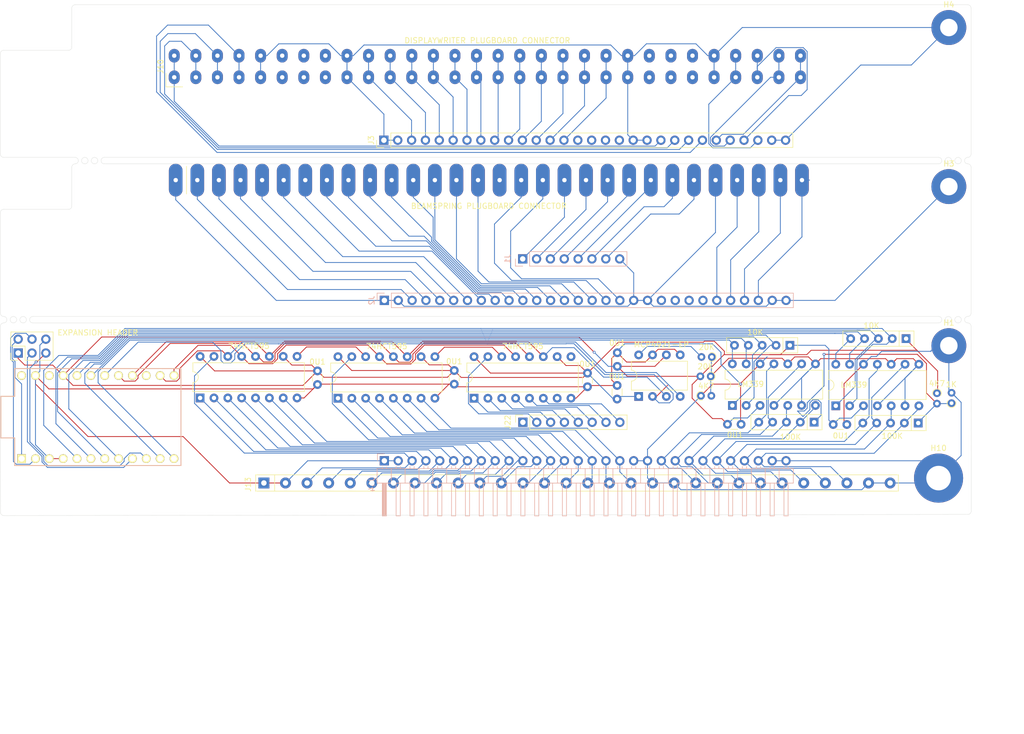
<source format=kicad_pcb>
(kicad_pcb (version 20171130) (host pcbnew 5.1.6)
  (title_block (title "TH-XWhatsIt Controller pcb and optional plugboards") (date 2020-01-31) (rev 0.0.3) (company "Rainy Day Plans") (comment 1 "if plugboards are not needed, delete them ") (comment 4 "Licenced under CERN OHL Version 1.2"))
  (layers (0 F.Cu signal) (31 B.Cu signal) (34 B.Paste user) (35 F.Paste user) (36 B.SilkS user) (37 F.SilkS user) (38 B.Mask user) (39 F.Mask user) (44 Edge.Cuts user))
  (net 0 "")
  (net 1 COL1)
  (net 2 COL2)
  (net 3 COL3)
  (net 4 COL4)
  (net 5 COL5)
  (net 6 COL6)
  (net 7 COL7)
  (net 8 COL8)
  (net 9 COL9)
  (net 10 COL10)
  (net 11 COL11)
  (net 12 COL12)
  (net 13 COL13)
  (net 14 COL14)
  (net 15 COL15)
  (net 16 COL16)
  (net 17 COL17)
  (net 18 COL18)
  (net 19 COL19)
  (net 20 COL20)
  (net 21 COL21)
  (net 22 COL22)
  (net 23 COL23)
  (net 24 SENSE1)
  (net 25 SENSE2)
  (net 26 SENSE3)
  (net 27 SENSE4)
  (net 28 SENSE5)
  (net 29 SENSE6)
  (net 30 SENSE7)
  (net 31 SENSE8)
  (net 32 "Net-(R1-Pad2)")
  (net 33 SETPOINT)
  (net 34 "Net-(R4-Pad2)")
  (net 35 ROW4)
  (net 36 ROW3)
  (net 37 ROW2)
  (net 38 ROW1)
  (net 39 ROW5)
  (net 40 ROW6)
  (net 41 ROW7)
  (net 42 ROW8)
  (net 43 ~OE)
  (net 44 LOADCOL)
  (net 45 CLOCK)
  (net 46 SERIALOUT1)
  (net 47 SERIALOUT2)
  (net 48 MOSI)
  (net 49 ~SELECTDAC)
  (net 50 GNDA)
  (net 51 +5VA)
  (net 52 "/beamspring plugboard/BSGROUND")
  (net 53 "/beamspring plugboard/BSCOL23")
  (net 54 "/beamspring plugboard/BSCOL22")
  (net 55 "/beamspring plugboard/BSCOL21")
  (net 56 "/beamspring plugboard/BSCOL20")
  (net 57 "/beamspring plugboard/BSCOL19")
  (net 58 "/beamspring plugboard/BSCOL18")
  (net 59 "/beamspring plugboard/BSCOL17")
  (net 60 "/beamspring plugboard/BSCOL16")
  (net 61 "/beamspring plugboard/BSCOL15")
  (net 62 "/beamspring plugboard/BSCOL14")
  (net 63 "/beamspring plugboard/BSCOL13")
  (net 64 "/beamspring plugboard/BSCOL12")
  (net 65 "/beamspring plugboard/BSCOL11")
  (net 66 "/beamspring plugboard/BSCOL10")
  (net 67 "/beamspring plugboard/BSCOL9")
  (net 68 "/beamspring plugboard/BSCOL8")
  (net 69 "/beamspring plugboard/BSCOL7")
  (net 70 "/beamspring plugboard/BSCOL6")
  (net 71 "/beamspring plugboard/BSCOL5")
  (net 72 "/beamspring plugboard/BSCOL4")
  (net 73 "/beamspring plugboard/BSCOL3")
  (net 74 "/beamspring plugboard/BSCOL2")
  (net 75 "/beamspring plugboard/BSCOL1")
  (net 76 "/beamspring plugboard/BSSENSE4")
  (net 77 "/beamspring plugboard/BSSENSE3")
  (net 78 "/beamspring plugboard/BSSENSE2")
  (net 79 "/beamspring plugboard/BSSENSE1")
  (net 80 "/displaywriter plugboard/DWGROUND")
  (net 81 "/displaywriter plugboard/DWCOL12")
  (net 82 "/displaywriter plugboard/DWCOL11")
  (net 83 "/displaywriter plugboard/DWCOL10")
  (net 84 "/displaywriter plugboard/DWCOL9")
  (net 85 "/displaywriter plugboard/DWCOL8")
  (net 86 "/displaywriter plugboard/DWCOL7")
  (net 87 "/displaywriter plugboard/DWCOL6")
  (net 88 "/displaywriter plugboard/DWCOL5")
  (net 89 "/displaywriter plugboard/DWCOL4")
  (net 90 "/displaywriter plugboard/DWCOL3")
  (net 91 "/displaywriter plugboard/DWCOL2")
  (net 92 "/displaywriter plugboard/DWCOL1")
  (net 93 "/displaywriter plugboard/DWSENSE8")
  (net 94 "/displaywriter plugboard/DWSENSE7")
  (net 95 "/displaywriter plugboard/DWSENSE6")
  (net 96 "/displaywriter plugboard/DWSENSE5")
  (net 97 "/displaywriter plugboard/DWSENSE4")
  (net 98 "/displaywriter plugboard/DWSENSE3")
  (net 99 "/displaywriter plugboard/DWSENSE2")
  (net 100 "/displaywriter plugboard/DWSENSE1")
  (net 101 HEADER2)
  (net 102 HEADER3)
  (net 103 HEADER1)
  (net 104 HEADER4)
  (module Connector_PinSocket_2.54mm:PinSocket_1x08_P2.54mm_Vertical (layer B.Cu) (at 149.35708 109.10316 270)
    (fp_text reference J1 (at 0 2.77 270) (layer B.SilkS) (effects (justify mirror)))
    (fp_text value Conn_01x08)
    (pad 8 thru_hole oval (at 0 -17.78 270) (size 1.7 1.7) (drill 1) (layers *.Cu *.Mask) (net 52 "/beamspring plugboard/BSGROUND"))
    (pad 7 thru_hole oval (at 0 -15.24 270) (size 1.7 1.7) (drill 1) (layers *.Cu *.Mask) (net 53 "/beamspring plugboard/BSCOL23"))
    (pad 6 thru_hole oval (at 0 -12.7 270) (size 1.7 1.7) (drill 1) (layers *.Cu *.Mask) (net 54 "/beamspring plugboard/BSCOL22"))
    (pad 5 thru_hole oval (at 0 -10.16 270) (size 1.7 1.7) (drill 1) (layers *.Cu *.Mask) (net 55 "/beamspring plugboard/BSCOL21"))
    (pad 4 thru_hole oval (at 0 -7.62 270) (size 1.7 1.7) (drill 1) (layers *.Cu *.Mask) (net 56 "/beamspring plugboard/BSCOL20"))
    (pad 3 thru_hole oval (at 0 -5.08 270) (size 1.7 1.7) (drill 1) (layers *.Cu *.Mask) (net 57 "/beamspring plugboard/BSCOL19"))
    (pad 2 thru_hole oval (at 0 -2.54 270) (size 1.7 1.7) (drill 1) (layers *.Cu *.Mask) (net 58 "/beamspring plugboard/BSCOL18"))
    (pad 1 thru_hole rect (at 0 0 270) (size 1.7 1.7) (drill 1) (layers *.Cu *.Mask) (net 59 "/beamspring plugboard/BSCOL17"))
  )
  (module Connector_PinHeader_2.54mm:PinHeader_1x30_P2.54mm_Vertical (layer F.Cu) (at 123.9012 87.34044 90)
    (fp_text reference J3 (at 0 -2.33 90) (layer F.SilkS))
    (fp_text value "MODEL F PLUGBOARD CONNECTOR" hide)
    (pad 30 thru_hole oval (at 0 73.66 90) (size 1.7 1.7) (drill 1) (layers *.Cu *.Mask) (net 80 "/displaywriter plugboard/DWGROUND"))
    (pad 29 thru_hole oval (at 0 71.12 90) (size 1.7 1.7) (drill 1) (layers *.Cu *.Mask) (net 80 "/displaywriter plugboard/DWGROUND"))
    (pad 28 thru_hole oval (at 0 68.58 90) (size 1.7 1.7) (drill 1) (layers *.Cu *.Mask) (net 96 "/displaywriter plugboard/DWSENSE5"))
    (pad 27 thru_hole oval (at 0 66.04 90) (size 1.7 1.7) (drill 1) (layers *.Cu *.Mask) (net 95 "/displaywriter plugboard/DWSENSE6"))
    (pad 26 thru_hole oval (at 0 63.5 90) (size 1.7 1.7) (drill 1) (layers *.Cu *.Mask) (net 94 "/displaywriter plugboard/DWSENSE7"))
    (pad 25 thru_hole oval (at 0 60.96 90) (size 1.7 1.7) (drill 1) (layers *.Cu *.Mask) (net 93 "/displaywriter plugboard/DWSENSE8"))
    (pad 24 thru_hole oval (at 0 58.42 90) (size 1.7 1.7) (drill 1) (layers *.Cu *.Mask) (net 97 "/displaywriter plugboard/DWSENSE4"))
    (pad 23 thru_hole oval (at 0 55.88 90) (size 1.7 1.7) (drill 1) (layers *.Cu *.Mask) (net 98 "/displaywriter plugboard/DWSENSE3"))
    (pad 22 thru_hole oval (at 0 53.34 90) (size 1.7 1.7) (drill 1) (layers *.Cu *.Mask) (net 99 "/displaywriter plugboard/DWSENSE2"))
    (pad 21 thru_hole oval (at 0 50.8 90) (size 1.7 1.7) (drill 1) (layers *.Cu *.Mask) (net 100 "/displaywriter plugboard/DWSENSE1"))
    (pad 20 thru_hole oval (at 0 48.26 90) (size 1.7 1.7) (drill 1) (layers *.Cu *.Mask) (net 80 "/displaywriter plugboard/DWGROUND"))
    (pad 19 thru_hole oval (at 0 45.72 90) (size 1.7 1.7) (drill 1) (layers *.Cu *.Mask) (net 80 "/displaywriter plugboard/DWGROUND"))
    (pad 18 thru_hole oval (at 0 43.18 90) (size 1.7 1.7) (drill 1) (layers *.Cu *.Mask))
    (pad 17 thru_hole oval (at 0 40.64 90) (size 1.7 1.7) (drill 1) (layers *.Cu *.Mask))
    (pad 16 thru_hole oval (at 0 38.1 90) (size 1.7 1.7) (drill 1) (layers *.Cu *.Mask))
    (pad 15 thru_hole oval (at 0 35.56 90) (size 1.7 1.7) (drill 1) (layers *.Cu *.Mask))
    (pad 14 thru_hole oval (at 0 33.02 90) (size 1.7 1.7) (drill 1) (layers *.Cu *.Mask) (net 81 "/displaywriter plugboard/DWCOL12"))
    (pad 13 thru_hole oval (at 0 30.48 90) (size 1.7 1.7) (drill 1) (layers *.Cu *.Mask) (net 82 "/displaywriter plugboard/DWCOL11"))
    (pad 12 thru_hole oval (at 0 27.94 90) (size 1.7 1.7) (drill 1) (layers *.Cu *.Mask) (net 83 "/displaywriter plugboard/DWCOL10"))
    (pad 11 thru_hole oval (at 0 25.4 90) (size 1.7 1.7) (drill 1) (layers *.Cu *.Mask) (net 84 "/displaywriter plugboard/DWCOL9"))
    (pad 10 thru_hole oval (at 0 22.86 90) (size 1.7 1.7) (drill 1) (layers *.Cu *.Mask) (net 85 "/displaywriter plugboard/DWCOL8"))
    (pad 9 thru_hole oval (at 0 20.32 90) (size 1.7 1.7) (drill 1) (layers *.Cu *.Mask) (net 86 "/displaywriter plugboard/DWCOL7"))
    (pad 8 thru_hole oval (at 0 17.78 90) (size 1.7 1.7) (drill 1) (layers *.Cu *.Mask) (net 87 "/displaywriter plugboard/DWCOL6"))
    (pad 7 thru_hole oval (at 0 15.24 90) (size 1.7 1.7) (drill 1) (layers *.Cu *.Mask) (net 88 "/displaywriter plugboard/DWCOL5"))
    (pad 6 thru_hole oval (at 0 12.7 90) (size 1.7 1.7) (drill 1) (layers *.Cu *.Mask) (net 89 "/displaywriter plugboard/DWCOL4"))
    (pad 5 thru_hole oval (at 0 10.16 90) (size 1.7 1.7) (drill 1) (layers *.Cu *.Mask) (net 90 "/displaywriter plugboard/DWCOL3"))
    (pad 4 thru_hole oval (at 0 7.62 90) (size 1.7 1.7) (drill 1) (layers *.Cu *.Mask) (net 91 "/displaywriter plugboard/DWCOL2"))
    (pad 3 thru_hole oval (at 0 5.08 90) (size 1.7 1.7) (drill 1) (layers *.Cu *.Mask) (net 92 "/displaywriter plugboard/DWCOL1"))
    (pad 2 thru_hole oval (at 0 2.54 90) (size 1.7 1.7) (drill 1) (layers *.Cu *.Mask) (net 80 "/displaywriter plugboard/DWGROUND"))
    (pad 1 thru_hole rect (at 0 0 90) (size 1.7 1.7) (drill 1) (layers *.Cu *.Mask) (net 80 "/displaywriter plugboard/DWGROUND"))
  )
  (module MountingHole:MountingHole_3.2mm_M3_Pad (layer F.Cu) (at 227.503315 95.84473)
    (fp_text reference H3 (at 0 -4.2) (layer F.SilkS))
    (fp_text value "GROUND STRAP")
    (pad 1 thru_hole circle (at 0 0) (size 6.4 6.4) (drill 3.2) (layers *.Cu *.Mask) (net 52 "/beamspring plugboard/BSGROUND"))
  )
  (module Connector_PinHeader_2.54mm:PinHeader_1x30_P2.54mm_Vertical (layer B.Cu) (at 123.99264 116.713 270)
    (fp_text reference J2 (at 0 2.33 270) (layer B.SilkS) (effects (justify mirror)))
    (fp_text value "MODEL F PLUGBOARD CONNECTOR")
    (pad 30 thru_hole oval (at 0 -73.66 270) (size 1.7 1.7) (drill 1) (layers *.Cu *.Mask) (net 52 "/beamspring plugboard/BSGROUND"))
    (pad 29 thru_hole oval (at 0 -71.12 270) (size 1.7 1.7) (drill 1) (layers *.Cu *.Mask) (net 52 "/beamspring plugboard/BSGROUND"))
    (pad 28 thru_hole oval (at 0 -68.58 270) (size 1.7 1.7) (drill 1) (layers *.Cu *.Mask) (net 76 "/beamspring plugboard/BSSENSE4"))
    (pad 27 thru_hole oval (at 0 -66.04 270) (size 1.7 1.7) (drill 1) (layers *.Cu *.Mask) (net 77 "/beamspring plugboard/BSSENSE3"))
    (pad 26 thru_hole oval (at 0 -63.5 270) (size 1.7 1.7) (drill 1) (layers *.Cu *.Mask) (net 78 "/beamspring plugboard/BSSENSE2"))
    (pad 25 thru_hole oval (at 0 -60.96 270) (size 1.7 1.7) (drill 1) (layers *.Cu *.Mask) (net 79 "/beamspring plugboard/BSSENSE1"))
    (pad 24 thru_hole oval (at 0 -58.42 270) (size 1.7 1.7) (drill 1) (layers *.Cu *.Mask))
    (pad 23 thru_hole oval (at 0 -55.88 270) (size 1.7 1.7) (drill 1) (layers *.Cu *.Mask))
    (pad 22 thru_hole oval (at 0 -53.34 270) (size 1.7 1.7) (drill 1) (layers *.Cu *.Mask))
    (pad 21 thru_hole oval (at 0 -50.8 270) (size 1.7 1.7) (drill 1) (layers *.Cu *.Mask))
    (pad 20 thru_hole oval (at 0 -48.26 270) (size 1.7 1.7) (drill 1) (layers *.Cu *.Mask) (net 52 "/beamspring plugboard/BSGROUND"))
    (pad 19 thru_hole oval (at 0 -45.72 270) (size 1.7 1.7) (drill 1) (layers *.Cu *.Mask) (net 52 "/beamspring plugboard/BSGROUND"))
    (pad 18 thru_hole oval (at 0 -43.18 270) (size 1.7 1.7) (drill 1) (layers *.Cu *.Mask) (net 60 "/beamspring plugboard/BSCOL16"))
    (pad 17 thru_hole oval (at 0 -40.64 270) (size 1.7 1.7) (drill 1) (layers *.Cu *.Mask) (net 61 "/beamspring plugboard/BSCOL15"))
    (pad 16 thru_hole oval (at 0 -38.1 270) (size 1.7 1.7) (drill 1) (layers *.Cu *.Mask) (net 62 "/beamspring plugboard/BSCOL14"))
    (pad 15 thru_hole oval (at 0 -35.56 270) (size 1.7 1.7) (drill 1) (layers *.Cu *.Mask) (net 63 "/beamspring plugboard/BSCOL13"))
    (pad 14 thru_hole oval (at 0 -33.02 270) (size 1.7 1.7) (drill 1) (layers *.Cu *.Mask) (net 64 "/beamspring plugboard/BSCOL12"))
    (pad 13 thru_hole oval (at 0 -30.48 270) (size 1.7 1.7) (drill 1) (layers *.Cu *.Mask) (net 65 "/beamspring plugboard/BSCOL11"))
    (pad 12 thru_hole oval (at 0 -27.94 270) (size 1.7 1.7) (drill 1) (layers *.Cu *.Mask) (net 66 "/beamspring plugboard/BSCOL10"))
    (pad 11 thru_hole oval (at 0 -25.4 270) (size 1.7 1.7) (drill 1) (layers *.Cu *.Mask) (net 67 "/beamspring plugboard/BSCOL9"))
    (pad 10 thru_hole oval (at 0 -22.86 270) (size 1.7 1.7) (drill 1) (layers *.Cu *.Mask) (net 68 "/beamspring plugboard/BSCOL8"))
    (pad 9 thru_hole oval (at 0 -20.32 270) (size 1.7 1.7) (drill 1) (layers *.Cu *.Mask) (net 69 "/beamspring plugboard/BSCOL7"))
    (pad 8 thru_hole oval (at 0 -17.78 270) (size 1.7 1.7) (drill 1) (layers *.Cu *.Mask) (net 70 "/beamspring plugboard/BSCOL6"))
    (pad 7 thru_hole oval (at 0 -15.24 270) (size 1.7 1.7) (drill 1) (layers *.Cu *.Mask) (net 71 "/beamspring plugboard/BSCOL5"))
    (pad 6 thru_hole oval (at 0 -12.7 270) (size 1.7 1.7) (drill 1) (layers *.Cu *.Mask) (net 72 "/beamspring plugboard/BSCOL4"))
    (pad 5 thru_hole oval (at 0 -10.16 270) (size 1.7 1.7) (drill 1) (layers *.Cu *.Mask) (net 73 "/beamspring plugboard/BSCOL3"))
    (pad 4 thru_hole oval (at 0 -7.62 270) (size 1.7 1.7) (drill 1) (layers *.Cu *.Mask) (net 74 "/beamspring plugboard/BSCOL2"))
    (pad 3 thru_hole oval (at 0 -5.08 270) (size 1.7 1.7) (drill 1) (layers *.Cu *.Mask) (net 75 "/beamspring plugboard/BSCOL1"))
    (pad 2 thru_hole oval (at 0 -2.54 270) (size 1.7 1.7) (drill 1) (layers *.Cu *.Mask) (net 52 "/beamspring plugboard/BSGROUND"))
    (pad 1 thru_hole rect (at 0 0 270) (size 1.7 1.7) (drill 1) (layers *.Cu *.Mask) (net 52 "/beamspring plugboard/BSGROUND"))
  )
  (module MountingHole:MountingHole_3.2mm_M3_Pad (layer F.Cu) (at 227.503315 66.67373)
    (fp_text reference H4 (at 0 -4.2) (layer F.SilkS))
    (fp_text value "GROUND STRAP")
    (pad 1 thru_hole circle (at 0 0) (size 6.4 6.4) (drill 3.2) (layers *.Cu *.Mask) (net 80 "/displaywriter plugboard/DWGROUND"))
  )
  (module TH-XWhatsIt:3..6mm_cardedge (layer F.Cu) (at 143.145072 94.654767)
    (fp_text reference J7 hide)
    (fp_text value "BEAMSPRING PLUGBOARD CONNECTOR" (at 0 4.762504) (layer F.SilkS))
    (pad 30 thru_hole oval (at 57.42 0) (size 2.5 6) (drill 0.8) (layers *.Cu *.Mask) (net 76 "/beamspring plugboard/BSSENSE4"))
    (pad 29 thru_hole oval (at 53.46 0) (size 2.5 6) (drill 0.8) (layers *.Cu *.Mask) (net 77 "/beamspring plugboard/BSSENSE3"))
    (pad 28 thru_hole oval (at 49.5 0) (size 2.5 6) (drill 0.8) (layers *.Cu *.Mask) (net 78 "/beamspring plugboard/BSSENSE2"))
    (pad 27 thru_hole oval (at 45.54 0) (size 2.5 6) (drill 0.8) (layers *.Cu *.Mask) (net 79 "/beamspring plugboard/BSSENSE1"))
    (pad 26 thru_hole oval (at 41.58 0) (size 2.5 6) (drill 0.8) (layers *.Cu *.Mask) (net 52 "/beamspring plugboard/BSGROUND"))
    (pad 25 thru_hole oval (at 37.62 0) (size 2.5 6) (drill 0.8) (layers *.Cu *.Mask) (net 53 "/beamspring plugboard/BSCOL23"))
    (pad 24 thru_hole oval (at 33.66 0) (size 2.5 6) (drill 0.8) (layers *.Cu *.Mask) (net 54 "/beamspring plugboard/BSCOL22"))
    (pad 23 thru_hole oval (at 29.7 0) (size 2.5 6) (drill 0.8) (layers *.Cu *.Mask) (net 55 "/beamspring plugboard/BSCOL21"))
    (pad 22 thru_hole oval (at 25.74 0) (size 2.5 6) (drill 0.8) (layers *.Cu *.Mask) (net 56 "/beamspring plugboard/BSCOL20"))
    (pad 21 thru_hole oval (at 21.78 0) (size 2.5 6) (drill 0.8) (layers *.Cu *.Mask) (net 57 "/beamspring plugboard/BSCOL19"))
    (pad 20 thru_hole oval (at 17.82 0) (size 2.5 6) (drill 0.8) (layers *.Cu *.Mask) (net 58 "/beamspring plugboard/BSCOL18"))
    (pad 19 thru_hole oval (at 13.86 0) (size 2.5 6) (drill 0.8) (layers *.Cu *.Mask) (net 59 "/beamspring plugboard/BSCOL17"))
    (pad 18 thru_hole oval (at 9.9 0) (size 2.5 6) (drill 0.8) (layers *.Cu *.Mask) (net 60 "/beamspring plugboard/BSCOL16"))
    (pad 17 thru_hole oval (at 5.94 0) (size 2.5 6) (drill 0.8) (layers *.Cu *.Mask) (net 61 "/beamspring plugboard/BSCOL15"))
    (pad 16 thru_hole oval (at 1.98 0) (size 2.5 6) (drill 0.8) (layers *.Cu *.Mask))
    (pad 15 thru_hole oval (at -1.98 0) (size 2.5 6) (drill 0.8) (layers *.Cu *.Mask) (net 62 "/beamspring plugboard/BSCOL14"))
    (pad 14 thru_hole oval (at -5.94 0) (size 2.5 6) (drill 0.8) (layers *.Cu *.Mask) (net 63 "/beamspring plugboard/BSCOL13"))
    (pad 13 thru_hole oval (at -9.9 0) (size 2.5 6) (drill 0.8) (layers *.Cu *.Mask) (net 64 "/beamspring plugboard/BSCOL12"))
    (pad 12 thru_hole oval (at -13.86 0) (size 2.5 6) (drill 0.8) (layers *.Cu *.Mask) (net 65 "/beamspring plugboard/BSCOL11"))
    (pad 11 thru_hole oval (at -17.82 0) (size 2.5 6) (drill 0.8) (layers *.Cu *.Mask) (net 66 "/beamspring plugboard/BSCOL10"))
    (pad 10 thru_hole oval (at -21.78 0) (size 2.5 6) (drill 0.8) (layers *.Cu *.Mask) (net 67 "/beamspring plugboard/BSCOL9"))
    (pad 9 thru_hole oval (at -25.74 0) (size 2.5 6) (drill 0.8) (layers *.Cu *.Mask) (net 68 "/beamspring plugboard/BSCOL8"))
    (pad 8 thru_hole oval (at -29.7 0) (size 2.5 6) (drill 0.8) (layers *.Cu *.Mask) (net 69 "/beamspring plugboard/BSCOL7"))
    (pad 7 thru_hole oval (at -33.66 0) (size 2.5 6) (drill 0.8) (layers *.Cu *.Mask) (net 70 "/beamspring plugboard/BSCOL6"))
    (pad 6 thru_hole oval (at -37.62 0) (size 2.5 6) (drill 0.8) (layers *.Cu *.Mask) (net 71 "/beamspring plugboard/BSCOL5"))
    (pad 5 thru_hole oval (at -41.58 0) (size 2.5 6) (drill 0.8) (layers *.Cu *.Mask) (net 72 "/beamspring plugboard/BSCOL4"))
    (pad 4 thru_hole oval (at -45.54 0) (size 2.5 6) (drill 0.8) (layers *.Cu *.Mask) (net 73 "/beamspring plugboard/BSCOL3"))
    (pad 3 thru_hole oval (at -49.5 0) (size 2.5 6) (drill 0.8) (layers *.Cu *.Mask) (net 74 "/beamspring plugboard/BSCOL2"))
    (pad 2 thru_hole oval (at -53.46 0) (size 2.5 6) (drill 0.8) (layers *.Cu *.Mask) (net 75 "/beamspring plugboard/BSCOL1"))
    (pad 1 thru_hole oval (at -57.42 0) (size 2.5 6) (drill 0.8) (layers *.Cu *.Mask) (net 52 "/beamspring plugboard/BSGROUND"))
  )
  (module TH-XWhatsIt:DIP-60_155_ELL (layer F.Cu) (at 142.87512 73.818812)
    (fp_text reference J10 (at -59.92 0 90) (layer F.SilkS))
    (fp_text value "DISPLAYWRITER PLUGBOARD CONNECTOR" (at 0 -4.762504) (layer F.SilkS))
    (pad 60 thru_hole oval (at -57.42 -1.98) (size 2 2.5) (drill 0.8) (layers *.Cu *.Mask) (net 100 "/displaywriter plugboard/DWSENSE1"))
    (pad 1 thru_hole oval (at -57.42 1.98) (size 2 2.5) (drill 0.8) (layers *.Cu *.Mask) (net 100 "/displaywriter plugboard/DWSENSE1"))
    (pad 59 thru_hole oval (at -53.46 -1.98) (size 2 2.5) (drill 0.8) (layers *.Cu *.Mask) (net 99 "/displaywriter plugboard/DWSENSE2"))
    (pad 2 thru_hole oval (at -53.46 1.98) (size 2 2.5) (drill 0.8) (layers *.Cu *.Mask) (net 99 "/displaywriter plugboard/DWSENSE2"))
    (pad 58 thru_hole oval (at -49.5 -1.98) (size 2 2.5) (drill 0.8) (layers *.Cu *.Mask) (net 98 "/displaywriter plugboard/DWSENSE3"))
    (pad 3 thru_hole oval (at -49.5 1.98) (size 2 2.5) (drill 0.8) (layers *.Cu *.Mask) (net 98 "/displaywriter plugboard/DWSENSE3"))
    (pad 57 thru_hole oval (at -45.54 -1.98) (size 2 2.5) (drill 0.8) (layers *.Cu *.Mask) (net 97 "/displaywriter plugboard/DWSENSE4"))
    (pad 4 thru_hole oval (at -45.54 1.98) (size 2 2.5) (drill 0.8) (layers *.Cu *.Mask) (net 97 "/displaywriter plugboard/DWSENSE4"))
    (pad 56 thru_hole oval (at -41.58 -1.98) (size 2 2.5) (drill 0.8) (layers *.Cu *.Mask) (net 80 "/displaywriter plugboard/DWGROUND"))
    (pad 5 thru_hole oval (at -41.58 1.98) (size 2 2.5) (drill 0.8) (layers *.Cu *.Mask) (net 80 "/displaywriter plugboard/DWGROUND"))
    (pad 55 thru_hole oval (at -37.62 -1.98) (size 2 2.5) (drill 0.8) (layers *.Cu *.Mask))
    (pad 6 thru_hole oval (at -37.62 1.98) (size 2 2.5) (drill 0.8) (layers *.Cu *.Mask))
    (pad 54 thru_hole oval (at -33.66 -1.98) (size 2 2.5) (drill 0.8) (layers *.Cu *.Mask))
    (pad 7 thru_hole oval (at -33.66 1.98) (size 2 2.5) (drill 0.8) (layers *.Cu *.Mask))
    (pad 53 thru_hole oval (at -29.7 -1.98) (size 2 2.5) (drill 0.8) (layers *.Cu *.Mask))
    (pad 8 thru_hole oval (at -29.7 1.98) (size 2 2.5) (drill 0.8) (layers *.Cu *.Mask))
    (pad 52 thru_hole oval (at -25.74 -1.98) (size 2 2.5) (drill 0.8) (layers *.Cu *.Mask) (net 80 "/displaywriter plugboard/DWGROUND"))
    (pad 9 thru_hole oval (at -25.74 1.98) (size 2 2.5) (drill 0.8) (layers *.Cu *.Mask) (net 80 "/displaywriter plugboard/DWGROUND"))
    (pad 51 thru_hole oval (at -21.78 -1.98) (size 2 2.5) (drill 0.8) (layers *.Cu *.Mask) (net 92 "/displaywriter plugboard/DWCOL1"))
    (pad 10 thru_hole oval (at -21.78 1.98) (size 2 2.5) (drill 0.8) (layers *.Cu *.Mask) (net 92 "/displaywriter plugboard/DWCOL1"))
    (pad 50 thru_hole oval (at -17.82 -1.98) (size 2 2.5) (drill 0.8) (layers *.Cu *.Mask) (net 91 "/displaywriter plugboard/DWCOL2"))
    (pad 11 thru_hole oval (at -17.82 1.98) (size 2 2.5) (drill 0.8) (layers *.Cu *.Mask) (net 91 "/displaywriter plugboard/DWCOL2"))
    (pad 49 thru_hole oval (at -13.86 -1.98) (size 2 2.5) (drill 0.8) (layers *.Cu *.Mask) (net 90 "/displaywriter plugboard/DWCOL3"))
    (pad 12 thru_hole oval (at -13.86 1.98) (size 2 2.5) (drill 0.8) (layers *.Cu *.Mask) (net 90 "/displaywriter plugboard/DWCOL3"))
    (pad 48 thru_hole oval (at -9.9 -1.98) (size 2 2.5) (drill 0.8) (layers *.Cu *.Mask) (net 89 "/displaywriter plugboard/DWCOL4"))
    (pad 13 thru_hole oval (at -9.9 1.98) (size 2 2.5) (drill 0.8) (layers *.Cu *.Mask) (net 89 "/displaywriter plugboard/DWCOL4"))
    (pad 47 thru_hole oval (at -5.94 -1.98) (size 2 2.5) (drill 0.8) (layers *.Cu *.Mask) (net 88 "/displaywriter plugboard/DWCOL5"))
    (pad 14 thru_hole oval (at -5.94 1.98) (size 2 2.5) (drill 0.8) (layers *.Cu *.Mask) (net 88 "/displaywriter plugboard/DWCOL5"))
    (pad 46 thru_hole oval (at -1.98 -1.98) (size 2 2.5) (drill 0.8) (layers *.Cu *.Mask) (net 87 "/displaywriter plugboard/DWCOL6"))
    (pad 15 thru_hole oval (at -1.98 1.98) (size 2 2.5) (drill 0.8) (layers *.Cu *.Mask) (net 87 "/displaywriter plugboard/DWCOL6"))
    (pad 45 thru_hole oval (at 1.98 -1.98) (size 2 2.5) (drill 0.8) (layers *.Cu *.Mask) (net 86 "/displaywriter plugboard/DWCOL7"))
    (pad 16 thru_hole oval (at 1.98 1.98) (size 2 2.5) (drill 0.8) (layers *.Cu *.Mask) (net 86 "/displaywriter plugboard/DWCOL7"))
    (pad 44 thru_hole oval (at 5.94 -1.98) (size 2 2.5) (drill 0.8) (layers *.Cu *.Mask) (net 85 "/displaywriter plugboard/DWCOL8"))
    (pad 17 thru_hole oval (at 5.94 1.98) (size 2 2.5) (drill 0.8) (layers *.Cu *.Mask) (net 85 "/displaywriter plugboard/DWCOL8"))
    (pad 43 thru_hole oval (at 9.9 -1.98) (size 2 2.5) (drill 0.8) (layers *.Cu *.Mask) (net 84 "/displaywriter plugboard/DWCOL9"))
    (pad 18 thru_hole oval (at 9.9 1.98) (size 2 2.5) (drill 0.8) (layers *.Cu *.Mask) (net 84 "/displaywriter plugboard/DWCOL9"))
    (pad 42 thru_hole oval (at 13.86 -1.98) (size 2 2.5) (drill 0.8) (layers *.Cu *.Mask) (net 83 "/displaywriter plugboard/DWCOL10"))
    (pad 19 thru_hole oval (at 13.86 1.98) (size 2 2.5) (drill 0.8) (layers *.Cu *.Mask) (net 83 "/displaywriter plugboard/DWCOL10"))
    (pad 41 thru_hole oval (at 17.82 -1.98) (size 2 2.5) (drill 0.8) (layers *.Cu *.Mask) (net 82 "/displaywriter plugboard/DWCOL11"))
    (pad 20 thru_hole oval (at 17.82 1.98) (size 2 2.5) (drill 0.8) (layers *.Cu *.Mask) (net 82 "/displaywriter plugboard/DWCOL11"))
    (pad 40 thru_hole oval (at 21.78 -1.98) (size 2 2.5) (drill 0.8) (layers *.Cu *.Mask) (net 81 "/displaywriter plugboard/DWCOL12"))
    (pad 21 thru_hole oval (at 21.78 1.98) (size 2 2.5) (drill 0.8) (layers *.Cu *.Mask) (net 81 "/displaywriter plugboard/DWCOL12"))
    (pad 39 thru_hole oval (at 25.74 -1.98) (size 2 2.5) (drill 0.8) (layers *.Cu *.Mask) (net 80 "/displaywriter plugboard/DWGROUND"))
    (pad 22 thru_hole oval (at 25.74 1.98) (size 2 2.5) (drill 0.8) (layers *.Cu *.Mask) (net 80 "/displaywriter plugboard/DWGROUND"))
    (pad 38 thru_hole oval (at 29.7 -1.98) (size 2 2.5) (drill 0.8) (layers *.Cu *.Mask))
    (pad 23 thru_hole oval (at 29.7 1.98) (size 2 2.5) (drill 0.8) (layers *.Cu *.Mask))
    (pad 37 thru_hole oval (at 33.66 -1.98) (size 2 2.5) (drill 0.8) (layers *.Cu *.Mask))
    (pad 24 thru_hole oval (at 33.66 1.98) (size 2 2.5) (drill 0.8) (layers *.Cu *.Mask))
    (pad 36 thru_hole oval (at 37.62 -1.98) (size 2 2.5) (drill 0.8) (layers *.Cu *.Mask))
    (pad 25 thru_hole oval (at 37.62 1.98) (size 2 2.5) (drill 0.8) (layers *.Cu *.Mask))
    (pad 35 thru_hole oval (at 41.58 -1.98) (size 2 2.5) (drill 0.8) (layers *.Cu *.Mask) (net 80 "/displaywriter plugboard/DWGROUND"))
    (pad 26 thru_hole oval (at 41.58 1.98) (size 2 2.5) (drill 0.8) (layers *.Cu *.Mask) (net 80 "/displaywriter plugboard/DWGROUND"))
    (pad 34 thru_hole oval (at 45.54 -1.98) (size 2 2.5) (drill 0.8) (layers *.Cu *.Mask) (net 96 "/displaywriter plugboard/DWSENSE5"))
    (pad 27 thru_hole oval (at 45.54 1.98) (size 2 2.5) (drill 0.8) (layers *.Cu *.Mask) (net 96 "/displaywriter plugboard/DWSENSE5"))
    (pad 33 thru_hole oval (at 49.5 -1.98) (size 2 2.5) (drill 0.8) (layers *.Cu *.Mask) (net 95 "/displaywriter plugboard/DWSENSE6"))
    (pad 28 thru_hole oval (at 49.5 1.98) (size 2 2.5) (drill 0.8) (layers *.Cu *.Mask) (net 95 "/displaywriter plugboard/DWSENSE6"))
    (pad 32 thru_hole oval (at 53.46 -1.98) (size 2 2.5) (drill 0.8) (layers *.Cu *.Mask) (net 94 "/displaywriter plugboard/DWSENSE7"))
    (pad 29 thru_hole oval (at 53.46 1.98) (size 2 2.5) (drill 0.8) (layers *.Cu *.Mask) (net 94 "/displaywriter plugboard/DWSENSE7"))
    (pad 31 thru_hole oval (at 57.42 -1.98) (size 2 2.5) (drill 0.8) (layers *.Cu *.Mask) (net 93 "/displaywriter plugboard/DWSENSE8"))
    (pad 30 thru_hole oval (at 57.42 1.98) (size 2 2.5) (drill 0.8) (layers *.Cu *.Mask) (net 93 "/displaywriter plugboard/DWSENSE8"))
  )
  (module Package_DIP:DIP-16_W7.62mm (layer F.Cu) (at 115.47856 134.65556 90)
    (fp_text reference U5 hide)
    (fp_text value 74HCT595 (at 9.525008 8.929695 180) (layer F.SilkS))
    (pad 1 thru_hole rect (at 0 0 90) (size 1.6 1.6) (drill 0.8) (layers *.Cu *.Mask) (net 10 COL10))
    (pad 9 thru_hole oval (at 7.62 17.78 90) (size 1.6 1.6) (drill 0.8) (layers *.Cu *.Mask) (net 47 SERIALOUT2))
    (pad 2 thru_hole oval (at 0 2.54 90) (size 1.6 1.6) (drill 0.8) (layers *.Cu *.Mask) (net 11 COL11))
    (pad 10 thru_hole oval (at 7.62 15.24 90) (size 1.6 1.6) (drill 0.8) (layers *.Cu *.Mask) (net 51 +5VA))
    (pad 3 thru_hole oval (at 0 5.08 90) (size 1.6 1.6) (drill 0.8) (layers *.Cu *.Mask) (net 12 COL12))
    (pad 11 thru_hole oval (at 7.62 12.7 90) (size 1.6 1.6) (drill 0.8) (layers *.Cu *.Mask) (net 45 CLOCK))
    (pad 4 thru_hole oval (at 0 7.62 90) (size 1.6 1.6) (drill 0.8) (layers *.Cu *.Mask) (net 13 COL13))
    (pad 12 thru_hole oval (at 7.62 10.16 90) (size 1.6 1.6) (drill 0.8) (layers *.Cu *.Mask) (net 44 LOADCOL))
    (pad 5 thru_hole oval (at 0 10.16 90) (size 1.6 1.6) (drill 0.8) (layers *.Cu *.Mask) (net 14 COL14))
    (pad 13 thru_hole oval (at 7.62 7.62 90) (size 1.6 1.6) (drill 0.8) (layers *.Cu *.Mask) (net 43 ~OE))
    (pad 6 thru_hole oval (at 0 12.7 90) (size 1.6 1.6) (drill 0.8) (layers *.Cu *.Mask) (net 15 COL15))
    (pad 14 thru_hole oval (at 7.62 5.08 90) (size 1.6 1.6) (drill 0.8) (layers *.Cu *.Mask) (net 46 SERIALOUT1))
    (pad 7 thru_hole oval (at 0 15.24 90) (size 1.6 1.6) (drill 0.8) (layers *.Cu *.Mask) (net 16 COL16))
    (pad 15 thru_hole oval (at 7.62 2.54 90) (size 1.6 1.6) (drill 0.8) (layers *.Cu *.Mask) (net 9 COL9))
    (pad 8 thru_hole oval (at 0 17.78 90) (size 1.6 1.6) (drill 0.8) (layers *.Cu *.Mask) (net 50 GNDA))
    (pad 16 thru_hole oval (at 7.62 0 90) (size 1.6 1.6) (drill 0.8) (layers *.Cu *.Mask) (net 51 +5VA))
  )
  (module TH-XWhatsIt:ProMicro (layer F.Cu) (at 71.43756 138.112616)
    (fp_text reference U7 hide)
    (fp_text value ProMicro)
    (pad 24 thru_hole circle (at -13.97 -7.62) (size 1.6 1.6) (drill 1.1) (layers *.Cu *.Mask F.SilkS))
    (pad 23 thru_hole circle (at -11.43 -7.62) (size 1.6 1.6) (drill 1.1) (layers *.Cu *.Mask F.SilkS) (net 50 GNDA))
    (pad 22 thru_hole circle (at -8.89 -7.62) (size 1.6 1.6) (drill 1.1) (layers *.Cu *.Mask F.SilkS))
    (pad 21 thru_hole circle (at -6.35 -7.62) (size 1.6 1.6) (drill 1.1) (layers *.Cu *.Mask F.SilkS) (net 51 +5VA))
    (pad 20 thru_hole circle (at -3.81 -7.62) (size 1.6 1.6) (drill 1.1) (layers *.Cu *.Mask F.SilkS) (net 41 ROW7))
    (pad 19 thru_hole circle (at -1.27 -7.62) (size 1.6 1.6) (drill 1.1) (layers *.Cu *.Mask F.SilkS) (net 42 ROW8))
    (pad 18 thru_hole circle (at 1.27 -7.62) (size 1.6 1.6) (drill 1.1) (layers *.Cu *.Mask F.SilkS) (net 49 ~SELECTDAC))
    (pad 17 thru_hole circle (at 3.81 -7.62) (size 1.6 1.6) (drill 1.1) (layers *.Cu *.Mask F.SilkS) (net 44 LOADCOL))
    (pad 16 thru_hole circle (at 6.35 -7.62) (size 1.6 1.6) (drill 1.1) (layers *.Cu *.Mask F.SilkS) (net 45 CLOCK))
    (pad 15 thru_hole circle (at 8.89 -7.62) (size 1.6 1.6) (drill 1.1) (layers *.Cu *.Mask F.SilkS))
    (pad 14 thru_hole circle (at 11.43 -7.62) (size 1.6 1.6) (drill 1.1) (layers *.Cu *.Mask F.SilkS) (net 48 MOSI))
    (pad 13 thru_hole circle (at 13.97 -7.62) (size 1.6 1.6) (drill 1.1) (layers *.Cu *.Mask F.SilkS) (net 43 ~OE))
    (pad 12 thru_hole circle (at 13.97 7.62) (size 1.6 1.6) (drill 1.1) (layers *.Cu *.Mask F.SilkS) (net 40 ROW6))
    (pad 11 thru_hole circle (at 11.43 7.62) (size 1.6 1.6) (drill 1.1) (layers *.Cu *.Mask F.SilkS) (net 39 ROW5))
    (pad 10 thru_hole circle (at 8.89 7.62) (size 1.6 1.6) (drill 1.1) (layers *.Cu *.Mask F.SilkS) (net 101 HEADER2))
    (pad 9 thru_hole circle (at 6.35 7.62) (size 1.6 1.6) (drill 1.1) (layers *.Cu *.Mask F.SilkS) (net 103 HEADER1))
    (pad 8 thru_hole circle (at 3.81 7.62) (size 1.6 1.6) (drill 1.1) (layers *.Cu *.Mask F.SilkS) (net 36 ROW3))
    (pad 7 thru_hole circle (at 1.27 7.62) (size 1.6 1.6) (drill 1.1) (layers *.Cu *.Mask F.SilkS) (net 35 ROW4))
    (pad 6 thru_hole circle (at -1.27 7.62) (size 1.6 1.6) (drill 1.1) (layers *.Cu *.Mask F.SilkS) (net 38 ROW1))
    (pad 5 thru_hole circle (at -3.81 7.62) (size 1.6 1.6) (drill 1.1) (layers *.Cu *.Mask F.SilkS) (net 37 ROW2))
    (pad 4 thru_hole circle (at -6.35 7.62) (size 1.6 1.6) (drill 1.1) (layers *.Cu *.Mask F.SilkS) (net 50 GNDA))
    (pad 3 thru_hole circle (at -8.89 7.62) (size 1.6 1.6) (drill 1.1) (layers *.Cu *.Mask F.SilkS) (net 50 GNDA))
    (pad 2 thru_hole circle (at -11.43 7.62) (size 1.6 1.6) (drill 1.1) (layers *.Cu *.Mask F.SilkS) (net 104 HEADER4))
    (pad 1 thru_hole rect (at -13.97 7.62) (size 1.6 1.6) (drill 1.1) (layers *.Cu *.Mask F.SilkS) (net 102 HEADER3))
  )
  (module Connector_PinSocket_2.54mm:PinSocket_1x08_P2.54mm_Vertical (layer F.Cu) (at 149.39264 139.065 90)
    (fp_text reference J22 (at 0 -2.77 90) (layer F.SilkS))
    (fp_text value "Beamsring extra")
    (pad 8 thru_hole oval (at 0 17.78 90) (size 1.7 1.7) (drill 1) (layers *.Cu *.Mask) (net 23 COL23))
    (pad 7 thru_hole oval (at 0 15.24 90) (size 1.7 1.7) (drill 1) (layers *.Cu *.Mask) (net 22 COL22))
    (pad 6 thru_hole oval (at 0 12.7 90) (size 1.7 1.7) (drill 1) (layers *.Cu *.Mask) (net 21 COL21))
    (pad 5 thru_hole oval (at 0 10.16 90) (size 1.7 1.7) (drill 1) (layers *.Cu *.Mask) (net 20 COL20))
    (pad 4 thru_hole oval (at 0 7.62 90) (size 1.7 1.7) (drill 1) (layers *.Cu *.Mask) (net 19 COL19))
    (pad 3 thru_hole oval (at 0 5.08 90) (size 1.7 1.7) (drill 1) (layers *.Cu *.Mask) (net 18 COL18))
    (pad 2 thru_hole oval (at 0 2.54 90) (size 1.7 1.7) (drill 1) (layers *.Cu *.Mask) (net 17 COL17))
    (pad 1 thru_hole rect (at 0 0 90) (size 1.7 1.7) (drill 1) (layers *.Cu *.Mask))
  )
  (module Connector_PinHeader_2.54mm:PinHeader_1x30_P2.54mm_Horizontal (layer B.Cu) (at 123.98756 146.12112 270)
    (fp_text reference J44 (at 4.385 2.27 270) (layer B.SilkS) (effects (justify mirror)))
    (fp_text value "Model F or Plugboard")
    (pad 30 thru_hole oval (at 0 -73.66 270) (size 1.7 1.7) (drill 1) (layers *.Cu *.Mask) (net 50 GNDA))
    (pad 29 thru_hole oval (at 0 -71.12 270) (size 1.7 1.7) (drill 1) (layers *.Cu *.Mask) (net 50 GNDA))
    (pad 28 thru_hole oval (at 0 -68.58 270) (size 1.7 1.7) (drill 1) (layers *.Cu *.Mask) (net 24 SENSE1))
    (pad 27 thru_hole oval (at 0 -66.04 270) (size 1.7 1.7) (drill 1) (layers *.Cu *.Mask) (net 25 SENSE2))
    (pad 26 thru_hole oval (at 0 -63.5 270) (size 1.7 1.7) (drill 1) (layers *.Cu *.Mask) (net 26 SENSE3))
    (pad 25 thru_hole oval (at 0 -60.96 270) (size 1.7 1.7) (drill 1) (layers *.Cu *.Mask) (net 27 SENSE4))
    (pad 24 thru_hole oval (at 0 -58.42 270) (size 1.7 1.7) (drill 1) (layers *.Cu *.Mask) (net 28 SENSE5))
    (pad 23 thru_hole oval (at 0 -55.88 270) (size 1.7 1.7) (drill 1) (layers *.Cu *.Mask) (net 30 SENSE7))
    (pad 22 thru_hole oval (at 0 -53.34 270) (size 1.7 1.7) (drill 1) (layers *.Cu *.Mask) (net 29 SENSE6))
    (pad 21 thru_hole oval (at 0 -50.8 270) (size 1.7 1.7) (drill 1) (layers *.Cu *.Mask) (net 31 SENSE8))
    (pad 20 thru_hole oval (at 0 -48.26 270) (size 1.7 1.7) (drill 1) (layers *.Cu *.Mask) (net 50 GNDA))
    (pad 19 thru_hole oval (at 0 -45.72 270) (size 1.7 1.7) (drill 1) (layers *.Cu *.Mask) (net 50 GNDA))
    (pad 18 thru_hole oval (at 0 -43.18 270) (size 1.7 1.7) (drill 1) (layers *.Cu *.Mask) (net 16 COL16))
    (pad 17 thru_hole oval (at 0 -40.64 270) (size 1.7 1.7) (drill 1) (layers *.Cu *.Mask) (net 15 COL15))
    (pad 16 thru_hole oval (at 0 -38.1 270) (size 1.7 1.7) (drill 1) (layers *.Cu *.Mask) (net 14 COL14))
    (pad 15 thru_hole oval (at 0 -35.56 270) (size 1.7 1.7) (drill 1) (layers *.Cu *.Mask) (net 13 COL13))
    (pad 14 thru_hole oval (at 0 -33.02 270) (size 1.7 1.7) (drill 1) (layers *.Cu *.Mask) (net 12 COL12))
    (pad 13 thru_hole oval (at 0 -30.48 270) (size 1.7 1.7) (drill 1) (layers *.Cu *.Mask) (net 11 COL11))
    (pad 12 thru_hole oval (at 0 -27.94 270) (size 1.7 1.7) (drill 1) (layers *.Cu *.Mask) (net 10 COL10))
    (pad 11 thru_hole oval (at 0 -25.4 270) (size 1.7 1.7) (drill 1) (layers *.Cu *.Mask) (net 9 COL9))
    (pad 10 thru_hole oval (at 0 -22.86 270) (size 1.7 1.7) (drill 1) (layers *.Cu *.Mask) (net 8 COL8))
    (pad 9 thru_hole oval (at 0 -20.32 270) (size 1.7 1.7) (drill 1) (layers *.Cu *.Mask) (net 7 COL7))
    (pad 8 thru_hole oval (at 0 -17.78 270) (size 1.7 1.7) (drill 1) (layers *.Cu *.Mask) (net 6 COL6))
    (pad 7 thru_hole oval (at 0 -15.24 270) (size 1.7 1.7) (drill 1) (layers *.Cu *.Mask) (net 5 COL5))
    (pad 6 thru_hole oval (at 0 -12.7 270) (size 1.7 1.7) (drill 1) (layers *.Cu *.Mask) (net 4 COL4))
    (pad 5 thru_hole oval (at 0 -10.16 270) (size 1.7 1.7) (drill 1) (layers *.Cu *.Mask) (net 3 COL3))
    (pad 4 thru_hole oval (at 0 -7.62 270) (size 1.7 1.7) (drill 1) (layers *.Cu *.Mask) (net 2 COL2))
    (pad 3 thru_hole oval (at 0 -5.08 270) (size 1.7 1.7) (drill 1) (layers *.Cu *.Mask) (net 1 COL1))
    (pad 2 thru_hole oval (at 0 -2.54 270) (size 1.7 1.7) (drill 1) (layers *.Cu *.Mask) (net 50 GNDA))
    (pad 1 thru_hole rect (at 0 0 270) (size 1.7 1.7) (drill 1) (layers *.Cu *.Mask) (net 50 GNDA))
  )
  (module TH-XWhatsIt:SIP-30-P3.96 (layer F.Cu) (at 159.31388 150.19528)
    (fp_text reference J13 (at -60.30976 0.2794 90) (layer F.SilkS))
    (fp_text value "Model F AT")
    (pad 30 thru_hole circle (at 57.42 0) (size 2 2) (drill 1) (layers *.Cu *.Mask) (net 50 GNDA))
    (pad 29 thru_hole circle (at 53.46 0) (size 2 2) (drill 1) (layers *.Cu *.Mask) (net 50 GNDA))
    (pad 28 thru_hole circle (at 49.5 0) (size 2 2) (drill 1) (layers *.Cu *.Mask) (net 24 SENSE1))
    (pad 27 thru_hole circle (at 45.54 0) (size 2 2) (drill 1) (layers *.Cu *.Mask) (net 25 SENSE2))
    (pad 26 thru_hole circle (at 41.58 0) (size 2 2) (drill 1) (layers *.Cu *.Mask) (net 26 SENSE3))
    (pad 25 thru_hole circle (at 37.62 0) (size 2 2) (drill 1) (layers *.Cu *.Mask) (net 27 SENSE4))
    (pad 24 thru_hole circle (at 33.66 0) (size 2 2) (drill 1) (layers *.Cu *.Mask) (net 28 SENSE5))
    (pad 23 thru_hole circle (at 29.7 0) (size 2 2) (drill 1) (layers *.Cu *.Mask) (net 30 SENSE7))
    (pad 22 thru_hole circle (at 25.74 0) (size 2 2) (drill 1) (layers *.Cu *.Mask) (net 29 SENSE6))
    (pad 21 thru_hole circle (at 21.78 0) (size 2 2) (drill 1) (layers *.Cu *.Mask) (net 31 SENSE8))
    (pad 20 thru_hole circle (at 17.82 0) (size 2 2) (drill 1) (layers *.Cu *.Mask) (net 50 GNDA))
    (pad 19 thru_hole circle (at 13.86 0) (size 2 2) (drill 1) (layers *.Cu *.Mask) (net 50 GNDA))
    (pad 18 thru_hole circle (at 9.9 0) (size 2 2) (drill 1) (layers *.Cu *.Mask) (net 16 COL16))
    (pad 17 thru_hole circle (at 5.94 0) (size 2 2) (drill 1) (layers *.Cu *.Mask) (net 15 COL15))
    (pad 16 thru_hole circle (at 1.98 0) (size 2 2) (drill 1) (layers *.Cu *.Mask) (net 14 COL14))
    (pad 15 thru_hole circle (at -1.98 0) (size 2 2) (drill 1) (layers *.Cu *.Mask) (net 13 COL13))
    (pad 14 thru_hole circle (at -5.94 0) (size 2 2) (drill 1) (layers *.Cu *.Mask) (net 12 COL12))
    (pad 13 thru_hole circle (at -9.9 0) (size 2 2) (drill 1) (layers *.Cu *.Mask) (net 11 COL11))
    (pad 12 thru_hole circle (at -13.86 0) (size 2 2) (drill 1) (layers *.Cu *.Mask) (net 10 COL10))
    (pad 11 thru_hole circle (at -17.82 0) (size 2 2) (drill 1) (layers *.Cu *.Mask) (net 9 COL9))
    (pad 10 thru_hole circle (at -21.78 0) (size 2 2) (drill 1) (layers *.Cu *.Mask) (net 8 COL8))
    (pad 9 thru_hole circle (at -25.74 0) (size 2 2) (drill 1) (layers *.Cu *.Mask) (net 7 COL7))
    (pad 8 thru_hole circle (at -29.7 0) (size 2 2) (drill 1) (layers *.Cu *.Mask) (net 6 COL6))
    (pad 7 thru_hole circle (at -33.66 0) (size 2 2) (drill 1) (layers *.Cu *.Mask) (net 5 COL5))
    (pad 6 thru_hole circle (at -37.62 0) (size 2 2) (drill 1) (layers *.Cu *.Mask) (net 4 COL4))
    (pad 5 thru_hole circle (at -41.58 0) (size 2 2) (drill 1) (layers *.Cu *.Mask) (net 3 COL3))
    (pad 4 thru_hole circle (at -45.54 0) (size 2 2) (drill 1) (layers *.Cu *.Mask) (net 2 COL2))
    (pad 3 thru_hole circle (at -49.5 0) (size 2 2) (drill 1) (layers *.Cu *.Mask) (net 1 COL1))
    (pad 2 thru_hole circle (at -53.46 0) (size 2 2) (drill 1) (layers *.Cu *.Mask) (net 50 GNDA))
    (pad 1 thru_hole rect (at -57.42 0) (size 2 2) (drill 1) (layers *.Cu *.Mask) (net 50 GNDA))
  )
  (module Resistor_THT:R_Array_SIP5 (layer F.Cu) (at 202.80376 139.04468 180)
    (fp_text reference RN3 hide)
    (fp_text value 100K (at 4.3434 -2.7178) (layer F.SilkS))
    (pad 5 thru_hole oval (at 10.16 0 180) (size 1.6 1.6) (drill 0.8) (layers *.Cu *.Mask) (net 31 SENSE8))
    (pad 4 thru_hole oval (at 7.62 0 180) (size 1.6 1.6) (drill 0.8) (layers *.Cu *.Mask) (net 29 SENSE6))
    (pad 3 thru_hole oval (at 5.08 0 180) (size 1.6 1.6) (drill 0.8) (layers *.Cu *.Mask) (net 30 SENSE7))
    (pad 2 thru_hole oval (at 2.54 0 180) (size 1.6 1.6) (drill 0.8) (layers *.Cu *.Mask) (net 28 SENSE5))
    (pad 1 thru_hole rect (at 0 0 180) (size 1.6 1.6) (drill 0.8) (layers *.Cu *.Mask) (net 32 "Net-(R1-Pad2)"))
  )
  (module Package_DIP:DIP-14_W7.62mm (layer F.Cu) (at 206.771416 136.044103 90)
    (fp_text reference U1 hide)
    (fp_text value LM339 (at 3.847263 3.317064 180) (layer F.SilkS))
    (pad 1 thru_hole rect (at 0 0 90) (size 1.6 1.6) (drill 0.8) (layers *.Cu *.Mask) (net 38 ROW1))
    (pad 8 thru_hole oval (at 7.62 15.24 90) (size 1.6 1.6) (drill 0.8) (layers *.Cu *.Mask) (net 33 SETPOINT))
    (pad 2 thru_hole oval (at 0 2.54 90) (size 1.6 1.6) (drill 0.8) (layers *.Cu *.Mask) (net 37 ROW2))
    (pad 9 thru_hole oval (at 7.62 12.7 90) (size 1.6 1.6) (drill 0.8) (layers *.Cu *.Mask) (net 26 SENSE3))
    (pad 3 thru_hole oval (at 0 5.08 90) (size 1.6 1.6) (drill 0.8) (layers *.Cu *.Mask) (net 51 +5VA))
    (pad 10 thru_hole oval (at 7.62 10.16 90) (size 1.6 1.6) (drill 0.8) (layers *.Cu *.Mask) (net 33 SETPOINT))
    (pad 4 thru_hole oval (at 0 7.62 90) (size 1.6 1.6) (drill 0.8) (layers *.Cu *.Mask) (net 33 SETPOINT))
    (pad 11 thru_hole oval (at 7.62 7.62 90) (size 1.6 1.6) (drill 0.8) (layers *.Cu *.Mask) (net 27 SENSE4))
    (pad 5 thru_hole oval (at 0 10.16 90) (size 1.6 1.6) (drill 0.8) (layers *.Cu *.Mask) (net 25 SENSE2))
    (pad 12 thru_hole oval (at 7.62 5.08 90) (size 1.6 1.6) (drill 0.8) (layers *.Cu *.Mask) (net 50 GNDA))
    (pad 6 thru_hole oval (at 0 12.7 90) (size 1.6 1.6) (drill 0.8) (layers *.Cu *.Mask) (net 33 SETPOINT))
    (pad 13 thru_hole oval (at 7.62 2.54 90) (size 1.6 1.6) (drill 0.8) (layers *.Cu *.Mask) (net 35 ROW4))
    (pad 7 thru_hole oval (at 0 15.24 90) (size 1.6 1.6) (drill 0.8) (layers *.Cu *.Mask) (net 24 SENSE1))
    (pad 14 thru_hole oval (at 7.62 0 90) (size 1.6 1.6) (drill 0.8) (layers *.Cu *.Mask) (net 36 ROW3))
  )
  (module MountingHole:MountingHole_4.5mm_Pad (layer F.Cu) (at 225.61804 149.3012)
    (fp_text reference H10 (at 0 -5.5) (layer F.SilkS))
    (fp_text value "GROUND STRAP")
    (pad 1 thru_hole circle (at 0 0) (size 9 9) (drill 4.5) (layers *.Cu *.Mask) (net 50 GNDA))
  )
  (module MountingHole:MountingHole_3.2mm_M3_Pad (layer F.Cu) (at 227.503315 125.01573)
    (fp_text reference H1 (at 0 -4.2) (layer F.SilkS))
    (fp_text value "GROUND STRAP")
    (pad 1 thru_hole circle (at 0 0) (size 6.4 6.4) (drill 3.2) (layers *.Cu *.Mask) (net 50 GNDA))
  )
  (module Resistor_THT:R_Axial_DIN0204_L3.6mm_D1.6mm_P1.90mm_Vertical (layer F.Cu) (at 228.00056 135.55472 90)
    (fp_text reference R2 hide)
    (fp_text value 1K (at 3.43916 -0.04572 180) (layer F.SilkS))
    (pad 2 thru_hole oval (at 1.9 0 90) (size 1.4 1.4) (drill 0.7) (layers *.Cu *.Mask) (net 50 GNDA))
    (pad 1 thru_hole circle (at 0 0 90) (size 1.4 1.4) (drill 0.7) (layers *.Cu *.Mask) (net 32 "Net-(R1-Pad2)"))
  )
  (module Connector_PinHeader_2.54mm:PinHeader_2x03_P2.54mm_Vertical (layer F.Cu) (at 56.832552 126.365104 90)
    (fp_text reference J12 hide)
    (fp_text value "EXPANSION HEADER" (at 3.730626 14.605008 180) (layer F.SilkS))
    (pad 6 thru_hole oval (at 2.54 5.08 90) (size 1.7 1.7) (drill 1) (layers *.Cu *.Mask) (net 50 GNDA))
    (pad 5 thru_hole oval (at 0 5.08 90) (size 1.7 1.7) (drill 1) (layers *.Cu *.Mask) (net 101 HEADER2))
    (pad 4 thru_hole oval (at 2.54 2.54 90) (size 1.7 1.7) (drill 1) (layers *.Cu *.Mask) (net 104 HEADER4))
    (pad 3 thru_hole oval (at 0 2.54 90) (size 1.7 1.7) (drill 1) (layers *.Cu *.Mask) (net 103 HEADER1))
    (pad 2 thru_hole oval (at 2.54 0 90) (size 1.7 1.7) (drill 1) (layers *.Cu *.Mask) (net 102 HEADER3))
    (pad 1 thru_hole rect (at 0 0 90) (size 1.7 1.7) (drill 1) (layers *.Cu *.Mask) (net 51 +5VA))
  )
  (module Package_DIP:DIP-14_W7.62mm (layer F.Cu) (at 187.803948 135.978063 90)
    (fp_text reference U6 hide)
    (fp_text value LM339 (at 3.908223 3.361532 180) (layer F.SilkS))
    (pad 14 thru_hole oval (at 7.62 0 90) (size 1.6 1.6) (drill 0.8) (layers *.Cu *.Mask) (net 40 ROW6))
    (pad 7 thru_hole oval (at 0 15.24 90) (size 1.6 1.6) (drill 0.8) (layers *.Cu *.Mask) (net 28 SENSE5))
    (pad 13 thru_hole oval (at 7.62 2.54 90) (size 1.6 1.6) (drill 0.8) (layers *.Cu *.Mask) (net 42 ROW8))
    (pad 6 thru_hole oval (at 0 12.7 90) (size 1.6 1.6) (drill 0.8) (layers *.Cu *.Mask) (net 33 SETPOINT))
    (pad 12 thru_hole oval (at 7.62 5.08 90) (size 1.6 1.6) (drill 0.8) (layers *.Cu *.Mask) (net 50 GNDA))
    (pad 5 thru_hole oval (at 0 10.16 90) (size 1.6 1.6) (drill 0.8) (layers *.Cu *.Mask) (net 30 SENSE7))
    (pad 11 thru_hole oval (at 7.62 7.62 90) (size 1.6 1.6) (drill 0.8) (layers *.Cu *.Mask) (net 31 SENSE8))
    (pad 4 thru_hole oval (at 0 7.62 90) (size 1.6 1.6) (drill 0.8) (layers *.Cu *.Mask) (net 33 SETPOINT))
    (pad 10 thru_hole oval (at 7.62 10.16 90) (size 1.6 1.6) (drill 0.8) (layers *.Cu *.Mask) (net 33 SETPOINT))
    (pad 3 thru_hole oval (at 0 5.08 90) (size 1.6 1.6) (drill 0.8) (layers *.Cu *.Mask) (net 51 +5VA))
    (pad 9 thru_hole oval (at 7.62 12.7 90) (size 1.6 1.6) (drill 0.8) (layers *.Cu *.Mask) (net 29 SENSE6))
    (pad 2 thru_hole oval (at 0 2.54 90) (size 1.6 1.6) (drill 0.8) (layers *.Cu *.Mask) (net 41 ROW7))
    (pad 8 thru_hole oval (at 7.62 15.24 90) (size 1.6 1.6) (drill 0.8) (layers *.Cu *.Mask) (net 33 SETPOINT))
    (pad 1 thru_hole rect (at 0 0 90) (size 1.6 1.6) (drill 0.8) (layers *.Cu *.Mask) (net 39 ROW5))
  )
  (module Resistor_THT:R_Array_SIP5 (layer F.Cu) (at 219.665417 123.726363 180)
    (fp_text reference RN2 hide)
    (fp_text value 10K (at 6.35 2.4) (layer F.SilkS))
    (pad 5 thru_hole oval (at 10.16 0 180) (size 1.6 1.6) (drill 0.8) (layers *.Cu *.Mask) (net 36 ROW3))
    (pad 4 thru_hole oval (at 7.62 0 180) (size 1.6 1.6) (drill 0.8) (layers *.Cu *.Mask) (net 35 ROW4))
    (pad 3 thru_hole oval (at 5.08 0 180) (size 1.6 1.6) (drill 0.8) (layers *.Cu *.Mask) (net 38 ROW1))
    (pad 2 thru_hole oval (at 2.54 0 180) (size 1.6 1.6) (drill 0.8) (layers *.Cu *.Mask) (net 37 ROW2))
    (pad 1 thru_hole rect (at 0 0 180) (size 1.6 1.6) (drill 0.8) (layers *.Cu *.Mask) (net 51 +5VA))
  )
  (module Capacitor_THT:C_Disc_D3.0mm_W1.6mm_P2.50mm (layer F.Cu) (at 166.66972 132.30352 270)
    (fp_text reference C3 hide)
    (fp_text value 0U1 (at -1.667191 0 180) (layer F.SilkS))
    (pad 1 thru_hole circle (at 0 0 270) (size 1.6 1.6) (drill 0.8) (layers *.Cu *.Mask) (net 50 GNDA))
    (pad 2 thru_hole circle (at 2.5 0 270) (size 1.6 1.6) (drill 0.8) (layers *.Cu *.Mask) (net 51 +5VA))
  )
  (module Capacitor_THT:C_Disc_D3.0mm_W1.6mm_P2.50mm (layer F.Cu) (at 166.70528 126.30912 270)
    (fp_text reference C4 hide)
    (fp_text value 0U1 (at -1.785939 0 180) (layer F.SilkS))
    (pad 2 thru_hole circle (at 2.5 0 270) (size 1.6 1.6) (drill 0.8) (layers *.Cu *.Mask) (net 51 +5VA))
    (pad 1 thru_hole circle (at 0 0 270) (size 1.6 1.6) (drill 0.8) (layers *.Cu *.Mask) (net 50 GNDA))
  )
  (module Resistor_THT:R_Axial_DIN0204_L3.6mm_D1.6mm_P1.90mm_Vertical (layer F.Cu) (at 183.834877 130.636124 180)
    (fp_text reference R3 hide)
    (fp_text value 20K (at 0.95 1.785939) (layer F.SilkS))
    (pad 1 thru_hole circle (at 0 0 180) (size 1.4 1.4) (drill 0.7) (layers *.Cu *.Mask) (net 33 SETPOINT))
    (pad 2 thru_hole oval (at 1.9 0 180) (size 1.4 1.4) (drill 0.7) (layers *.Cu *.Mask) (net 51 +5VA))
  )
  (module Resistor_THT:R_Axial_DIN0204_L3.6mm_D1.6mm_P1.90mm_Vertical (layer F.Cu) (at 184.03316 127.08636 180)
    (fp_text reference R4 hide)
    (fp_text value 20K (at 0.95 1.785939) (layer F.SilkS))
    (pad 1 thru_hole circle (at 0 0 180) (size 1.4 1.4) (drill 0.7) (layers *.Cu *.Mask) (net 33 SETPOINT))
    (pad 2 thru_hole oval (at 1.9 0 180) (size 1.4 1.4) (drill 0.7) (layers *.Cu *.Mask) (net 34 "Net-(R4-Pad2)"))
  )
  (module Resistor_THT:R_Axial_DIN0204_L3.6mm_D1.6mm_P1.90mm_Vertical (layer F.Cu) (at 182.048938 134.208002)
    (fp_text reference R5 hide)
    (fp_text value 4K7 (at 0.95 -1.785939) (layer F.SilkS))
    (pad 2 thru_hole oval (at 1.9 0) (size 1.4 1.4) (drill 0.7) (layers *.Cu *.Mask) (net 33 SETPOINT))
    (pad 1 thru_hole circle (at 0 0) (size 1.4 1.4) (drill 0.7) (layers *.Cu *.Mask) (net 50 GNDA))
  )
  (module Package_DIP:DIP-8_W7.62mm (layer F.Cu) (at 170.62196 134.32536 90)
    (fp_text reference U2 hide)
    (fp_text value MCP4921-EP (at 9.525008 4.167191 180) (layer F.SilkS))
    (pad 1 thru_hole rect (at 0 0 90) (size 1.6 1.6) (drill 0.8) (layers *.Cu *.Mask) (net 51 +5VA))
    (pad 5 thru_hole oval (at 7.62 7.62 90) (size 1.6 1.6) (drill 0.8) (layers *.Cu *.Mask) (net 50 GNDA))
    (pad 2 thru_hole oval (at 0 2.54 90) (size 1.6 1.6) (drill 0.8) (layers *.Cu *.Mask) (net 49 ~SELECTDAC))
    (pad 6 thru_hole oval (at 7.62 5.08 90) (size 1.6 1.6) (drill 0.8) (layers *.Cu *.Mask) (net 51 +5VA))
    (pad 3 thru_hole oval (at 0 5.08 90) (size 1.6 1.6) (drill 0.8) (layers *.Cu *.Mask) (net 45 CLOCK))
    (pad 7 thru_hole oval (at 7.62 2.54 90) (size 1.6 1.6) (drill 0.8) (layers *.Cu *.Mask) (net 50 GNDA))
    (pad 4 thru_hole oval (at 0 7.62 90) (size 1.6 1.6) (drill 0.8) (layers *.Cu *.Mask) (net 48 MOSI))
    (pad 8 thru_hole oval (at 7.62 0 90) (size 1.6 1.6) (drill 0.8) (layers *.Cu *.Mask) (net 34 "Net-(R4-Pad2)"))
  )
  (module Package_DIP:DIP-16_W7.62mm (layer F.Cu) (at 140.4366 134.65556 90)
    (fp_text reference U8 hide)
    (fp_text value 74HCT595 (at 9.525008 8.929695 180) (layer F.SilkS))
    (pad 16 thru_hole oval (at 7.62 0 90) (size 1.6 1.6) (drill 0.8) (layers *.Cu *.Mask) (net 51 +5VA))
    (pad 8 thru_hole oval (at 0 17.78 90) (size 1.6 1.6) (drill 0.8) (layers *.Cu *.Mask) (net 50 GNDA))
    (pad 15 thru_hole oval (at 7.62 2.54 90) (size 1.6 1.6) (drill 0.8) (layers *.Cu *.Mask) (net 17 COL17))
    (pad 7 thru_hole oval (at 0 15.24 90) (size 1.6 1.6) (drill 0.8) (layers *.Cu *.Mask))
    (pad 14 thru_hole oval (at 7.62 5.08 90) (size 1.6 1.6) (drill 0.8) (layers *.Cu *.Mask) (net 47 SERIALOUT2))
    (pad 6 thru_hole oval (at 0 12.7 90) (size 1.6 1.6) (drill 0.8) (layers *.Cu *.Mask) (net 23 COL23))
    (pad 13 thru_hole oval (at 7.62 7.62 90) (size 1.6 1.6) (drill 0.8) (layers *.Cu *.Mask) (net 43 ~OE))
    (pad 5 thru_hole oval (at 0 10.16 90) (size 1.6 1.6) (drill 0.8) (layers *.Cu *.Mask) (net 22 COL22))
    (pad 12 thru_hole oval (at 7.62 10.16 90) (size 1.6 1.6) (drill 0.8) (layers *.Cu *.Mask) (net 44 LOADCOL))
    (pad 4 thru_hole oval (at 0 7.62 90) (size 1.6 1.6) (drill 0.8) (layers *.Cu *.Mask) (net 21 COL21))
    (pad 11 thru_hole oval (at 7.62 12.7 90) (size 1.6 1.6) (drill 0.8) (layers *.Cu *.Mask) (net 45 CLOCK))
    (pad 3 thru_hole oval (at 0 5.08 90) (size 1.6 1.6) (drill 0.8) (layers *.Cu *.Mask) (net 20 COL20))
    (pad 10 thru_hole oval (at 7.62 15.24 90) (size 1.6 1.6) (drill 0.8) (layers *.Cu *.Mask) (net 51 +5VA))
    (pad 2 thru_hole oval (at 0 2.54 90) (size 1.6 1.6) (drill 0.8) (layers *.Cu *.Mask) (net 19 COL19))
    (pad 9 thru_hole oval (at 7.62 17.78 90) (size 1.6 1.6) (drill 0.8) (layers *.Cu *.Mask))
    (pad 1 thru_hole rect (at 0 0 90) (size 1.6 1.6) (drill 0.8) (layers *.Cu *.Mask) (net 18 COL18))
  )
  (module Capacitor_THT:C_Disc_D3.0mm_W1.6mm_P2.50mm (layer F.Cu) (at 111.72444 132.14096 90)
    (fp_text reference C5 hide)
    (fp_text value 0U1 (at 4.167191 0 180) (layer F.SilkS))
    (pad 2 thru_hole circle (at 2.5 0 90) (size 1.6 1.6) (drill 0.8) (layers *.Cu *.Mask) (net 51 +5VA))
    (pad 1 thru_hole circle (at 0 0 90) (size 1.6 1.6) (drill 0.8) (layers *.Cu *.Mask) (net 50 GNDA))
  )
  (module Capacitor_THT:C_Disc_D3.0mm_W1.6mm_P2.50mm (layer F.Cu) (at 136.8044 132.06984 90)
    (fp_text reference C7 hide)
    (fp_text value 0U1 (at 4.167191 0 180) (layer F.SilkS))
    (pad 2 thru_hole circle (at 2.5 0 90) (size 1.6 1.6) (drill 0.8) (layers *.Cu *.Mask) (net 51 +5VA))
    (pad 1 thru_hole circle (at 0 0 90) (size 1.6 1.6) (drill 0.8) (layers *.Cu *.Mask) (net 50 GNDA))
  )
  (module Capacitor_THT:C_Disc_D3.0mm_W1.6mm_P2.50mm (layer F.Cu) (at 161.23412 132.54736 90)
    (fp_text reference C8 hide)
    (fp_text value 0U1 (at 4.167191 0 180) (layer F.SilkS))
    (pad 1 thru_hole circle (at 0 0 90) (size 1.6 1.6) (drill 0.8) (layers *.Cu *.Mask) (net 50 GNDA))
    (pad 2 thru_hole circle (at 2.5 0 90) (size 1.6 1.6) (drill 0.8) (layers *.Cu *.Mask) (net 51 +5VA))
  )
  (module Capacitor_THT:C_Disc_D3.0mm_W1.6mm_P2.50mm (layer F.Cu) (at 208.79816 139.46632 180)
    (fp_text reference C9 hide)
    (fp_text value 0U1 (at 1.09728 -2.0574) (layer F.SilkS))
    (pad 1 thru_hole circle (at 0 0 180) (size 1.6 1.6) (drill 0.8) (layers *.Cu *.Mask) (net 50 GNDA))
    (pad 2 thru_hole circle (at 2.5 0 180) (size 1.6 1.6) (drill 0.8) (layers *.Cu *.Mask) (net 51 +5VA))
  )
  (module Capacitor_THT:C_Disc_D3.0mm_W1.6mm_P2.50mm (layer F.Cu) (at 189.4078 139.43076 180)
    (fp_text reference C10 hide)
    (fp_text value 0U1 (at 1.11252 -1.94056) (layer F.SilkS))
    (pad 2 thru_hole circle (at 2.5 0 180) (size 1.6 1.6) (drill 0.8) (layers *.Cu *.Mask) (net 51 +5VA))
    (pad 1 thru_hole circle (at 0 0 180) (size 1.6 1.6) (drill 0.8) (layers *.Cu *.Mask) (net 50 GNDA))
  )
  (module Resistor_THT:R_Axial_DIN0204_L3.6mm_D1.6mm_P1.90mm_Vertical (layer F.Cu) (at 225.3234 133.74116 270)
    (fp_text reference R1 hide)
    (fp_text value 4K7 (at -1.785939 0 180) (layer F.SilkS))
    (pad 2 thru_hole oval (at 1.9 0 270) (size 1.4 1.4) (drill 0.7) (layers *.Cu *.Mask) (net 32 "Net-(R1-Pad2)"))
    (pad 1 thru_hole circle (at 0 0 270) (size 1.4 1.4) (drill 0.7) (layers *.Cu *.Mask) (net 51 +5VA))
  )
  (module Resistor_THT:R_Array_SIP5 (layer F.Cu) (at 221.88932 139.20216 180)
    (fp_text reference RN1 hide)
    (fp_text value 100K (at 4.762504 -2.381252) (layer F.SilkS))
    (pad 1 thru_hole rect (at 0 0 180) (size 1.6 1.6) (drill 0.8) (layers *.Cu *.Mask) (net 32 "Net-(R1-Pad2)"))
    (pad 2 thru_hole oval (at 2.54 0 180) (size 1.6 1.6) (drill 0.8) (layers *.Cu *.Mask) (net 24 SENSE1))
    (pad 3 thru_hole oval (at 5.08 0 180) (size 1.6 1.6) (drill 0.8) (layers *.Cu *.Mask) (net 25 SENSE2))
    (pad 4 thru_hole oval (at 7.62 0 180) (size 1.6 1.6) (drill 0.8) (layers *.Cu *.Mask) (net 26 SENSE3))
    (pad 5 thru_hole oval (at 10.16 0 180) (size 1.6 1.6) (drill 0.8) (layers *.Cu *.Mask) (net 27 SENSE4))
  )
  (module Resistor_THT:R_Array_SIP5 (layer F.Cu) (at 198.350028 124.945563 180)
    (fp_text reference RN4 hide)
    (fp_text value 10K (at 6.35 2.4) (layer F.SilkS))
    (pad 1 thru_hole rect (at 0 0 180) (size 1.6 1.6) (drill 0.8) (layers *.Cu *.Mask) (net 51 +5VA))
    (pad 2 thru_hole oval (at 2.54 0 180) (size 1.6 1.6) (drill 0.8) (layers *.Cu *.Mask) (net 41 ROW7))
    (pad 3 thru_hole oval (at 5.08 0 180) (size 1.6 1.6) (drill 0.8) (layers *.Cu *.Mask) (net 39 ROW5))
    (pad 4 thru_hole oval (at 7.62 0 180) (size 1.6 1.6) (drill 0.8) (layers *.Cu *.Mask) (net 42 ROW8))
    (pad 5 thru_hole oval (at 10.16 0 180) (size 1.6 1.6) (drill 0.8) (layers *.Cu *.Mask) (net 40 ROW6))
  )
  (module Package_DIP:DIP-16_W7.62mm (layer F.Cu) (at 90.20048 134.60476 90)
    (fp_text reference U3 hide)
    (fp_text value 74HCT595 (at 9.525008 8.929695 180) (layer F.SilkS))
    (pad 16 thru_hole oval (at 7.62 0 90) (size 1.6 1.6) (drill 0.8) (layers *.Cu *.Mask) (net 51 +5VA))
    (pad 8 thru_hole oval (at 0 17.78 90) (size 1.6 1.6) (drill 0.8) (layers *.Cu *.Mask) (net 50 GNDA))
    (pad 15 thru_hole oval (at 7.62 2.54 90) (size 1.6 1.6) (drill 0.8) (layers *.Cu *.Mask) (net 1 COL1))
    (pad 7 thru_hole oval (at 0 15.24 90) (size 1.6 1.6) (drill 0.8) (layers *.Cu *.Mask) (net 8 COL8))
    (pad 14 thru_hole oval (at 7.62 5.08 90) (size 1.6 1.6) (drill 0.8) (layers *.Cu *.Mask) (net 48 MOSI))
    (pad 6 thru_hole oval (at 0 12.7 90) (size 1.6 1.6) (drill 0.8) (layers *.Cu *.Mask) (net 7 COL7))
    (pad 13 thru_hole oval (at 7.62 7.62 90) (size 1.6 1.6) (drill 0.8) (layers *.Cu *.Mask) (net 43 ~OE))
    (pad 5 thru_hole oval (at 0 10.16 90) (size 1.6 1.6) (drill 0.8) (layers *.Cu *.Mask) (net 6 COL6))
    (pad 12 thru_hole oval (at 7.62 10.16 90) (size 1.6 1.6) (drill 0.8) (layers *.Cu *.Mask) (net 44 LOADCOL))
    (pad 4 thru_hole oval (at 0 7.62 90) (size 1.6 1.6) (drill 0.8) (layers *.Cu *.Mask) (net 5 COL5))
    (pad 11 thru_hole oval (at 7.62 12.7 90) (size 1.6 1.6) (drill 0.8) (layers *.Cu *.Mask) (net 45 CLOCK))
    (pad 3 thru_hole oval (at 0 5.08 90) (size 1.6 1.6) (drill 0.8) (layers *.Cu *.Mask) (net 4 COL4))
    (pad 10 thru_hole oval (at 7.62 15.24 90) (size 1.6 1.6) (drill 0.8) (layers *.Cu *.Mask) (net 51 +5VA))
    (pad 2 thru_hole oval (at 0 2.54 90) (size 1.6 1.6) (drill 0.8) (layers *.Cu *.Mask) (net 3 COL3))
    (pad 9 thru_hole oval (at 7.62 17.78 90) (size 1.6 1.6) (drill 0.8) (layers *.Cu *.Mask) (net 46 SERIALOUT1))
    (pad 1 thru_hole rect (at 0 0 90) (size 1.6 1.6) (drill 0.8) (layers *.Cu *.Mask) (net 2 COL2))
  )
  (gr_line (start 54.173483 70.842247) (end 66.079743 70.842247) (layer Edge.Cuts) (width 0.05))
  (gr_arc (start 54.173483 71.43756) (end 54.173483 70.842247) (angle -90) (layer Edge.Cuts) (width 0.05))
  (gr_arc (start 67.270369 63.103178) (end 67.270369 62.507865) (angle -90) (layer Edge.Cuts) (width 0.05))
  (gr_line (start 66.675056 63.103178) (end 66.675056 70.246934) (layer Edge.Cuts) (width 0.05))
  (gr_arc (start 66.079743 70.246934) (end 66.079743 70.842247) (angle -90) (layer Edge.Cuts) (width 0.05))
  (gr_line (start 67.270369 90.487576) (end 54.173483 90.487576) (layer Edge.Cuts) (width 0.05))
  (gr_arc (start 54.173483 100.607897) (end 54.173483 100.012584) (angle -90) (layer Edge.Cuts) (width 0.05))
  (gr_arc (start 66.079743 99.417271) (end 66.079743 100.012584) (angle -90) (layer Edge.Cuts) (width 0.05))
  (gr_arc (start 67.270369 92.273515) (end 67.270369 91.678202) (angle -90) (layer Edge.Cuts) (width 0.05))
  (gr_line (start 54.173483 100.012584) (end 66.079743 100.012584) (layer Edge.Cuts) (width 0.05))
  (gr_line (start 66.675056 92.273515) (end 66.675056 99.417271) (layer Edge.Cuts) (width 0.05))
  (gr_arc (start 54.173483 89.892263) (end 53.57817 89.892263) (angle -90) (layer Edge.Cuts) (width 0.05))
  (gr_arc (start 230.981444 89.892263) (end 230.981444 90.487576) (angle -90) (layer Edge.Cuts) (width 0.05))
  (gr_arc (start 230.981444 63.103178) (end 231.576757 63.103178) (angle -90) (layer Edge.Cuts) (width 0.05))
  (gr_line (start 230.981444 62.507865) (end 67.26936 62.50432) (layer Edge.Cuts) (width 0.05))
  (gr_line (start 72.628186 90.487576) (end 225.623627 90.487576) (layer Edge.Cuts) (width 0.05))
  (gr_line (start 231.576757 89.892263) (end 231.576757 63.103178) (layer Edge.Cuts) (width 0.05))
  (gr_line (start 53.57817 71.43756) (end 53.57817 89.892263) (layer Edge.Cuts) (width 0.05))
  (gr_arc (start 229.195505 91.082889) (end 229.195505 90.487576) (angle -180) (layer Edge.Cuts) (width 0.05))
  (gr_arc (start 69.056308 91.082889) (end 69.056308 91.678202) (angle -180) (layer Edge.Cuts) (width 0.05))
  (gr_arc (start 230.981444 91.082889) (end 230.981444 90.487576) (angle -180) (layer Edge.Cuts) (width 0.05))
  (gr_arc (start 70.842247 91.082889) (end 70.842247 90.487576) (angle -180) (layer Edge.Cuts) (width 0.05))
  (gr_arc (start 225.623627 91.082889) (end 225.623627 91.678202) (angle -180) (layer Edge.Cuts) (width 0.05))
  (gr_arc (start 227.409566 91.082889) (end 227.409566 90.487576) (angle -180) (layer Edge.Cuts) (width 0.05))
  (gr_arc (start 72.628186 91.082889) (end 72.628186 90.487576) (angle -180) (layer Edge.Cuts) (width 0.05))
  (gr_arc (start 70.842247 91.082889) (end 70.842247 91.678202) (angle -180) (layer Edge.Cuts) (width 0.05))
  (gr_arc (start 69.056308 91.082889) (end 69.056308 90.487576) (angle -180) (layer Edge.Cuts) (width 0.05))
  (gr_arc (start 230.981444 92.273515) (end 231.576757 92.273515) (angle -90) (layer Edge.Cuts) (width 0.05))
  (gr_arc (start 227.409566 91.082889) (end 227.409566 91.678202) (angle -180) (layer Edge.Cuts) (width 0.05))
  (gr_arc (start 229.195505 91.082889) (end 229.195505 91.678202) (angle -180) (layer Edge.Cuts) (width 0.05))
  (gr_arc (start 67.270369 91.082889) (end 67.270369 91.678202) (angle -180) (layer Edge.Cuts) (width 0.05))
  (gr_line (start 225.623627 91.678202) (end 72.628186 91.678202) (layer Edge.Cuts) (width 0.05))
  (gr_line (start 231.576757 119.0626) (end 231.576757 92.273515) (layer Edge.Cuts) (width 0.05))
  (gr_arc (start 230.981444 119.0626) (end 230.981444 119.657913) (angle -90) (layer Edge.Cuts) (width 0.05))
  (gr_arc (start 230.981444 120.253226) (end 230.981444 119.657913) (angle -180) (layer Edge.Cuts) (width 0.05))
  (gr_arc (start 229.195505 120.253226) (end 229.195505 119.657913) (angle -180) (layer Edge.Cuts) (width 0.05))
  (gr_arc (start 229.195505 120.253226) (end 229.195505 120.848539) (angle -180) (layer Edge.Cuts) (width 0.05))
  (gr_arc (start 227.409566 120.253226) (end 227.409566 120.848539) (angle -180) (layer Edge.Cuts) (width 0.05))
  (gr_arc (start 227.409566 120.253226) (end 227.409566 119.657913) (angle -180) (layer Edge.Cuts) (width 0.05))
  (gr_arc (start 225.623627 120.253226) (end 225.623627 120.848539) (angle -180) (layer Edge.Cuts) (width 0.05))
  (gr_arc (start 54.173483 119.0626) (end 53.57817 119.0626) (angle -90) (layer Edge.Cuts) (width 0.05))
  (gr_line (start 59.5313 119.657913) (end 225.623627 119.657913) (layer Edge.Cuts) (width 0.05))
  (gr_line (start 53.57817 100.607897) (end 53.57817 119.0626) (layer Edge.Cuts) (width 0.05))
  (gr_arc (start 55.959422 120.253226) (end 55.959422 119.657913) (angle -180) (layer Edge.Cuts) (width 0.05))
  (gr_arc (start 57.745361 120.253226) (end 57.745361 120.848539) (angle -180) (layer Edge.Cuts) (width 0.05))
  (gr_arc (start 57.745361 120.253226) (end 57.745361 119.657913) (angle -180) (layer Edge.Cuts) (width 0.05))
  (gr_arc (start 55.959422 120.253226) (end 55.959422 120.848539) (angle -180) (layer Edge.Cuts) (width 0.05))
  (gr_arc (start 59.5313 120.253226) (end 59.5313 119.657913) (angle -180) (layer Edge.Cuts) (width 0.05))
  (gr_arc (start 54.173483 120.253226) (end 54.173483 120.848539) (angle -180) (layer Edge.Cuts) (width 0.05))
  (gr_arc (start 231.00284 155.36672) (end 231.00284 155.96108) (angle -91.46880071) (layer Edge.Cuts) (width 0.05))
  (gr_arc (start 54.18836 155.574047) (end 53.594 155.574047) (angle -90) (layer Edge.Cuts) (width 0.05))
  (gr_line (start 54.18836 156.16936) (end 231.00284 155.96108) (layer Edge.Cuts) (width 0.05))
  (gr_line (start 53.57817 148.232937) (end 53.594 155.575) (layer Edge.Cuts) (width 0.05))
  (gr_line (start 53.57817 121.443852) (end 53.57817 148.232937) (layer Edge.Cuts) (width 0.05))
  (gr_line (start 231.597005 155.351485) (end 231.576757 121.443852) (layer Edge.Cuts) (width 0.05))
  (gr_line (start 225.623627 120.848539) (end 59.5313 120.848539) (layer Edge.Cuts) (width 0.05))
  (gr_arc (start 230.981444 121.443852) (end 231.576757 121.443852) (angle -90) (layer Edge.Cuts) (width 0.05))
  (gr_arc (start 54.173483 121.443852) (end 54.173483 120.848539) (angle -90) (layer Edge.Cuts) (width 0.05))
  (segment (start 89.171879 130.553361) (end 92.74048 126.98476) (width 0.1524) (layer B.Cu) (net 1))
  (segment (start 89.171879 135.587641) (end 89.171879 130.553361) (width 0.1524) (layer B.Cu) (net 1))
  (segment (start 98.299982 144.715744) (end 89.171879 135.587641) (width 0.1524) (layer B.Cu) (net 1))
  (segment (start 127.662184 144.715744) (end 98.299982 144.715744) (width 0.1524) (layer B.Cu) (net 1))
  (segment (start 129.06756 146.12112) (end 127.662184 144.715744) (width 0.1524) (layer B.Cu) (net 1))
  (segment (start 112.58758 147.42158) (end 109.81388 150.19528) (width 0.1524) (layer B.Cu) (net 1))
  (segment (start 127.7671 147.42158) (end 112.58758 147.42158) (width 0.1524) (layer B.Cu) (net 1))
  (segment (start 129.06756 146.12112) (end 127.7671 147.42158) (width 0.1524) (layer B.Cu) (net 1))
  (segment (start 100.006655 144.410935) (end 90.20048 134.60476) (width 0.1524) (layer B.Cu) (net 2))
  (segment (start 129.897375 144.410935) (end 100.006655 144.410935) (width 0.1524) (layer B.Cu) (net 2))
  (segment (start 131.60756 146.12112) (end 129.897375 144.410935) (width 0.1524) (layer B.Cu) (net 2))
  (segment (start 116.24277 147.72639) (end 113.77388 150.19528) (width 0.1524) (layer B.Cu) (net 2))
  (segment (start 130.00229 147.72639) (end 116.24277 147.72639) (width 0.1524) (layer B.Cu) (net 2))
  (segment (start 131.60756 146.12112) (end 130.00229 147.72639) (width 0.1524) (layer B.Cu) (net 2))
  (segment (start 102.241845 144.106125) (end 92.74048 134.60476) (width 0.1524) (layer B.Cu) (net 3))
  (segment (start 132.132565 144.106125) (end 102.241845 144.106125) (width 0.1524) (layer B.Cu) (net 3))
  (segment (start 134.14756 146.12112) (end 132.132565 144.106125) (width 0.1524) (layer B.Cu) (net 3))
  (segment (start 119.89796 148.0312) (end 117.73388 150.19528) (width 0.1524) (layer B.Cu) (net 3))
  (segment (start 132.23748 148.0312) (end 119.89796 148.0312) (width 0.1524) (layer B.Cu) (net 3))
  (segment (start 134.14756 146.12112) (end 132.23748 148.0312) (width 0.1524) (layer B.Cu) (net 3))
  (segment (start 104.477035 143.801315) (end 95.28048 134.60476) (width 0.1524) (layer B.Cu) (net 4))
  (segment (start 134.367755 143.801315) (end 104.477035 143.801315) (width 0.1524) (layer B.Cu) (net 4))
  (segment (start 136.68756 146.12112) (end 134.367755 143.801315) (width 0.1524) (layer B.Cu) (net 4))
  (segment (start 136.68756 146.12112) (end 135.20929 147.59939) (width 0.1524) (layer B.Cu) (net 4))
  (segment (start 123.553149 148.336011) (end 121.69388 150.19528) (width 0.1524) (layer B.Cu) (net 4))
  (segment (start 132.363736 148.336011) (end 123.553149 148.336011) (width 0.1524) (layer B.Cu) (net 4))
  (segment (start 133.100357 147.59939) (end 132.363736 148.336011) (width 0.1524) (layer B.Cu) (net 4))
  (segment (start 135.20929 147.59939) (end 133.100357 147.59939) (width 0.1524) (layer B.Cu) (net 4))
  (segment (start 106.712225 143.496505) (end 97.82048 134.60476) (width 0.1524) (layer B.Cu) (net 5))
  (segment (start 136.602945 143.496505) (end 106.712225 143.496505) (width 0.1524) (layer B.Cu) (net 5))
  (segment (start 139.22756 146.12112) (end 136.602945 143.496505) (width 0.1524) (layer B.Cu) (net 5))
  (segment (start 127.208338 148.640822) (end 125.65388 150.19528) (width 0.1524) (layer B.Cu) (net 5))
  (segment (start 132.489992 148.640822) (end 127.208338 148.640822) (width 0.1524) (layer B.Cu) (net 5))
  (segment (start 133.226613 147.904201) (end 132.489992 148.640822) (width 0.1524) (layer B.Cu) (net 5))
  (segment (start 137.444479 147.904201) (end 133.226613 147.904201) (width 0.1524) (layer B.Cu) (net 5))
  (segment (start 139.22756 146.12112) (end 137.444479 147.904201) (width 0.1524) (layer B.Cu) (net 5))
  (segment (start 108.947415 143.191695) (end 100.36048 134.60476) (width 0.1524) (layer B.Cu) (net 6))
  (segment (start 138.838135 143.191695) (end 108.947415 143.191695) (width 0.1524) (layer B.Cu) (net 6))
  (segment (start 141.76756 146.12112) (end 138.838135 143.191695) (width 0.1524) (layer B.Cu) (net 6))
  (segment (start 133.35287 148.209011) (end 131.366601 150.19528) (width 0.1524) (layer B.Cu) (net 6))
  (segment (start 139.84226 148.04642) (end 137.733327 148.04642) (width 0.1524) (layer B.Cu) (net 6))
  (segment (start 131.028093 150.19528) (end 129.61388 150.19528) (width 0.1524) (layer B.Cu) (net 6))
  (segment (start 137.733327 148.04642) (end 137.570736 148.209011) (width 0.1524) (layer B.Cu) (net 6))
  (segment (start 131.366601 150.19528) (end 131.028093 150.19528) (width 0.1524) (layer B.Cu) (net 6))
  (segment (start 137.570736 148.209011) (end 133.35287 148.209011) (width 0.1524) (layer B.Cu) (net 6))
  (segment (start 141.76756 146.12112) (end 139.84226 148.04642) (width 0.1524) (layer B.Cu) (net 6))
  (segment (start 111.182606 142.886886) (end 102.90048 134.60476) (width 0.1524) (layer B.Cu) (net 7))
  (segment (start 141.073326 142.886886) (end 111.182606 142.886886) (width 0.1524) (layer B.Cu) (net 7))
  (segment (start 144.30756 146.12112) (end 141.073326 142.886886) (width 0.1524) (layer B.Cu) (net 7))
  (segment (start 142.077449 148.351231) (end 137.859583 148.351231) (width 0.1524) (layer B.Cu) (net 7))
  (segment (start 144.30756 146.12112) (end 142.077449 148.351231) (width 0.1524) (layer B.Cu) (net 7))
  (segment (start 135.255338 148.513822) (end 133.57388 150.19528) (width 0.1524) (layer B.Cu) (net 7))
  (segment (start 137.696992 148.513822) (end 135.255338 148.513822) (width 0.1524) (layer B.Cu) (net 7))
  (segment (start 137.859583 148.351231) (end 137.696992 148.513822) (width 0.1524) (layer B.Cu) (net 7))
  (segment (start 113.417796 142.582076) (end 105.44048 134.60476) (width 0.1524) (layer B.Cu) (net 8))
  (segment (start 143.308516 142.582076) (end 113.417796 142.582076) (width 0.1524) (layer B.Cu) (net 8))
  (segment (start 146.84756 146.12112) (end 143.308516 142.582076) (width 0.1524) (layer B.Cu) (net 8))
  (segment (start 139.07312 148.65604) (end 137.53388 150.19528) (width 0.1524) (layer B.Cu) (net 8))
  (segment (start 144.31264 148.65604) (end 139.07312 148.65604) (width 0.1524) (layer B.Cu) (net 8))
  (segment (start 146.84756 146.12112) (end 144.31264 148.65604) (width 0.1524) (layer B.Cu) (net 8))
  (segment (start 114.449959 130.604161) (end 118.01856 127.03556) (width 0.1524) (layer B.Cu) (net 9))
  (segment (start 114.449959 135.638441) (end 114.449959 130.604161) (width 0.1524) (layer B.Cu) (net 9))
  (segment (start 121.088785 142.277267) (end 114.449959 135.638441) (width 0.1524) (layer B.Cu) (net 9))
  (segment (start 145.543707 142.277267) (end 121.088785 142.277267) (width 0.1524) (layer B.Cu) (net 9))
  (segment (start 149.38756 146.12112) (end 145.543707 142.277267) (width 0.1524) (layer B.Cu) (net 9))
  (segment (start 142.722481 148.966679) (end 141.49388 150.19528) (width 0.1524) (layer B.Cu) (net 9))
  (segment (start 145.598331 148.966679) (end 142.722481 148.966679) (width 0.1524) (layer B.Cu) (net 9))
  (segment (start 148.44389 146.12112) (end 145.598331 148.966679) (width 0.1524) (layer B.Cu) (net 9))
  (segment (start 149.38756 146.12112) (end 148.44389 146.12112) (width 0.1524) (layer B.Cu) (net 9))
  (segment (start 122.795458 141.972458) (end 115.47856 134.65556) (width 0.1524) (layer B.Cu) (net 10))
  (segment (start 147.778898 141.972458) (end 122.795458 141.972458) (width 0.1524) (layer B.Cu) (net 10))
  (segment (start 151.92756 146.12112) (end 147.778898 141.972458) (width 0.1524) (layer B.Cu) (net 10))
  (segment (start 148.449439 147.199721) (end 145.45388 150.19528) (width 0.1524) (layer B.Cu) (net 10))
  (segment (start 150.848959 147.199721) (end 148.449439 147.199721) (width 0.1524) (layer B.Cu) (net 10))
  (segment (start 151.92756 146.12112) (end 150.848959 147.199721) (width 0.1524) (layer B.Cu) (net 10))
  (segment (start 125.030649 141.667649) (end 118.01856 134.65556) (width 0.1524) (layer B.Cu) (net 11))
  (segment (start 150.014089 141.667649) (end 125.030649 141.667649) (width 0.1524) (layer B.Cu) (net 11))
  (segment (start 154.46756 146.12112) (end 150.014089 141.667649) (width 0.1524) (layer B.Cu) (net 11))
  (segment (start 150.3934 150.19528) (end 149.41388 150.19528) (width 0.1524) (layer B.Cu) (net 11))
  (segment (start 154.46756 146.12112) (end 150.3934 150.19528) (width 0.1524) (layer B.Cu) (net 11))
  (segment (start 127.265839 141.362839) (end 120.55856 134.65556) (width 0.1524) (layer B.Cu) (net 12))
  (segment (start 152.249279 141.362839) (end 127.265839 141.362839) (width 0.1524) (layer B.Cu) (net 12))
  (segment (start 157.00756 146.12112) (end 152.249279 141.362839) (width 0.1524) (layer B.Cu) (net 12))
  (segment (start 153.37388 149.7548) (end 153.37388 150.19528) (width 0.1524) (layer B.Cu) (net 12))
  (segment (start 157.00756 146.12112) (end 153.37388 149.7548) (width 0.1524) (layer B.Cu) (net 12))
  (segment (start 129.501029 141.058029) (end 123.09856 134.65556) (width 0.1524) (layer B.Cu) (net 13))
  (segment (start 154.484469 141.058029) (end 129.501029 141.058029) (width 0.1524) (layer B.Cu) (net 13))
  (segment (start 159.54756 146.12112) (end 154.484469 141.058029) (width 0.1524) (layer B.Cu) (net 13))
  (segment (start 159.54756 147.9816) (end 157.33388 150.19528) (width 0.1524) (layer B.Cu) (net 13))
  (segment (start 159.54756 146.12112) (end 159.54756 147.9816) (width 0.1524) (layer B.Cu) (net 13))
  (segment (start 131.73622 140.75322) (end 125.63856 134.65556) (width 0.1524) (layer B.Cu) (net 14))
  (segment (start 156.71966 140.75322) (end 131.73622 140.75322) (width 0.1524) (layer B.Cu) (net 14))
  (segment (start 162.08756 146.12112) (end 156.71966 140.75322) (width 0.1524) (layer B.Cu) (net 14))
  (segment (start 162.08756 149.4016) (end 161.29388 150.19528) (width 0.1524) (layer B.Cu) (net 14))
  (segment (start 162.08756 146.12112) (end 162.08756 149.4016) (width 0.1524) (layer B.Cu) (net 14))
  (segment (start 133.97141 140.44841) (end 128.17856 134.65556) (width 0.1524) (layer B.Cu) (net 15))
  (segment (start 158.95485 140.44841) (end 133.97141 140.44841) (width 0.1524) (layer B.Cu) (net 15))
  (segment (start 164.62756 146.12112) (end 158.95485 140.44841) (width 0.1524) (layer B.Cu) (net 15))
  (segment (start 164.62756 149.56896) (end 165.25388 150.19528) (width 0.1524) (layer B.Cu) (net 15))
  (segment (start 164.62756 146.12112) (end 164.62756 149.56896) (width 0.1524) (layer B.Cu) (net 15))
  (segment (start 136.206601 140.143601) (end 130.71856 134.65556) (width 0.1524) (layer B.Cu) (net 16))
  (segment (start 161.190041 140.143601) (end 136.206601 140.143601) (width 0.1524) (layer B.Cu) (net 16))
  (segment (start 167.16756 146.12112) (end 161.190041 140.143601) (width 0.1524) (layer B.Cu) (net 16))
  (segment (start 167.16756 148.14896) (end 169.21388 150.19528) (width 0.1524) (layer B.Cu) (net 16))
  (segment (start 167.16756 146.12112) (end 167.16756 148.14896) (width 0.1524) (layer B.Cu) (net 16))
  (segment (start 139.407999 130.604161) (end 142.9766 127.03556) (width 0.1524) (layer B.Cu) (net 17))
  (segment (start 139.407999 135.638441) (end 139.407999 130.604161) (width 0.1524) (layer B.Cu) (net 17))
  (segment (start 141.282579 137.513021) (end 139.407999 135.638441) (width 0.1524) (layer B.Cu) (net 17))
  (segment (start 150.380661 137.513021) (end 141.282579 137.513021) (width 0.1524) (layer B.Cu) (net 17))
  (segment (start 151.93264 139.065) (end 150.380661 137.513021) (width 0.1524) (layer B.Cu) (net 17))
  (segment (start 142.989251 137.208211) (end 140.4366 134.65556) (width 0.1524) (layer B.Cu) (net 18))
  (segment (start 152.615851 137.208211) (end 142.989251 137.208211) (width 0.1524) (layer B.Cu) (net 18))
  (segment (start 154.47264 139.065) (end 152.615851 137.208211) (width 0.1524) (layer B.Cu) (net 18))
  (segment (start 154.851041 136.903401) (end 157.01264 139.065) (width 0.1524) (layer B.Cu) (net 19))
  (segment (start 145.224441 136.903401) (end 154.851041 136.903401) (width 0.1524) (layer B.Cu) (net 19))
  (segment (start 142.9766 134.65556) (end 145.224441 136.903401) (width 0.1524) (layer B.Cu) (net 19))
  (segment (start 157.086231 136.598591) (end 159.55264 139.065) (width 0.1524) (layer B.Cu) (net 20))
  (segment (start 147.459631 136.598591) (end 157.086231 136.598591) (width 0.1524) (layer B.Cu) (net 20))
  (segment (start 145.5166 134.65556) (end 147.459631 136.598591) (width 0.1524) (layer B.Cu) (net 20))
  (segment (start 159.321421 136.293781) (end 162.09264 139.065) (width 0.1524) (layer B.Cu) (net 21))
  (segment (start 149.694821 136.293781) (end 159.321421 136.293781) (width 0.1524) (layer B.Cu) (net 21))
  (segment (start 148.0566 134.65556) (end 149.694821 136.293781) (width 0.1524) (layer B.Cu) (net 21))
  (segment (start 151.930011 135.988971) (end 150.5966 134.65556) (width 0.1524) (layer B.Cu) (net 22))
  (segment (start 161.556611 135.988971) (end 151.930011 135.988971) (width 0.1524) (layer B.Cu) (net 22))
  (segment (start 164.63264 139.065) (end 161.556611 135.988971) (width 0.1524) (layer B.Cu) (net 22))
  (segment (start 154.165201 135.684161) (end 153.1366 134.65556) (width 0.1524) (layer B.Cu) (net 23))
  (segment (start 163.791801 135.684161) (end 154.165201 135.684161) (width 0.1524) (layer B.Cu) (net 23))
  (segment (start 167.17264 139.065) (end 163.791801 135.684161) (width 0.1524) (layer B.Cu) (net 23))
  (segment (start 193.646161 147.199721) (end 205.818321 147.199721) (width 0.1524) (layer B.Cu) (net 24))
  (segment (start 205.818321 147.199721) (end 208.81388 150.19528) (width 0.1524) (layer B.Cu) (net 24))
  (segment (start 192.56756 146.12112) (end 193.646161 147.199721) (width 0.1524) (layer B.Cu) (net 24))
  (segment (start 193.93408 144.7546) (end 192.56756 146.12112) (width 0.1524) (layer B.Cu) (net 24))
  (segment (start 213.79688 144.7546) (end 193.93408 144.7546) (width 0.1524) (layer B.Cu) (net 24))
  (segment (start 219.34932 139.20216) (end 213.79688 144.7546) (width 0.1524) (layer B.Cu) (net 24))
  (segment (start 222.011416 136.540064) (end 222.011416 136.044103) (width 0.1524) (layer B.Cu) (net 24))
  (segment (start 219.34932 139.20216) (end 222.011416 136.540064) (width 0.1524) (layer B.Cu) (net 24))
  (segment (start 202.163131 147.504531) (end 204.85388 150.19528) (width 0.1524) (layer B.Cu) (net 25))
  (segment (start 191.410971 147.504531) (end 202.163131 147.504531) (width 0.1524) (layer B.Cu) (net 25))
  (segment (start 190.02756 146.12112) (end 191.410971 147.504531) (width 0.1524) (layer B.Cu) (net 25))
  (segment (start 216.931416 139.080064) (end 216.80932 139.20216) (width 0.1524) (layer B.Cu) (net 25))
  (segment (start 216.931416 136.044103) (end 216.931416 139.080064) (width 0.1524) (layer B.Cu) (net 25))
  (segment (start 192.1764 143.97228) (end 190.02756 146.12112) (width 0.1524) (layer B.Cu) (net 25))
  (segment (start 212.0392 143.97228) (end 192.1764 143.97228) (width 0.1524) (layer B.Cu) (net 25))
  (segment (start 216.80932 139.20216) (end 212.0392 143.97228) (width 0.1524) (layer B.Cu) (net 25))
  (segment (start 198.507941 147.809341) (end 200.89388 150.19528) (width 0.1524) (layer B.Cu) (net 26))
  (segment (start 189.175781 147.809341) (end 198.507941 147.809341) (width 0.1524) (layer B.Cu) (net 26))
  (segment (start 187.48756 146.12112) (end 189.175781 147.809341) (width 0.1524) (layer B.Cu) (net 26))
  (segment (start 190.47968 143.129) (end 187.48756 146.12112) (width 0.1524) (layer B.Cu) (net 26))
  (segment (start 210.34248 143.129) (end 190.47968 143.129) (width 0.1524) (layer B.Cu) (net 26))
  (segment (start 214.26932 139.20216) (end 210.34248 143.129) (width 0.1524) (layer B.Cu) (net 26))
  (segment (start 213.362815 138.295655) (end 213.362815 134.532704) (width 0.1524) (layer B.Cu) (net 26))
  (segment (start 213.362815 134.532704) (end 219.471416 128.424103) (width 0.1524) (layer B.Cu) (net 26))
  (segment (start 214.26932 139.20216) (end 213.362815 138.295655) (width 0.1524) (layer B.Cu) (net 26))
  (segment (start 186.940591 148.114151) (end 194.852751 148.114151) (width 0.1524) (layer B.Cu) (net 27))
  (segment (start 194.852751 148.114151) (end 196.93388 150.19528) (width 0.1524) (layer B.Cu) (net 27))
  (segment (start 184.94756 146.12112) (end 186.940591 148.114151) (width 0.1524) (layer B.Cu) (net 27))
  (segment (start 212.880017 131.066872) (end 214.391416 129.555473) (width 0.1524) (layer B.Cu) (net 27))
  (segment (start 212.880017 138.051463) (end 212.880017 131.066872) (width 0.1524) (layer B.Cu) (net 27))
  (segment (start 214.391416 129.555473) (end 214.391416 128.424103) (width 0.1524) (layer B.Cu) (net 27))
  (segment (start 211.72932 139.20216) (end 212.880017 138.051463) (width 0.1524) (layer B.Cu) (net 27))
  (segment (start 188.49848 142.5702) (end 184.94756 146.12112) (width 0.1524) (layer B.Cu) (net 27))
  (segment (start 208.36128 142.5702) (end 188.49848 142.5702) (width 0.1524) (layer B.Cu) (net 27))
  (segment (start 211.72932 139.20216) (end 208.36128 142.5702) (width 0.1524) (layer B.Cu) (net 27))
  (segment (start 191.19756 148.41896) (end 192.97388 150.19528) (width 0.1524) (layer B.Cu) (net 28))
  (segment (start 184.7054 148.41896) (end 191.19756 148.41896) (width 0.1524) (layer B.Cu) (net 28))
  (segment (start 182.40756 146.12112) (end 184.7054 148.41896) (width 0.1524) (layer B.Cu) (net 28))
  (segment (start 197.21068 142.09776) (end 186.43092 142.09776) (width 0.1524) (layer B.Cu) (net 28))
  (segment (start 186.43092 142.09776) (end 182.40756 146.12112) (width 0.1524) (layer B.Cu) (net 28))
  (segment (start 200.26376 139.04468) (end 197.21068 142.09776) (width 0.1524) (layer B.Cu) (net 28))
  (segment (start 203.043948 136.264492) (end 203.043948 135.978063) (width 0.1524) (layer B.Cu) (net 28))
  (segment (start 200.26376 139.04468) (end 203.043948 136.264492) (width 0.1524) (layer B.Cu) (net 28))
  (segment (start 180.385289 147.199721) (end 183.380848 150.19528) (width 0.1524) (layer B.Cu) (net 29))
  (segment (start 178.406161 147.199721) (end 180.385289 147.199721) (width 0.1524) (layer B.Cu) (net 29))
  (segment (start 183.380848 150.19528) (end 185.05388 150.19528) (width 0.1524) (layer B.Cu) (net 29))
  (segment (start 177.32756 146.12112) (end 178.406161 147.199721) (width 0.1524) (layer B.Cu) (net 29))
  (segment (start 194.383761 134.47825) (end 200.503948 128.358063) (width 0.1524) (layer B.Cu) (net 29))
  (segment (start 194.383761 138.244681) (end 194.383761 134.47825) (width 0.1524) (layer B.Cu) (net 29))
  (segment (start 195.18376 139.04468) (end 194.383761 138.244681) (width 0.1524) (layer B.Cu) (net 29))
  (segment (start 192.928229 141.300211) (end 182.148469 141.300211) (width 0.1524) (layer B.Cu) (net 29))
  (segment (start 195.18376 139.04468) (end 192.928229 141.300211) (width 0.1524) (layer B.Cu) (net 29))
  (segment (start 182.148469 141.300211) (end 177.32756 146.12112) (width 0.1524) (layer B.Cu) (net 29))
  (segment (start 187.54237 148.72377) (end 189.01388 150.19528) (width 0.1524) (layer B.Cu) (net 30))
  (segment (start 182.47021 148.72377) (end 187.54237 148.72377) (width 0.1524) (layer B.Cu) (net 30))
  (segment (start 179.86756 146.12112) (end 182.47021 148.72377) (width 0.1524) (layer B.Cu) (net 30))
  (segment (start 184.3786 141.61008) (end 179.86756 146.12112) (width 0.1524) (layer B.Cu) (net 30))
  (segment (start 195.15836 141.61008) (end 184.3786 141.61008) (width 0.1524) (layer B.Cu) (net 30))
  (segment (start 197.72376 139.04468) (end 195.15836 141.61008) (width 0.1524) (layer B.Cu) (net 30))
  (segment (start 197.72376 136.218251) (end 197.963948 135.978063) (width 0.1524) (layer B.Cu) (net 30))
  (segment (start 197.72376 139.04468) (end 197.72376 136.218251) (width 0.1524) (layer B.Cu) (net 30))
  (segment (start 178.40313 147.50453) (end 181.09388 150.19528) (width 0.1524) (layer B.Cu) (net 31))
  (segment (start 176.17097 147.50453) (end 178.40313 147.50453) (width 0.1524) (layer B.Cu) (net 31))
  (segment (start 174.78756 146.12112) (end 176.17097 147.50453) (width 0.1524) (layer B.Cu) (net 31))
  (segment (start 192.54216 138.94308) (end 192.64376 139.04468) (width 0.1524) (layer B.Cu) (net 31))
  (segment (start 192.64376 139.04468) (end 191.262 140.42644) (width 0.1524) (layer B.Cu) (net 31))
  (segment (start 190.67272 140.9954) (end 191.2366 140.43152) (width 0.1524) (layer B.Cu) (net 31))
  (segment (start 179.91328 140.9954) (end 190.67272 140.9954) (width 0.1524) (layer B.Cu) (net 31))
  (segment (start 174.78756 146.12112) (end 179.91328 140.9954) (width 0.1524) (layer B.Cu) (net 31))
  (segment (start 194.078952 129.703059) (end 195.423948 128.358063) (width 0.1524) (layer B.Cu) (net 31))
  (segment (start 194.078952 137.609488) (end 194.078952 129.703059) (width 0.1524) (layer B.Cu) (net 31))
  (segment (start 192.64376 139.04468) (end 194.078952 137.609488) (width 0.1524) (layer B.Cu) (net 31))
  (segment (start 227.91412 135.64116) (end 228.00056 135.55472) (width 0.1524) (layer B.Cu) (net 32))
  (segment (start 225.3234 135.64116) (end 227.91412 135.64116) (width 0.1524) (layer B.Cu) (net 32))
  (segment (start 221.88932 139.07524) (end 221.88932 139.20216) (width 0.1524) (layer B.Cu) (net 32))
  (segment (start 225.3234 135.64116) (end 221.88932 139.07524) (width 0.1524) (layer B.Cu) (net 32))
  (via (at 204.61732 126.59868) (size 0.508) (drill 0.254) (layers F.Cu B.Cu) (net 32))
  (segment (start 223.39808 133.71584) (end 225.3234 135.64116) (width 0.1524) (layer F.Cu) (net 32))
  (segment (start 223.39808 128.288437) (end 223.39808 133.71584) (width 0.1524) (layer F.Cu) (net 32))
  (segment (start 221.708323 126.59868) (end 223.39808 128.288437) (width 0.1524) (layer F.Cu) (net 32))
  (segment (start 204.61732 126.59868) (end 221.708323 126.59868) (width 0.1524) (layer F.Cu) (net 32))
  (segment (start 202.80376 139.04468) (end 204.072549 137.775891) (width 0.1524) (layer B.Cu) (net 32))
  (segment (start 204.072549 137.775891) (end 204.072549 135.484334) (width 0.1524) (layer B.Cu) (net 32))
  (segment (start 204.072549 135.484334) (end 203.537677 134.949462) (width 0.1524) (layer B.Cu) (net 32))
  (segment (start 201.532549 135.484334) (end 204.61732 132.399563) (width 0.1524) (layer B.Cu) (net 32))
  (segment (start 203.537677 134.949462) (end 202.550219 134.949462) (width 0.1524) (layer B.Cu) (net 32))
  (segment (start 202.550219 134.949462) (end 202.015347 135.484334) (width 0.1524) (layer B.Cu) (net 32))
  (segment (start 202.015347 135.484334) (end 202.015347 136.758221) (width 0.1524) (layer B.Cu) (net 32))
  (segment (start 199.748074 137.006664) (end 200.997677 137.006664) (width 0.1524) (layer B.Cu) (net 32))
  (segment (start 202.015347 136.758221) (end 200.757489 138.016079) (width 0.1524) (layer B.Cu) (net 32))
  (segment (start 204.61732 132.399563) (end 204.61732 126.59868) (width 0.1524) (layer B.Cu) (net 32))
  (segment (start 200.757489 138.016079) (end 199.748074 137.006664) (width 0.1524) (layer B.Cu) (net 32))
  (segment (start 200.997677 137.006664) (end 201.532549 136.471792) (width 0.1524) (layer B.Cu) (net 32))
  (segment (start 201.532549 136.471792) (end 201.532549 135.484334) (width 0.1524) (layer B.Cu) (net 32))
  (segment (start 200.503948 130.898063) (end 203.043948 128.358063) (width 0.1524) (layer B.Cu) (net 33))
  (segment (start 200.503948 135.978063) (end 200.503948 130.898063) (width 0.1524) (layer B.Cu) (net 33))
  (segment (start 183.948938 130.522063) (end 183.834877 130.636124) (width 0.1524) (layer B.Cu) (net 33))
  (segment (start 183.948938 127.064246) (end 183.948938 130.522063) (width 0.1524) (layer B.Cu) (net 33))
  (segment (start 217.731415 127.624104) (end 216.931416 128.424103) (width 0.1524) (layer F.Cu) (net 33))
  (segment (start 199.259334 127.062677) (end 198.763947 127.558064) (width 0.1524) (layer F.Cu) (net 33))
  (segment (start 198.763947 127.558064) (end 197.963948 128.358063) (width 0.1524) (layer F.Cu) (net 33))
  (segment (start 201.748562 127.062677) (end 199.259334 127.062677) (width 0.1524) (layer F.Cu) (net 33))
  (segment (start 203.043948 128.358063) (end 201.748562 127.062677) (width 0.1524) (layer F.Cu) (net 33))
  (segment (start 183.834877 130.636124) (end 183.834877 134.093941) (width 0.1524) (layer B.Cu) (net 33))
  (segment (start 183.834877 134.093941) (end 183.948938 134.208002) (width 0.1524) (layer B.Cu) (net 33))
  (segment (start 219.471416 130.964103) (end 222.011416 128.424103) (width 0.1524) (layer B.Cu) (net 33))
  (segment (start 219.471416 136.044103) (end 219.471416 130.964103) (width 0.1524) (layer B.Cu) (net 33))
  (segment (start 220.982815 127.395502) (end 222.011416 128.424103) (width 0.1524) (layer F.Cu) (net 33))
  (segment (start 217.960017 127.395502) (end 220.982815 127.395502) (width 0.1524) (layer F.Cu) (net 33))
  (segment (start 216.931416 128.424103) (end 217.960017 127.395502) (width 0.1524) (layer F.Cu) (net 33))
  (segment (start 222.011416 128.424103) (end 214.391416 136.044103) (width 0.1524) (layer B.Cu) (net 33))
  (segment (start 195.423948 135.978063) (end 203.043948 128.358063) (width 0.1524) (layer B.Cu) (net 33))
  (segment (start 204.006509 127.395502) (end 203.043948 128.358063) (width 0.1524) (layer F.Cu) (net 33))
  (segment (start 215.902815 127.395502) (end 204.006509 127.395502) (width 0.1524) (layer F.Cu) (net 33))
  (segment (start 216.931416 128.424103) (end 215.902815 127.395502) (width 0.1524) (layer F.Cu) (net 33))
  (segment (start 187.141539 127.329462) (end 183.834877 130.636124) (width 0.1524) (layer F.Cu) (net 33))
  (segment (start 196.935347 127.329462) (end 187.141539 127.329462) (width 0.1524) (layer F.Cu) (net 33))
  (segment (start 197.963948 128.358063) (end 196.935347 127.329462) (width 0.1524) (layer F.Cu) (net 33))
  (segment (start 172.18152 125.1458) (end 170.62196 126.70536) (width 0.1524) (layer B.Cu) (net 34))
  (segment (start 180.1926 125.1458) (end 172.18152 125.1458) (width 0.1524) (layer B.Cu) (net 34))
  (segment (start 182.13316 127.08636) (end 180.1926 125.1458) (width 0.1524) (layer B.Cu) (net 34))
  (segment (start 209.271737 128.384424) (end 209.311416 128.424103) (width 0.1524) (layer B.Cu) (net 35))
  (segment (start 64.058959 137.084015) (end 71.907561 144.932617) (width 0.1524) (layer B.Cu) (net 35))
  (segment (start 64.058959 129.998887) (end 64.058959 137.084015) (width 0.1524) (layer B.Cu) (net 35))
  (segment (start 66.646555 127.411291) (end 64.058959 129.998887) (width 0.1524) (layer B.Cu) (net 35))
  (segment (start 71.728374 127.411291) (end 66.646555 127.411291) (width 0.1524) (layer B.Cu) (net 35))
  (segment (start 76.66092 122.478745) (end 71.728374 127.411291) (width 0.1524) (layer B.Cu) (net 35))
  (segment (start 141.930227 122.478745) (end 76.66092 122.478745) (width 0.1524) (layer B.Cu) (net 35))
  (segment (start 141.930247 122.478725) (end 141.930227 122.478745) (width 0.1524) (layer B.Cu) (net 35))
  (segment (start 143.697833 122.478725) (end 141.930247 122.478725) (width 0.1524) (layer B.Cu) (net 35))
  (segment (start 71.907561 144.932617) (end 72.70756 145.732616) (width 0.1524) (layer B.Cu) (net 35))
  (segment (start 143.697853 122.478745) (end 143.697833 122.478725) (width 0.1524) (layer B.Cu) (net 35))
  (segment (start 208.918199 122.478745) (end 143.697853 122.478745) (width 0.1524) (layer B.Cu) (net 35))
  (segment (start 210.7978 122.478746) (end 208.417215 122.478746) (width 0.1524) (layer B.Cu) (net 35))
  (segment (start 212.045417 123.726363) (end 210.7978 122.478746) (width 0.1524) (layer B.Cu) (net 35))
  (segment (start 209.311416 126.460364) (end 212.045417 123.726363) (width 0.1524) (layer B.Cu) (net 35))
  (segment (start 209.311416 128.424103) (end 209.311416 126.460364) (width 0.1524) (layer B.Cu) (net 35))
  (segment (start 143.571577 122.783536) (end 143.571597 122.783556) (width 0.1524) (layer B.Cu) (net 36))
  (segment (start 142.056483 122.783556) (end 142.056503 122.783536) (width 0.1524) (layer B.Cu) (net 36))
  (segment (start 71.85463 127.716102) (end 76.787176 122.783556) (width 0.1524) (layer B.Cu) (net 36))
  (segment (start 66.116161 130.337129) (end 68.737188 127.716102) (width 0.1524) (layer B.Cu) (net 36))
  (segment (start 142.056503 122.783536) (end 143.571577 122.783536) (width 0.1524) (layer B.Cu) (net 36))
  (segment (start 76.787176 122.783556) (end 142.056483 122.783556) (width 0.1524) (layer B.Cu) (net 36))
  (segment (start 66.116161 136.601217) (end 66.116161 130.337129) (width 0.1524) (layer B.Cu) (net 36))
  (segment (start 68.737188 127.716102) (end 71.85463 127.716102) (width 0.1524) (layer B.Cu) (net 36))
  (segment (start 75.24756 145.732616) (end 66.116161 136.601217) (width 0.1524) (layer B.Cu) (net 36))
  (segment (start 208.56261 122.783556) (end 206.557836 122.783556) (width 0.1524) (layer B.Cu) (net 36))
  (segment (start 209.505417 123.726363) (end 208.56261 122.783556) (width 0.1524) (layer B.Cu) (net 36))
  (segment (start 206.557836 122.783556) (end 206.68301 122.783556) (width 0.1524) (layer B.Cu) (net 36))
  (segment (start 143.571597 122.783556) (end 206.557836 122.783556) (width 0.1524) (layer B.Cu) (net 36))
  (segment (start 206.771416 126.460364) (end 206.771416 128.424103) (width 0.1524) (layer B.Cu) (net 36))
  (segment (start 209.505417 123.726363) (end 206.771416 126.460364) (width 0.1524) (layer B.Cu) (net 36))
  (segment (start 66.827561 144.932617) (end 67.62756 145.732616) (width 0.1524) (layer B.Cu) (net 37))
  (segment (start 141.677715 121.869123) (end 76.408408 121.869123) (width 0.1524) (layer B.Cu) (net 37))
  (segment (start 141.677735 121.869103) (end 141.677715 121.869123) (width 0.1524) (layer B.Cu) (net 37))
  (segment (start 64.293804 126.801669) (end 61.518959 129.576514) (width 0.1524) (layer B.Cu) (net 37))
  (segment (start 76.408408 121.869123) (end 71.475862 126.801669) (width 0.1524) (layer B.Cu) (net 37))
  (segment (start 61.518959 129.576514) (end 61.518959 139.624015) (width 0.1524) (layer B.Cu) (net 37))
  (segment (start 61.518959 139.624015) (end 66.827561 144.932617) (width 0.1524) (layer B.Cu) (net 37))
  (segment (start 71.475862 126.801669) (end 64.293804 126.801669) (width 0.1524) (layer B.Cu) (net 37))
  (segment (start 215.268157 121.869103) (end 213.212777 121.869103) (width 0.1524) (layer B.Cu) (net 37))
  (segment (start 217.125417 123.726363) (end 215.268157 121.869103) (width 0.1524) (layer B.Cu) (net 37))
  (segment (start 213.212777 121.869103) (end 141.677735 121.869103) (width 0.1524) (layer B.Cu) (net 37))
  (segment (start 213.388557 121.869103) (end 213.212777 121.869103) (width 0.1524) (layer B.Cu) (net 37))
  (segment (start 213.565639 124.754964) (end 216.096816 124.754964) (width 0.1524) (layer B.Cu) (net 37))
  (segment (start 216.096816 124.754964) (end 217.125417 123.726363) (width 0.1524) (layer B.Cu) (net 37))
  (segment (start 209.311416 136.044103) (end 210.644827 134.710692) (width 0.1524) (layer B.Cu) (net 37))
  (segment (start 210.644827 127.675776) (end 213.565639 124.754964) (width 0.1524) (layer B.Cu) (net 37))
  (segment (start 210.644827 134.710692) (end 210.644827 127.675776) (width 0.1524) (layer B.Cu) (net 37))
  (segment (start 141.803991 122.173914) (end 143.824089 122.173914) (width 0.1524) (layer B.Cu) (net 38))
  (segment (start 76.534664 122.173934) (end 141.803971 122.173934) (width 0.1524) (layer B.Cu) (net 38))
  (segment (start 71.602118 127.10648) (end 76.534664 122.173934) (width 0.1524) (layer B.Cu) (net 38))
  (segment (start 65.886246 127.10648) (end 71.602118 127.10648) (width 0.1524) (layer B.Cu) (net 38))
  (segment (start 143.824089 122.173914) (end 143.824109 122.173934) (width 0.1524) (layer B.Cu) (net 38))
  (segment (start 141.803971 122.173934) (end 141.803991 122.173914) (width 0.1524) (layer B.Cu) (net 38))
  (segment (start 63.754148 129.238578) (end 65.886246 127.10648) (width 0.1524) (layer B.Cu) (net 38))
  (segment (start 63.754148 139.319204) (end 63.754148 129.238578) (width 0.1524) (layer B.Cu) (net 38))
  (segment (start 70.16756 145.732616) (end 63.754148 139.319204) (width 0.1524) (layer B.Cu) (net 38))
  (segment (start 213.032988 122.173934) (end 210.672746 122.173934) (width 0.1524) (layer B.Cu) (net 38))
  (segment (start 214.585417 123.726363) (end 213.032988 122.173934) (width 0.1524) (layer B.Cu) (net 38))
  (segment (start 210.672746 122.173934) (end 211.153388 122.173934) (width 0.1524) (layer B.Cu) (net 38))
  (segment (start 143.824109 122.173934) (end 210.672746 122.173934) (width 0.1524) (layer B.Cu) (net 38))
  (segment (start 210.340016 132.475503) (end 210.340016 127.54952) (width 0.1524) (layer B.Cu) (net 38))
  (segment (start 206.771416 136.044103) (end 210.340016 132.475503) (width 0.1524) (layer B.Cu) (net 38))
  (segment (start 210.340016 127.54952) (end 214.163173 123.726363) (width 0.1524) (layer B.Cu) (net 38))
  (segment (start 214.163173 123.726363) (end 214.585417 123.726363) (width 0.1524) (layer B.Cu) (net 38))
  (segment (start 143.319065 123.393158) (end 143.319085 123.393178) (width 0.1524) (layer B.Cu) (net 39))
  (segment (start 142.309015 123.393158) (end 143.319065 123.393158) (width 0.1524) (layer B.Cu) (net 39))
  (segment (start 142.308995 123.393178) (end 142.309015 123.393158) (width 0.1524) (layer B.Cu) (net 39))
  (segment (start 77.039688 123.393178) (end 142.308995 123.393178) (width 0.1524) (layer B.Cu) (net 39))
  (segment (start 70.761188 128.376658) (end 72.056208 128.376658) (width 0.1524) (layer B.Cu) (net 39))
  (segment (start 69.056308 130.081538) (end 70.761188 128.376658) (width 0.1524) (layer B.Cu) (net 39))
  (segment (start 72.056208 128.376658) (end 77.039688 123.393178) (width 0.1524) (layer B.Cu) (net 39))
  (segment (start 69.056308 131.921364) (end 69.056308 130.081538) (width 0.1524) (layer B.Cu) (net 39))
  (segment (start 82.86756 145.732616) (end 69.056308 131.921364) (width 0.1524) (layer B.Cu) (net 39))
  (segment (start 193.270028 124.945563) (end 191.717643 123.393178) (width 0.1524) (layer B.Cu) (net 39))
  (segment (start 191.717643 123.393178) (end 190.936902 123.393178) (width 0.1524) (layer B.Cu) (net 39))
  (segment (start 190.936902 123.393178) (end 190.981043 123.393178) (width 0.1524) (layer B.Cu) (net 39))
  (segment (start 143.319085 123.393178) (end 190.936902 123.393178) (width 0.1524) (layer B.Cu) (net 39))
  (segment (start 191.48044 132.301571) (end 187.803948 135.978063) (width 0.1524) (layer B.Cu) (net 39))
  (segment (start 191.48044 126.76632) (end 191.48044 132.301571) (width 0.1524) (layer B.Cu) (net 39))
  (segment (start 191.855347 126.391413) (end 191.48044 126.76632) (width 0.1524) (layer B.Cu) (net 39))
  (segment (start 191.855347 126.360244) (end 191.855347 126.391413) (width 0.1524) (layer B.Cu) (net 39))
  (segment (start 193.270028 124.945563) (end 191.855347 126.360244) (width 0.1524) (layer B.Cu) (net 39))
  (segment (start 187.803948 125.331643) (end 188.190028 124.945563) (width 0.1524) (layer B.Cu) (net 40))
  (segment (start 187.803948 128.358063) (end 187.803948 125.331643) (width 0.1524) (layer B.Cu) (net 40))
  (segment (start 71.501 131.826056) (end 84.607561 144.932617) (width 0.1524) (layer B.Cu) (net 40))
  (segment (start 71.501 129.794) (end 71.501 131.826056) (width 0.1524) (layer B.Cu) (net 40))
  (segment (start 77.2922 124.0028) (end 71.501 129.794) (width 0.1524) (layer B.Cu) (net 40))
  (segment (start 142.561507 124.0028) (end 77.2922 124.0028) (width 0.1524) (layer B.Cu) (net 40))
  (segment (start 142.561527 124.00278) (end 142.561507 124.0028) (width 0.1524) (layer B.Cu) (net 40))
  (segment (start 143.066553 124.00278) (end 142.561527 124.00278) (width 0.1524) (layer B.Cu) (net 40))
  (segment (start 143.066573 124.0028) (end 143.066553 124.00278) (width 0.1524) (layer B.Cu) (net 40))
  (segment (start 187.247265 124.0028) (end 143.066573 124.0028) (width 0.1524) (layer B.Cu) (net 40))
  (segment (start 84.607561 144.932617) (end 85.40756 145.732616) (width 0.1524) (layer B.Cu) (net 40))
  (segment (start 188.190028 124.945563) (end 187.247265 124.0028) (width 0.1524) (layer B.Cu) (net 40))
  (segment (start 143.445321 123.088347) (end 143.445341 123.088367) (width 0.1524) (layer B.Cu) (net 41))
  (segment (start 142.182739 123.088367) (end 142.182759 123.088347) (width 0.1524) (layer B.Cu) (net 41))
  (segment (start 76.913432 123.088367) (end 142.182739 123.088367) (width 0.1524) (layer B.Cu) (net 41))
  (segment (start 71.929953 128.071847) (end 76.913432 123.088367) (width 0.1524) (layer B.Cu) (net 41))
  (segment (start 142.182759 123.088347) (end 143.445321 123.088347) (width 0.1524) (layer B.Cu) (net 41))
  (segment (start 70.048329 128.071847) (end 71.929953 128.071847) (width 0.1524) (layer B.Cu) (net 41))
  (segment (start 67.62756 130.492616) (end 70.048329 128.071847) (width 0.1524) (layer B.Cu) (net 41))
  (segment (start 193.952832 123.088367) (end 193.121313 123.088367) (width 0.1524) (layer B.Cu) (net 41))
  (segment (start 195.810028 124.945563) (end 193.952832 123.088367) (width 0.1524) (layer B.Cu) (net 41))
  (segment (start 193.121313 123.088367) (end 193.216232 123.088367) (width 0.1524) (layer B.Cu) (net 41))
  (segment (start 143.445341 123.088367) (end 193.121313 123.088367) (width 0.1524) (layer B.Cu) (net 41))
  (segment (start 194.774118 124.945563) (end 195.810028 124.945563) (width 0.1524) (layer B.Cu) (net 41))
  (segment (start 191.78525 127.934431) (end 194.774118 124.945563) (width 0.1524) (layer B.Cu) (net 41))
  (segment (start 191.78525 134.536761) (end 191.78525 127.934431) (width 0.1524) (layer B.Cu) (net 41))
  (segment (start 190.343948 135.978063) (end 191.78525 134.536761) (width 0.1524) (layer B.Cu) (net 41))
  (segment (start 190.343948 125.331643) (end 190.730028 124.945563) (width 0.1524) (layer B.Cu) (net 42))
  (segment (start 190.343948 128.358063) (end 190.343948 125.331643) (width 0.1524) (layer B.Cu) (net 42))
  (segment (start 70.371317 130.492616) (end 70.16756 130.492616) (width 0.1524) (layer B.Cu) (net 42))
  (segment (start 77.165944 123.697989) (end 70.371317 130.492616) (width 0.1524) (layer B.Cu) (net 42))
  (segment (start 142.435251 123.697989) (end 77.165944 123.697989) (width 0.1524) (layer B.Cu) (net 42))
  (segment (start 143.192809 123.697969) (end 142.435271 123.697969) (width 0.1524) (layer B.Cu) (net 42))
  (segment (start 143.192829 123.697989) (end 143.192809 123.697969) (width 0.1524) (layer B.Cu) (net 42))
  (segment (start 142.435271 123.697969) (end 142.435251 123.697989) (width 0.1524) (layer B.Cu) (net 42))
  (segment (start 189.482454 123.697989) (end 143.192829 123.697989) (width 0.1524) (layer B.Cu) (net 42))
  (segment (start 190.730028 124.945563) (end 189.482454 123.697989) (width 0.1524) (layer B.Cu) (net 42))
  (segment (start 95.79356 124.95784) (end 97.82048 126.98476) (width 0.1524) (layer F.Cu) (net 43))
  (segment (start 89.810966 124.95784) (end 95.79356 124.95784) (width 0.1524) (layer F.Cu) (net 43))
  (segment (start 85.40756 129.361246) (end 89.810966 124.95784) (width 0.1524) (layer F.Cu) (net 43))
  (segment (start 85.40756 130.492616) (end 85.40756 129.361246) (width 0.1524) (layer F.Cu) (net 43))
  (segment (start 145.93316 124.91212) (end 148.0566 127.03556) (width 0.1524) (layer F.Cu) (net 43))
  (segment (start 129.689959 126.541831) (end 131.31967 124.91212) (width 0.1524) (layer F.Cu) (net 43))
  (segment (start 129.689959 127.529289) (end 129.689959 126.541831) (width 0.1524) (layer F.Cu) (net 43))
  (segment (start 128.850278 128.36897) (end 129.689959 127.529289) (width 0.1524) (layer F.Cu) (net 43))
  (segment (start 124.43197 128.36897) (end 128.850278 128.36897) (width 0.1524) (layer F.Cu) (net 43))
  (segment (start 131.31967 124.91212) (end 145.93316 124.91212) (width 0.1524) (layer F.Cu) (net 43))
  (segment (start 123.09856 127.03556) (end 124.43197 128.36897) (width 0.1524) (layer F.Cu) (net 43))
  (segment (start 120.97512 124.91212) (end 123.09856 127.03556) (width 0.1524) (layer F.Cu) (net 43))
  (segment (start 104.411879 126.491031) (end 105.99079 124.91212) (width 0.1524) (layer F.Cu) (net 43))
  (segment (start 104.411879 127.426757) (end 104.411879 126.491031) (width 0.1524) (layer F.Cu) (net 43))
  (segment (start 103.520466 128.31817) (end 104.411879 127.426757) (width 0.1524) (layer F.Cu) (net 43))
  (segment (start 99.15389 128.31817) (end 103.520466 128.31817) (width 0.1524) (layer F.Cu) (net 43))
  (segment (start 105.99079 124.91212) (end 120.97512 124.91212) (width 0.1524) (layer F.Cu) (net 43))
  (segment (start 97.82048 126.98476) (end 99.15389 128.31817) (width 0.1524) (layer F.Cu) (net 43))
  (segment (start 78.816161 130.492616) (end 84.706537 124.60224) (width 0.1524) (layer F.Cu) (net 44))
  (segment (start 78.816161 130.986345) (end 78.816161 130.492616) (width 0.1524) (layer F.Cu) (net 44))
  (segment (start 84.706537 124.60224) (end 97.97796 124.60224) (width 0.1524) (layer F.Cu) (net 44))
  (segment (start 76.276161 131.521217) (end 78.281289 131.521217) (width 0.1524) (layer F.Cu) (net 44))
  (segment (start 75.24756 130.492616) (end 76.276161 131.521217) (width 0.1524) (layer F.Cu) (net 44))
  (segment (start 97.97796 124.60224) (end 100.36048 126.98476) (width 0.1524) (layer F.Cu) (net 44))
  (segment (start 78.281289 131.521217) (end 78.816161 130.986345) (width 0.1524) (layer F.Cu) (net 44))
  (segment (start 100.797359 126.98476) (end 101.82596 128.013361) (width 0.1524) (layer F.Cu) (net 44))
  (segment (start 103.929081 127.478489) (end 103.929081 126.387225) (width 0.1524) (layer F.Cu) (net 44))
  (segment (start 105.780106 124.5362) (end 123.1392 124.5362) (width 0.1524) (layer F.Cu) (net 44))
  (segment (start 103.394209 128.013361) (end 103.929081 127.478489) (width 0.1524) (layer F.Cu) (net 44))
  (segment (start 100.36048 126.98476) (end 100.797359 126.98476) (width 0.1524) (layer F.Cu) (net 44))
  (segment (start 101.82596 128.013361) (end 103.394209 128.013361) (width 0.1524) (layer F.Cu) (net 44))
  (segment (start 123.1392 124.5362) (end 125.63856 127.03556) (width 0.1524) (layer F.Cu) (net 44))
  (segment (start 103.929081 126.387225) (end 105.780106 124.5362) (width 0.1524) (layer F.Cu) (net 44))
  (segment (start 148.09724 124.5362) (end 150.5966 127.03556) (width 0.1524) (layer F.Cu) (net 44))
  (segment (start 131.23672 124.5362) (end 148.09724 124.5362) (width 0.1524) (layer F.Cu) (net 44))
  (segment (start 129.207161 126.565759) (end 131.23672 124.5362) (width 0.1524) (layer F.Cu) (net 44))
  (segment (start 129.207161 127.529289) (end 129.207161 126.565759) (width 0.1524) (layer F.Cu) (net 44))
  (segment (start 128.672289 128.064161) (end 129.207161 127.529289) (width 0.1524) (layer F.Cu) (net 44))
  (segment (start 126.667161 128.064161) (end 128.672289 128.064161) (width 0.1524) (layer F.Cu) (net 44))
  (segment (start 125.63856 127.03556) (end 126.667161 128.064161) (width 0.1524) (layer F.Cu) (net 44))
  (segment (start 102.100481 126.184761) (end 102.90048 126.98476) (width 0.1524) (layer F.Cu) (net 45))
  (segment (start 77.78756 130.492616) (end 83.982747 124.297429) (width 0.1524) (layer F.Cu) (net 45))
  (segment (start 83.982747 124.297429) (end 100.213149 124.297429) (width 0.1524) (layer F.Cu) (net 45))
  (segment (start 100.213149 124.297429) (end 102.100481 126.184761) (width 0.1524) (layer F.Cu) (net 45))
  (segment (start 123.331496 124.297429) (end 125.440429 124.297429) (width 0.1524) (layer F.Cu) (net 45))
  (segment (start 127.378561 126.235561) (end 128.17856 127.03556) (width 0.1524) (layer F.Cu) (net 45))
  (segment (start 105.65385 124.231389) (end 123.265456 124.231389) (width 0.1524) (layer F.Cu) (net 45))
  (segment (start 123.265456 124.231389) (end 123.331496 124.297429) (width 0.1524) (layer F.Cu) (net 45))
  (segment (start 125.440429 124.297429) (end 127.378561 126.235561) (width 0.1524) (layer F.Cu) (net 45))
  (segment (start 102.90048 126.98476) (end 105.65385 124.231389) (width 0.1524) (layer F.Cu) (net 45))
  (segment (start 148.289536 124.297429) (end 150.398469 124.297429) (width 0.1524) (layer F.Cu) (net 45))
  (segment (start 128.17856 127.03556) (end 130.982731 124.231389) (width 0.1524) (layer F.Cu) (net 45))
  (segment (start 130.982731 124.231389) (end 148.223496 124.231389) (width 0.1524) (layer F.Cu) (net 45))
  (segment (start 148.223496 124.231389) (end 148.289536 124.297429) (width 0.1524) (layer F.Cu) (net 45))
  (segment (start 150.398469 124.297429) (end 152.336601 126.235561) (width 0.1524) (layer F.Cu) (net 45))
  (segment (start 152.336601 126.235561) (end 153.1366 127.03556) (width 0.1524) (layer F.Cu) (net 45))
  (segment (start 154.79522 125.37694) (end 153.1366 127.03556) (width 0.1524) (layer B.Cu) (net 45))
  (segment (start 158.77794 125.37694) (end 154.79522 125.37694) (width 0.1524) (layer B.Cu) (net 45))
  (segment (start 172.16628 130.78968) (end 164.19068 130.78968) (width 0.1524) (layer B.Cu) (net 45))
  (segment (start 164.19068 130.78968) (end 158.77794 125.37694) (width 0.1524) (layer B.Cu) (net 45))
  (segment (start 175.70196 134.32536) (end 172.16628 130.78968) (width 0.1524) (layer B.Cu) (net 45))
  (segment (start 118.76532 125.24232) (end 120.55856 127.03556) (width 0.1524) (layer F.Cu) (net 46))
  (segment (start 109.72292 125.24232) (end 118.76532 125.24232) (width 0.1524) (layer F.Cu) (net 46))
  (segment (start 107.98048 126.98476) (end 109.72292 125.24232) (width 0.1524) (layer F.Cu) (net 46))
  (segment (start 143.77924 125.2982) (end 145.5166 127.03556) (width 0.1524) (layer F.Cu) (net 47))
  (segment (start 134.99592 125.2982) (end 143.77924 125.2982) (width 0.1524) (layer F.Cu) (net 47))
  (segment (start 133.25856 127.03556) (end 134.99592 125.2982) (width 0.1524) (layer F.Cu) (net 47))
  (segment (start 83.896161 131.521217) (end 82.86756 130.492616) (width 0.1524) (layer F.Cu) (net 48))
  (segment (start 85.901289 131.521217) (end 83.896161 131.521217) (width 0.1524) (layer F.Cu) (net 48))
  (segment (start 86.436161 130.986345) (end 85.901289 131.521217) (width 0.1524) (layer F.Cu) (net 48))
  (segment (start 86.436161 129.226749) (end 86.436161 130.986345) (width 0.1524) (layer F.Cu) (net 48))
  (segment (start 89.706751 125.956159) (end 86.436161 129.226749) (width 0.1524) (layer F.Cu) (net 48))
  (segment (start 94.251879 125.956159) (end 89.706751 125.956159) (width 0.1524) (layer F.Cu) (net 48))
  (segment (start 95.28048 126.98476) (end 94.251879 125.956159) (width 0.1524) (layer F.Cu) (net 48))
  (segment (start 174.60468 130.68808) (end 178.24196 134.32536) (width 0.1524) (layer B.Cu) (net 48))
  (segment (start 173.857909 129.941309) (end 174.60468 130.68808) (width 0.1524) (layer B.Cu) (net 48))
  (segment (start 164.637709 129.941309) (end 173.857909 129.941309) (width 0.1524) (layer B.Cu) (net 48))
  (segment (start 159.029391 124.332991) (end 164.637709 129.941309) (width 0.1524) (layer B.Cu) (net 48))
  (segment (start 97.932249 124.332991) (end 159.029391 124.332991) (width 0.1524) (layer B.Cu) (net 48))
  (segment (start 95.28048 126.98476) (end 97.932249 124.332991) (width 0.1524) (layer B.Cu) (net 48))
  (segment (start 142.871294 124.6632) (end 104.61244 124.6632) (width 0.1524) (layer B.Cu) (net 49))
  (segment (start 104.61244 124.6632) (end 104.532305 124.6632) (width 0.1524) (layer B.Cu) (net 49))
  (segment (start 78.836696 124.36348) (end 72.70756 130.492616) (width 0.1524) (layer B.Cu) (net 49))
  (segment (start 94.02064 125.89764) (end 92.48648 124.36348) (width 0.1524) (layer B.Cu) (net 49))
  (segment (start 92.48648 124.36348) (end 78.836696 124.36348) (width 0.1524) (layer B.Cu) (net 49))
  (segment (start 94.458992 128.1684) (end 94.02064 127.730048) (width 0.1524) (layer B.Cu) (net 49))
  (segment (start 95.87484 128.1684) (end 94.458992 128.1684) (width 0.1524) (layer B.Cu) (net 49))
  (segment (start 96.55556 127.48768) (end 95.87484 128.1684) (width 0.1524) (layer B.Cu) (net 49))
  (segment (start 96.55556 126.49708) (end 96.55556 127.48768) (width 0.1524) (layer B.Cu) (net 49))
  (segment (start 98.38944 124.6632) (end 96.55556 126.49708) (width 0.1524) (layer B.Cu) (net 49))
  (segment (start 94.02064 127.730048) (end 94.02064 125.89764) (width 0.1524) (layer B.Cu) (net 49))
  (segment (start 104.61244 124.6632) (end 98.38944 124.6632) (width 0.1524) (layer B.Cu) (net 49))
  (segment (start 174.33036 135.49376) (end 173.16196 134.32536) (width 0.1524) (layer B.Cu) (net 49))
  (segment (start 176.29124 135.49376) (end 174.33036 135.49376) (width 0.1524) (layer B.Cu) (net 49))
  (segment (start 176.94656 134.83844) (end 176.29124 135.49376) (width 0.1524) (layer B.Cu) (net 49))
  (segment (start 176.94656 133.80212) (end 176.94656 134.83844) (width 0.1524) (layer B.Cu) (net 49))
  (segment (start 173.46676 130.32232) (end 176.94656 133.80212) (width 0.1524) (layer B.Cu) (net 49))
  (segment (start 164.42944 130.32232) (end 173.46676 130.32232) (width 0.1524) (layer B.Cu) (net 49))
  (segment (start 158.749991 124.642871) (end 164.42944 130.32232) (width 0.1524) (layer B.Cu) (net 49))
  (segment (start 157.348663 124.642871) (end 158.749991 124.642871) (width 0.1524) (layer B.Cu) (net 49))
  (segment (start 157.323254 124.66828) (end 157.348663 124.642871) (width 0.1524) (layer B.Cu) (net 49))
  (segment (start 142.8496 124.66828) (end 157.323254 124.66828) (width 0.1524) (layer B.Cu) (net 49))
  (segment (start 173.5539 134.659486) (end 175.934831 132.278555) (width 0.1524) (layer F.Cu) (net 49))
  (segment (start 63.67893 145.732616) (end 65.08756 145.732616) (width 0.1524) (layer F.Cu) (net 50))
  (segment (start 62.54756 145.732616) (end 63.67893 145.732616) (width 0.1524) (layer F.Cu) (net 50))
  (segment (start 87.084679 141.684494) (end 69.651621 141.684494) (width 0.1524) (layer F.Cu) (net 50))
  (segment (start 60.00756 132.040433) (end 60.00756 130.492616) (width 0.1524) (layer F.Cu) (net 50))
  (segment (start 69.651621 141.684494) (end 60.00756 132.040433) (width 0.1524) (layer F.Cu) (net 50))
  (segment (start 194.193643 127.048368) (end 192.883948 128.358063) (width 0.1524) (layer B.Cu) (net 50))
  (segment (start 61.062553 124.675103) (end 61.912552 123.825104) (width 0.1524) (layer B.Cu) (net 50))
  (segment (start 60.807559 124.930097) (end 61.062553 124.675103) (width 0.1524) (layer B.Cu) (net 50))
  (segment (start 60.00756 130.492616) (end 60.807559 129.692617) (width 0.1524) (layer B.Cu) (net 50))
  (segment (start 60.807559 129.692617) (end 60.807559 124.930097) (width 0.1524) (layer B.Cu) (net 50))
  (segment (start 60.00756 130.492616) (end 60.00756 143.192616) (width 0.1524) (layer B.Cu) (net 50))
  (segment (start 61.747561 144.932617) (end 62.54756 145.732616) (width 0.1524) (layer B.Cu) (net 50))
  (segment (start 60.00756 143.192616) (end 61.747561 144.932617) (width 0.1524) (layer B.Cu) (net 50))
  (segment (start 227.503315 125.01573) (end 227.503315 127.898546) (width 0.1524) (layer B.Cu) (net 50))
  (segment (start 159.12592 134.65556) (end 158.2166 134.65556) (width 0.1524) (layer F.Cu) (net 50))
  (segment (start 161.23412 132.54736) (end 159.12592 134.65556) (width 0.1524) (layer F.Cu) (net 50))
  (segment (start 137.28192 132.54736) (end 136.8044 132.06984) (width 0.1524) (layer F.Cu) (net 50))
  (segment (start 161.23412 132.54736) (end 137.28192 132.54736) (width 0.1524) (layer F.Cu) (net 50))
  (segment (start 111.79556 132.06984) (end 111.72444 132.14096) (width 0.1524) (layer F.Cu) (net 50))
  (segment (start 136.8044 132.06984) (end 111.79556 132.06984) (width 0.1524) (layer F.Cu) (net 50))
  (segment (start 110.924441 132.940959) (end 62.455903 132.940959) (width 0.1524) (layer F.Cu) (net 50))
  (segment (start 62.455903 132.940959) (end 60.00756 130.492616) (width 0.1524) (layer F.Cu) (net 50))
  (segment (start 111.72444 132.14096) (end 110.924441 132.940959) (width 0.1524) (layer F.Cu) (net 50))
  (segment (start 177.213359 125.676759) (end 178.24196 126.70536) (width 0.1524) (layer F.Cu) (net 50))
  (segment (start 174.190561 125.676759) (end 177.213359 125.676759) (width 0.1524) (layer F.Cu) (net 50))
  (segment (start 173.16196 126.70536) (end 174.190561 125.676759) (width 0.1524) (layer F.Cu) (net 50))
  (segment (start 109.26064 134.60476) (end 111.72444 132.14096) (width 0.1524) (layer F.Cu) (net 50))
  (segment (start 107.98048 134.60476) (end 109.26064 134.60476) (width 0.1524) (layer F.Cu) (net 50))
  (segment (start 135.84428 132.06984) (end 136.8044 132.06984) (width 0.1524) (layer F.Cu) (net 50))
  (segment (start 133.25856 134.65556) (end 135.84428 132.06984) (width 0.1524) (layer F.Cu) (net 50))
  (segment (start 225.16899 125.01573) (end 224.13468 126.05004) (width 0.1524) (layer B.Cu) (net 50))
  (segment (start 227.503315 125.01573) (end 225.16899 125.01573) (width 0.1524) (layer B.Cu) (net 50))
  (segment (start 224.13468 126.05004) (end 224.276685 126.05004) (width 0.1524) (layer B.Cu) (net 50))
  (segment (start 228.00056 133.65472) (end 228.929161 134.583321) (width 0.1524) (layer B.Cu) (net 50))
  (segment (start 90.182712 144.782528) (end 87.084679 141.684494) (width 0.1524) (layer F.Cu) (net 50))
  (segment (start 90.24947 144.849285) (end 90.182712 144.782528) (width 0.1524) (layer F.Cu) (net 50))
  (segment (start 91.434932 146.034748) (end 90.182712 144.782528) (width 0.1524) (layer F.Cu) (net 50))
  (segment (start 91.917532 146.517348) (end 91.434932 146.034748) (width 0.1524) (layer F.Cu) (net 50))
  (segment (start 172.24756 149.26896) (end 173.17388 150.19528) (width 0.1524) (layer B.Cu) (net 50))
  (segment (start 172.24756 146.12112) (end 172.24756 149.26896) (width 0.1524) (layer B.Cu) (net 50))
  (segment (start 173.17388 150.19528) (end 177.13388 150.19528) (width 0.1524) (layer B.Cu) (net 50))
  (segment (start 169.70756 146.12112) (end 172.24756 146.12112) (width 0.1524) (layer B.Cu) (net 50))
  (segment (start 211.545279 151.423881) (end 212.77388 150.19528) (width 0.1524) (layer B.Cu) (net 50))
  (segment (start 178.362481 151.423881) (end 211.545279 151.423881) (width 0.1524) (layer B.Cu) (net 50))
  (segment (start 177.13388 150.19528) (end 178.362481 151.423881) (width 0.1524) (layer B.Cu) (net 50))
  (segment (start 212.77388 150.19528) (end 216.73388 150.19528) (width 0.1524) (layer B.Cu) (net 50))
  (segment (start 224.72396 150.19528) (end 225.61804 149.3012) (width 0.1524) (layer B.Cu) (net 50))
  (segment (start 216.73388 150.19528) (end 224.72396 150.19528) (width 0.1524) (layer B.Cu) (net 50))
  (segment (start 126.52756 146.12112) (end 123.98756 146.12112) (width 0.1524) (layer B.Cu) (net 50))
  (segment (start 109.92804 146.12112) (end 105.85388 150.19528) (width 0.1524) (layer B.Cu) (net 50))
  (segment (start 123.98756 146.12112) (end 109.92804 146.12112) (width 0.1524) (layer B.Cu) (net 50))
  (segment (start 105.85388 150.19528) (end 101.89388 150.19528) (width 0.1524) (layer F.Cu) (net 50))
  (segment (start 95.595464 150.19528) (end 95.285572 149.885388) (width 0.1524) (layer F.Cu) (net 50))
  (segment (start 101.89388 150.19528) (end 95.595464 150.19528) (width 0.1524) (layer F.Cu) (net 50))
  (segment (start 95.285572 149.885388) (end 91.917532 146.517348) (width 0.1524) (layer F.Cu) (net 50))
  (segment (start 222.43796 146.12112) (end 197.64756 146.12112) (width 0.1524) (layer B.Cu) (net 50))
  (segment (start 225.61804 149.3012) (end 222.43796 146.12112) (width 0.1524) (layer B.Cu) (net 50))
  (segment (start 197.64756 146.12112) (end 195.10756 146.12112) (width 0.1524) (layer B.Cu) (net 50))
  (segment (start 172.24756 144.00938) (end 182.048938 134.208002) (width 0.1524) (layer B.Cu) (net 50))
  (segment (start 172.24756 146.12112) (end 172.24756 144.00938) (width 0.1524) (layer B.Cu) (net 50))
  (segment (start 211.851416 128.424103) (end 213.275518 127.000001) (width 0.1524) (layer B.Cu) (net 50))
  (segment (start 215.181692 126.05004) (end 224.13468 126.05004) (width 0.1524) (layer B.Cu) (net 50))
  (segment (start 214.231731 127.000001) (end 215.181692 126.05004) (width 0.1524) (layer B.Cu) (net 50))
  (segment (start 213.275518 127.000001) (end 214.231731 127.000001) (width 0.1524) (layer B.Cu) (net 50))
  (segment (start 182.048938 134.586498) (end 182.048938 134.208002) (width 0.1524) (layer B.Cu) (net 50))
  (segment (start 227.94976 125.462175) (end 227.503315 125.01573) (width 0.1524) (layer F.Cu) (net 50))
  (segment (start 225.61804 149.3012) (end 229.76332 145.15592) (width 0.1524) (layer B.Cu) (net 50))
  (segment (start 229.76332 135.41748) (end 228.00056 133.65472) (width 0.1524) (layer B.Cu) (net 50))
  (segment (start 229.76332 145.15592) (end 229.76332 135.41748) (width 0.1524) (layer B.Cu) (net 50))
  (segment (start 227.503315 133.157475) (end 228.00056 133.65472) (width 0.1524) (layer B.Cu) (net 50))
  (segment (start 227.503315 125.01573) (end 227.503315 133.157475) (width 0.1524) (layer B.Cu) (net 50))
  (segment (start 208.282815 138.950975) (end 208.79816 139.46632) (width 0.1524) (layer F.Cu) (net 50))
  (segment (start 208.282815 131.992704) (end 208.282815 138.950975) (width 0.1524) (layer F.Cu) (net 50))
  (segment (start 211.851416 128.424103) (end 208.282815 131.992704) (width 0.1524) (layer F.Cu) (net 50))
  (segment (start 189.315347 139.338307) (end 189.4078 139.43076) (width 0.1524) (layer F.Cu) (net 50))
  (segment (start 189.315347 131.926664) (end 189.315347 139.338307) (width 0.1524) (layer F.Cu) (net 50))
  (via (at 189.331259 132.069499) (size 0.508) (drill 0.254) (layers F.Cu B.Cu) (net 50))
  (segment (start 192.883948 128.358063) (end 189.315347 131.926664) (width 0.1524) (layer F.Cu) (net 50))
  (segment (start 184.187441 132.069499) (end 189.331259 132.069499) (width 0.1524) (layer F.Cu) (net 50))
  (segment (start 182.048938 134.208002) (end 184.187441 132.069499) (width 0.1524) (layer F.Cu) (net 50))
  (segment (start 189.315347 131.926664) (end 189.315347 132.053587) (width 0.1524) (layer F.Cu) (net 50))
  (segment (start 189.315347 132.053587) (end 189.331259 132.069499) (width 0.1524) (layer F.Cu) (net 50))
  (segment (start 161.459572 132.32892) (end 161.241132 132.54736) (width 0.1524) (layer F.Cu) (net 50))
  (segment (start 166.64432 132.32892) (end 161.459572 132.32892) (width 0.1524) (layer F.Cu) (net 50))
  (segment (start 161.241132 132.54736) (end 161.23412 132.54736) (width 0.1524) (layer F.Cu) (net 50))
  (segment (start 166.66972 132.30352) (end 166.64432 132.32892) (width 0.1524) (layer F.Cu) (net 50))
  (segment (start 165.676679 127.337721) (end 166.70528 126.30912) (width 0.1524) (layer F.Cu) (net 50))
  (segment (start 165.676679 131.310479) (end 165.676679 127.337721) (width 0.1524) (layer F.Cu) (net 50))
  (segment (start 166.66972 132.30352) (end 165.676679 131.310479) (width 0.1524) (layer F.Cu) (net 50))
  (segment (start 171.84116 128.02616) (end 173.16196 126.70536) (width 0.1524) (layer F.Cu) (net 50))
  (segment (start 168.42232 128.02616) (end 171.84116 128.02616) (width 0.1524) (layer F.Cu) (net 50))
  (segment (start 166.70528 126.30912) (end 168.42232 128.02616) (width 0.1524) (layer F.Cu) (net 50))
  (segment (start 185.71972 128.45796) (end 189.331259 132.069499) (width 0.1524) (layer B.Cu) (net 50))
  (segment (start 185.71972 126.243084) (end 185.71972 128.45796) (width 0.1524) (layer B.Cu) (net 50))
  (segment (start 184.144916 124.66828) (end 185.71972 126.243084) (width 0.1524) (layer B.Cu) (net 50))
  (segment (start 168.05656 124.66828) (end 184.144916 124.66828) (width 0.1524) (layer B.Cu) (net 50))
  (segment (start 166.68764 126.0372) (end 168.05656 124.66828) (width 0.1524) (layer B.Cu) (net 50))
  (segment (start 56.832552 127.367504) (end 58.052656 128.587608) (width 0.1524) (layer F.Cu) (net 51))
  (segment (start 56.832552 126.365104) (end 56.832552 127.367504) (width 0.1524) (layer F.Cu) (net 51))
  (segment (start 63.182552 128.587608) (end 65.08756 130.492616) (width 0.1524) (layer F.Cu) (net 51))
  (segment (start 58.052656 128.587608) (end 63.182552 128.587608) (width 0.1524) (layer F.Cu) (net 51))
  (segment (start 111.79556 129.56984) (end 111.72444 129.64096) (width 0.1524) (layer F.Cu) (net 51))
  (segment (start 66.893384 132.29844) (end 65.08756 130.492616) (width 0.1524) (layer F.Cu) (net 51))
  (segment (start 173.5982 128.80912) (end 166.70528 128.80912) (width 0.1524) (layer F.Cu) (net 51))
  (segment (start 175.70196 126.70536) (end 173.5982 128.80912) (width 0.1524) (layer F.Cu) (net 51))
  (segment (start 168.532284 130.636124) (end 166.70528 128.80912) (width 0.1524) (layer F.Cu) (net 51))
  (segment (start 181.934877 130.636124) (end 168.532284 130.636124) (width 0.1524) (layer F.Cu) (net 51))
  (segment (start 165.99028 134.80352) (end 166.66972 134.80352) (width 0.1524) (layer B.Cu) (net 51))
  (segment (start 161.23412 130.04736) (end 165.99028 134.80352) (width 0.1524) (layer B.Cu) (net 51))
  (segment (start 184.077819 128.850185) (end 186.339482 126.588522) (width 0.1524) (layer F.Cu) (net 51))
  (segment (start 183.720816 128.850185) (end 184.077819 128.850185) (width 0.1524) (layer F.Cu) (net 51))
  (segment (start 181.934877 130.636124) (end 183.720816 128.850185) (width 0.1524) (layer F.Cu) (net 51))
  (segment (start 186.41568 126.66472) (end 186.339482 126.588522) (width 0.1524) (layer F.Cu) (net 51))
  (segment (start 196.630871 126.66472) (end 186.41568 126.66472) (width 0.1524) (layer F.Cu) (net 51))
  (segment (start 198.350028 124.945563) (end 196.630871 126.66472) (width 0.1524) (layer F.Cu) (net 51))
  (segment (start 219.665417 123.726363) (end 219.665417 123.332947) (width 0.1524) (layer F.Cu) (net 51))
  (segment (start 192.825577 135.978063) (end 192.883948 135.978063) (width 0.1524) (layer B.Cu) (net 51))
  (segment (start 225.44976 133.6148) (end 225.44976 129.66339) (width 0.1524) (layer F.Cu) (net 51))
  (segment (start 225.3234 133.74116) (end 225.44976 133.6148) (width 0.1524) (layer F.Cu) (net 51))
  (segment (start 219.665417 123.879047) (end 221.883185 126.096815) (width 0.1524) (layer F.Cu) (net 51))
  (segment (start 219.665417 123.726363) (end 219.665417 123.879047) (width 0.1524) (layer F.Cu) (net 51))
  (segment (start 225.44976 129.66339) (end 221.883185 126.096815) (width 0.1524) (layer F.Cu) (net 51))
  (segment (start 201.44232 126.66472) (end 194.640054 126.66472) (width 0.1524) (layer F.Cu) (net 51))
  (segment (start 202.24496 125.86208) (end 201.44232 126.66472) (width 0.1524) (layer F.Cu) (net 51))
  (segment (start 221.64845 125.86208) (end 202.24496 125.86208) (width 0.1524) (layer F.Cu) (net 51))
  (segment (start 221.883185 126.096815) (end 221.64845 125.86208) (width 0.1524) (layer F.Cu) (net 51))
  (segment (start 205.498161 138.666321) (end 206.29816 139.46632) (width 0.1524) (layer B.Cu) (net 51))
  (segment (start 205.498161 125.620241) (end 205.498161 138.666321) (width 0.1524) (layer B.Cu) (net 51))
  (segment (start 204.823483 124.945563) (end 205.498161 125.620241) (width 0.1524) (layer B.Cu) (net 51))
  (segment (start 198.350028 124.945563) (end 204.823483 124.945563) (width 0.1524) (layer B.Cu) (net 51))
  (segment (start 188.07112 138.26744) (end 186.9078 139.43076) (width 0.1524) (layer B.Cu) (net 51))
  (segment (start 190.594571 138.26744) (end 188.07112 138.26744) (width 0.1524) (layer B.Cu) (net 51))
  (segment (start 192.883948 135.978063) (end 190.594571 138.26744) (width 0.1524) (layer B.Cu) (net 51))
  (segment (start 209.582359 138.31316) (end 211.851416 136.044103) (width 0.1524) (layer B.Cu) (net 51))
  (segment (start 207.45132 138.31316) (end 209.582359 138.31316) (width 0.1524) (layer B.Cu) (net 51))
  (segment (start 206.29816 139.46632) (end 207.45132 138.31316) (width 0.1524) (layer B.Cu) (net 51))
  (segment (start 184.167879 138.391999) (end 185.869039 138.391999) (width 0.1524) (layer F.Cu) (net 51))
  (segment (start 180.43144 134.65556) (end 184.167879 138.391999) (width 0.1524) (layer F.Cu) (net 51))
  (segment (start 180.43144 132.139561) (end 180.43144 134.65556) (width 0.1524) (layer F.Cu) (net 51))
  (segment (start 185.869039 138.391999) (end 186.9078 139.43076) (width 0.1524) (layer F.Cu) (net 51))
  (segment (start 181.934877 130.636124) (end 180.43144 132.139561) (width 0.1524) (layer F.Cu) (net 51))
  (segment (start 167.14788 134.32536) (end 166.66972 134.80352) (width 0.1524) (layer B.Cu) (net 51))
  (segment (start 170.62196 134.32536) (end 167.14788 134.32536) (width 0.1524) (layer B.Cu) (net 51))
  (via (at 162.46348 126.21768) (size 0.508) (drill 0.254) (layers F.Cu B.Cu) (net 51))
  (segment (start 165.05492 128.80912) (end 162.46348 126.21768) (width 0.1524) (layer B.Cu) (net 51))
  (segment (start 166.70528 128.80912) (end 165.05492 128.80912) (width 0.1524) (layer B.Cu) (net 51))
  (segment (start 159.66948 123.42368) (end 162.46348 126.21768) (width 0.1524) (layer F.Cu) (net 51))
  (segment (start 72.156496 123.42368) (end 159.66948 123.42368) (width 0.1524) (layer F.Cu) (net 51))
  (segment (start 65.08756 130.492616) (end 72.156496 123.42368) (width 0.1524) (layer F.Cu) (net 51))
  (segment (start 143.4484 130.04736) (end 140.4366 127.03556) (width 0.1524) (layer F.Cu) (net 51))
  (segment (start 161.23412 130.04736) (end 143.4484 130.04736) (width 0.1524) (layer F.Cu) (net 51))
  (segment (start 160.44608 130.8354) (end 161.23412 130.04736) (width 0.1524) (layer F.Cu) (net 51))
  (segment (start 138.06996 130.8354) (end 160.44608 130.8354) (width 0.1524) (layer F.Cu) (net 51))
  (segment (start 136.8044 129.56984) (end 138.06996 130.8354) (width 0.1524) (layer F.Cu) (net 51))
  (segment (start 161.23412 130.04736) (end 159.83776 128.651) (width 0.1524) (layer F.Cu) (net 51))
  (segment (start 157.29204 128.651) (end 155.6766 127.03556) (width 0.1524) (layer F.Cu) (net 51))
  (segment (start 159.83776 128.651) (end 157.29204 128.651) (width 0.1524) (layer F.Cu) (net 51))
  (segment (start 118.01284 129.56984) (end 115.47856 127.03556) (width 0.1524) (layer F.Cu) (net 51))
  (segment (start 136.8044 129.56984) (end 118.01284 129.56984) (width 0.1524) (layer F.Cu) (net 51))
  (segment (start 136.8044 129.56984) (end 135.75856 128.524) (width 0.1524) (layer F.Cu) (net 51))
  (segment (start 132.207 128.524) (end 130.71856 127.03556) (width 0.1524) (layer F.Cu) (net 51))
  (segment (start 135.75856 128.524) (end 132.207 128.524) (width 0.1524) (layer F.Cu) (net 51))
  (segment (start 112.89348 130.81) (end 111.72444 129.64096) (width 0.1524) (layer F.Cu) (net 51))
  (segment (start 135.56424 130.81) (end 112.89348 130.81) (width 0.1524) (layer F.Cu) (net 51))
  (segment (start 136.8044 129.56984) (end 135.56424 130.81) (width 0.1524) (layer F.Cu) (net 51))
  (segment (start 111.72444 129.64096) (end 110.66336 128.57988) (width 0.1524) (layer F.Cu) (net 51))
  (segment (start 107.0356 128.57988) (end 105.44048 126.98476) (width 0.1524) (layer F.Cu) (net 51))
  (segment (start 110.66336 128.57988) (end 107.0356 128.57988) (width 0.1524) (layer F.Cu) (net 51))
  (segment (start 92.85668 129.64096) (end 90.20048 126.98476) (width 0.1524) (layer F.Cu) (net 51))
  (segment (start 111.72444 129.64096) (end 92.85668 129.64096) (width 0.1524) (layer F.Cu) (net 51))
  (segment (start 90.02268 132.29844) (end 66.893384 132.29844) (width 0.1524) (layer F.Cu) (net 51))
  (segment (start 109.06696 132.29844) (end 90.02268 132.29844) (width 0.1524) (layer F.Cu) (net 51))
  (segment (start 111.72444 129.64096) (end 109.06696 132.29844) (width 0.1524) (layer F.Cu) (net 51))
  (segment (start 162.034119 129.247361) (end 161.23412 130.04736) (width 0.1524) (layer F.Cu) (net 51))
  (segment (start 166.89768 124.3838) (end 162.034119 129.247361) (width 0.1524) (layer F.Cu) (net 51))
  (segment (start 182.501028 124.3838) (end 166.89768 124.3838) (width 0.1524) (layer F.Cu) (net 51))
  (segment (start 182.67883 124.205998) (end 182.501028 124.3838) (width 0.1524) (layer F.Cu) (net 51))
  (segment (start 184.50865 124.205998) (end 182.67883 124.205998) (width 0.1524) (layer F.Cu) (net 51))
  (segment (start 186.339482 126.03683) (end 184.50865 124.205998) (width 0.1524) (layer F.Cu) (net 51))
  (segment (start 186.339482 126.588522) (end 186.339482 126.03683) (width 0.1524) (layer F.Cu) (net 51))
  (segment (start 85.725072 94.654767) (end 85.725072 98.267592) (width 0.1524) (layer B.Cu) (net 52))
  (segment (start 85.725072 98.267592) (end 104.17048 116.713) (width 0.1524) (layer B.Cu) (net 52))
  (segment (start 104.17048 116.713) (end 123.99264 116.713) (width 0.1524) (layer B.Cu) (net 52))
  (segment (start 169.71264 116.713) (end 169.71264 111.67872) (width 0.1524) (layer B.Cu) (net 52))
  (segment (start 169.71264 111.67872) (end 167.13708 109.10316) (width 0.1524) (layer B.Cu) (net 52))
  (segment (start 126.53264 116.713) (end 127.611241 117.791601) (width 0.1524) (layer B.Cu) (net 52))
  (segment (start 127.611241 117.791601) (end 168.634039 117.791601) (width 0.1524) (layer B.Cu) (net 52))
  (segment (start 168.634039 117.791601) (end 169.71264 116.713) (width 0.1524) (layer B.Cu) (net 52))
  (segment (start 126.53264 116.713) (end 123.99264 116.713) (width 0.1524) (layer B.Cu) (net 52))
  (segment (start 172.25264 116.713) (end 184.7088 104.25684) (width 0.1524) (layer B.Cu) (net 52))
  (segment (start 184.7088 104.25684) (end 184.7088 94.671039) (width 0.1524) (layer B.Cu) (net 52))
  (segment (start 184.7088 94.671039) (end 184.725072 94.654767) (width 0.1524) (layer B.Cu) (net 52))
  (segment (start 172.25264 116.713) (end 169.71264 116.713) (width 0.1524) (layer B.Cu) (net 52))
  (segment (start 195.11264 116.713) (end 194.034039 117.791601) (width 0.1524) (layer B.Cu) (net 52))
  (segment (start 194.034039 117.791601) (end 173.331241 117.791601) (width 0.1524) (layer B.Cu) (net 52))
  (segment (start 173.331241 117.791601) (end 172.25264 116.713) (width 0.1524) (layer B.Cu) (net 52))
  (segment (start 197.65264 116.713) (end 195.11264 116.713) (width 0.1524) (layer B.Cu) (net 52))
  (segment (start 197.65264 116.713) (end 206.635045 116.713) (width 0.1524) (layer B.Cu) (net 52))
  (segment (start 206.635045 116.713) (end 227.503315 95.84473) (width 0.1524) (layer B.Cu) (net 52))
  (segment (start 184.725072 96.404767) (end 184.725072 94.654767) (width 0.1524) (layer B.Cu) (net 52))
  (segment (start 178.050704 100.87864) (end 172.8216 100.87864) (width 0.1524) (layer B.Cu) (net 53))
  (segment (start 172.8216 100.87864) (end 164.59708 109.10316) (width 0.1524) (layer B.Cu) (net 53))
  (segment (start 180.765072 98.164272) (end 178.050704 100.87864) (width 0.1524) (layer B.Cu) (net 53))
  (segment (start 180.765072 94.654767) (end 180.765072 98.164272) (width 0.1524) (layer B.Cu) (net 53))
  (segment (start 180.80228 94.691975) (end 180.765072 94.654767) (width 0.1524) (layer B.Cu) (net 53))
  (segment (start 180.765072 94.654767) (end 180.765072 96.404767) (width 0.1524) (layer B.Cu) (net 53))
  (segment (start 162.05708 109.10316) (end 171.6278 99.53244) (width 0.1524) (layer B.Cu) (net 54))
  (segment (start 175.27016 99.53244) (end 176.805072 97.997528) (width 0.1524) (layer B.Cu) (net 54))
  (segment (start 171.6278 99.53244) (end 175.27016 99.53244) (width 0.1524) (layer B.Cu) (net 54))
  (segment (start 176.805072 97.997528) (end 176.805072 94.654767) (width 0.1524) (layer B.Cu) (net 54))
  (segment (start 176.805072 94.654767) (end 176.805072 96.448128) (width 0.1524) (layer B.Cu) (net 54))
  (segment (start 176.92116 94.770855) (end 176.805072 94.654767) (width 0.1524) (layer B.Cu) (net 54))
  (segment (start 176.805072 94.654767) (end 176.805072 96.404767) (width 0.1524) (layer B.Cu) (net 54))
  (segment (start 172.845072 94.654767) (end 172.845072 95.775168) (width 0.1524) (layer B.Cu) (net 55))
  (segment (start 172.845072 95.775168) (end 159.51708 109.10316) (width 0.1524) (layer B.Cu) (net 55))
  (segment (start 172.80128 94.698559) (end 172.845072 94.654767) (width 0.1524) (layer B.Cu) (net 55))
  (segment (start 172.845072 94.654767) (end 172.845072 96.404767) (width 0.1524) (layer B.Cu) (net 55))
  (segment (start 168.885072 94.654767) (end 168.885072 97.195168) (width 0.1524) (layer B.Cu) (net 56))
  (segment (start 168.885072 97.195168) (end 156.97708 109.10316) (width 0.1524) (layer B.Cu) (net 56))
  (segment (start 168.84396 94.695879) (end 168.885072 94.654767) (width 0.1524) (layer B.Cu) (net 56))
  (segment (start 168.885072 94.654767) (end 168.885072 96.404767) (width 0.1524) (layer B.Cu) (net 56))
  (segment (start 164.925072 94.654767) (end 164.925072 98.615168) (width 0.1524) (layer B.Cu) (net 57))
  (segment (start 164.925072 98.615168) (end 154.43708 109.10316) (width 0.1524) (layer B.Cu) (net 57))
  (segment (start 164.88664 94.693199) (end 164.925072 94.654767) (width 0.1524) (layer B.Cu) (net 57))
  (segment (start 164.925072 94.654767) (end 164.925072 96.404767) (width 0.1524) (layer B.Cu) (net 57))
  (segment (start 160.965072 94.654767) (end 160.965072 100.035168) (width 0.1524) (layer B.Cu) (net 58))
  (segment (start 160.965072 100.035168) (end 151.89708 109.10316) (width 0.1524) (layer B.Cu) (net 58))
  (segment (start 160.08096 95.538879) (end 160.965072 94.654767) (width 0.1524) (layer B.Cu) (net 58))
  (segment (start 160.965072 94.654767) (end 160.965072 96.404767) (width 0.1524) (layer B.Cu) (net 58))
  (segment (start 157.005072 94.654767) (end 157.005072 101.455168) (width 0.1524) (layer B.Cu) (net 59))
  (segment (start 157.005072 101.455168) (end 149.35708 109.10316) (width 0.1524) (layer B.Cu) (net 59))
  (segment (start 157.54096 95.190655) (end 157.005072 94.654767) (width 0.1524) (layer B.Cu) (net 59))
  (segment (start 157.005072 94.654767) (end 157.005072 96.404767) (width 0.1524) (layer B.Cu) (net 59))
  (segment (start 153.045072 94.654767) (end 153.045072 98.110128) (width 0.1524) (layer B.Cu) (net 60))
  (segment (start 153.045072 98.110128) (end 147.146913 104.008287) (width 0.1524) (layer B.Cu) (net 60))
  (segment (start 147.146913 104.008287) (end 147.146913 110.744367) (width 0.1524) (layer B.Cu) (net 60))
  (segment (start 149.148056 112.74551) (end 163.20515 112.74551) (width 0.1524) (layer B.Cu) (net 60))
  (segment (start 163.20515 112.74551) (end 167.17264 116.713) (width 0.1524) (layer B.Cu) (net 60))
  (segment (start 147.146913 110.744367) (end 149.148056 112.74551) (width 0.1524) (layer B.Cu) (net 60))
  (segment (start 153.045072 94.654767) (end 153.045072 96.404767) (width 0.1524) (layer B.Cu) (net 60))
  (segment (start 164.63264 116.713) (end 160.96996 113.05032) (width 0.1524) (layer B.Cu) (net 61))
  (segment (start 160.96996 113.05032) (end 147.33524 113.05032) (width 0.1524) (layer B.Cu) (net 61))
  (segment (start 147.33524 113.05032) (end 144.18056 109.89564) (width 0.1524) (layer B.Cu) (net 61))
  (segment (start 144.18056 109.89564) (end 144.18056 102.711679) (width 0.1524) (layer B.Cu) (net 61))
  (segment (start 144.18056 102.711679) (end 149.085072 97.807167) (width 0.1524) (layer B.Cu) (net 61))
  (segment (start 149.085072 97.807167) (end 149.085072 94.654767) (width 0.1524) (layer B.Cu) (net 61))
  (segment (start 141.165072 111.355632) (end 141.165072 97.807167) (width 0.1524) (layer B.Cu) (net 62))
  (segment (start 158.734771 113.355131) (end 143.164571 113.355131) (width 0.1524) (layer B.Cu) (net 62))
  (segment (start 143.164571 113.355131) (end 141.165072 111.355632) (width 0.1524) (layer B.Cu) (net 62))
  (segment (start 141.165072 97.807167) (end 141.165072 94.654767) (width 0.1524) (layer B.Cu) (net 62))
  (segment (start 162.09264 116.713) (end 158.734771 113.355131) (width 0.1524) (layer B.Cu) (net 62))
  (segment (start 159.55264 116.713) (end 156.499582 113.659942) (width 0.1524) (layer B.Cu) (net 63))
  (segment (start 137.205072 109.092352) (end 137.205072 94.654767) (width 0.1524) (layer B.Cu) (net 63))
  (segment (start 156.499582 113.659942) (end 141.772662 113.659942) (width 0.1524) (layer B.Cu) (net 63))
  (segment (start 141.772662 113.659942) (end 137.205072 109.092352) (width 0.1524) (layer B.Cu) (net 63))
  (segment (start 157.01264 116.713) (end 154.33548 114.03584) (width 0.1524) (layer B.Cu) (net 64))
  (segment (start 154.33548 114.03584) (end 141.66596 114.03584) (width 0.1524) (layer B.Cu) (net 64))
  (segment (start 141.66596 114.03584) (end 133.245072 105.614952) (width 0.1524) (layer B.Cu) (net 64))
  (segment (start 133.245072 105.614952) (end 133.245072 94.654767) (width 0.1524) (layer B.Cu) (net 64))
  (segment (start 152.100291 114.340651) (end 141.539704 114.340651) (width 0.1524) (layer B.Cu) (net 65))
  (segment (start 154.47264 116.713) (end 152.100291 114.340651) (width 0.1524) (layer B.Cu) (net 65))
  (segment (start 132.940261 101.462356) (end 129.285072 97.807167) (width 0.1524) (layer B.Cu) (net 65))
  (segment (start 129.285072 97.807167) (end 129.285072 94.654767) (width 0.1524) (layer B.Cu) (net 65))
  (segment (start 141.539704 114.340651) (end 132.940261 105.741208) (width 0.1524) (layer B.Cu) (net 65))
  (segment (start 132.940261 105.741208) (end 132.940261 101.462356) (width 0.1524) (layer B.Cu) (net 65))
  (segment (start 125.325072 97.807167) (end 125.325072 94.654767) (width 0.1524) (layer B.Cu) (net 66))
  (segment (start 132.63545 105.117545) (end 125.325072 97.807167) (width 0.1524) (layer B.Cu) (net 66))
  (segment (start 151.93264 116.713) (end 149.865102 114.645462) (width 0.1524) (layer B.Cu) (net 66))
  (segment (start 149.865102 114.645462) (end 141.413448 114.645462) (width 0.1524) (layer B.Cu) (net 66))
  (segment (start 141.413448 114.645462) (end 132.63545 105.867464) (width 0.1524) (layer B.Cu) (net 66))
  (segment (start 132.63545 105.867464) (end 132.63545 105.117545) (width 0.1524) (layer B.Cu) (net 66))
  (segment (start 128.500545 104.94264) (end 121.365072 97.807167) (width 0.1524) (layer B.Cu) (net 67))
  (segment (start 149.39264 116.713) (end 147.629913 114.950273) (width 0.1524) (layer B.Cu) (net 67))
  (segment (start 147.629913 114.950273) (end 141.287192 114.950273) (width 0.1524) (layer B.Cu) (net 67))
  (segment (start 121.365072 97.807167) (end 121.365072 94.654767) (width 0.1524) (layer B.Cu) (net 67))
  (segment (start 141.287192 114.950273) (end 131.279559 104.94264) (width 0.1524) (layer B.Cu) (net 67))
  (segment (start 131.279559 104.94264) (end 128.500545 104.94264) (width 0.1524) (layer B.Cu) (net 67))
  (segment (start 141.160936 115.255084) (end 131.691772 105.78592) (width 0.1524) (layer B.Cu) (net 68))
  (segment (start 117.405072 97.807167) (end 117.405072 94.654767) (width 0.1524) (layer B.Cu) (net 68))
  (segment (start 131.691772 105.78592) (end 125.383825 105.78592) (width 0.1524) (layer B.Cu) (net 68))
  (segment (start 146.85264 116.713) (end 145.394724 115.255084) (width 0.1524) (layer B.Cu) (net 68))
  (segment (start 125.383825 105.78592) (end 117.405072 97.807167) (width 0.1524) (layer B.Cu) (net 68))
  (segment (start 145.394724 115.255084) (end 141.160936 115.255084) (width 0.1524) (layer B.Cu) (net 68))
  (segment (start 141.03468 115.559895) (end 132.266526 106.79174) (width 0.1524) (layer B.Cu) (net 69))
  (segment (start 113.445072 97.807167) (end 113.445072 94.654767) (width 0.1524) (layer B.Cu) (net 69))
  (segment (start 122.429645 106.79174) (end 113.445072 97.807167) (width 0.1524) (layer B.Cu) (net 69))
  (segment (start 143.159535 115.559895) (end 141.03468 115.559895) (width 0.1524) (layer B.Cu) (net 69))
  (segment (start 144.31264 116.713) (end 143.159535 115.559895) (width 0.1524) (layer B.Cu) (net 69))
  (segment (start 132.266526 106.79174) (end 122.429645 106.79174) (width 0.1524) (layer B.Cu) (net 69))
  (segment (start 141.75672 116.713) (end 132.72448 107.68076) (width 0.1524) (layer B.Cu) (net 70))
  (segment (start 109.485072 97.807167) (end 109.485072 94.654767) (width 0.1524) (layer B.Cu) (net 70))
  (segment (start 119.358665 107.68076) (end 109.485072 97.807167) (width 0.1524) (layer B.Cu) (net 70))
  (segment (start 141.77264 116.713) (end 141.75672 116.713) (width 0.1524) (layer B.Cu) (net 70))
  (segment (start 132.72448 107.68076) (end 119.358665 107.68076) (width 0.1524) (layer B.Cu) (net 70))
  (segment (start 139.23264 116.713) (end 131.21132 108.69168) (width 0.1524) (layer B.Cu) (net 71))
  (segment (start 116.3574 108.69168) (end 105.525072 97.859352) (width 0.1524) (layer B.Cu) (net 71))
  (segment (start 131.21132 108.69168) (end 116.3574 108.69168) (width 0.1524) (layer B.Cu) (net 71))
  (segment (start 105.525072 97.859352) (end 105.525072 94.654767) (width 0.1524) (layer B.Cu) (net 71))
  (segment (start 136.69264 116.713) (end 129.74828 109.76864) (width 0.1524) (layer B.Cu) (net 72))
  (segment (start 101.565072 98.141152) (end 101.565072 94.654767) (width 0.1524) (layer B.Cu) (net 72))
  (segment (start 129.74828 109.76864) (end 113.19256 109.76864) (width 0.1524) (layer B.Cu) (net 72))
  (segment (start 113.19256 109.76864) (end 101.565072 98.141152) (width 0.1524) (layer B.Cu) (net 72))
  (segment (start 134.15264 116.713) (end 128.82372 111.38408) (width 0.1524) (layer B.Cu) (net 73))
  (segment (start 128.82372 111.38408) (end 110.90148 111.38408) (width 0.1524) (layer B.Cu) (net 73))
  (segment (start 110.90148 111.38408) (end 97.605072 98.087672) (width 0.1524) (layer B.Cu) (net 73))
  (segment (start 97.605072 98.087672) (end 97.605072 94.654767) (width 0.1524) (layer B.Cu) (net 73))
  (segment (start 131.61264 116.713) (end 127.80264 112.903) (width 0.1524) (layer B.Cu) (net 74))
  (segment (start 127.80264 112.903) (end 108.44784 112.903) (width 0.1524) (layer B.Cu) (net 74))
  (segment (start 108.44784 112.903) (end 93.645072 98.100232) (width 0.1524) (layer B.Cu) (net 74))
  (segment (start 93.645072 98.100232) (end 93.645072 94.654767) (width 0.1524) (layer B.Cu) (net 74))
  (segment (start 129.07264 116.713) (end 127.08128 114.72164) (width 0.1524) (layer B.Cu) (net 75))
  (segment (start 127.08128 114.72164) (end 106.23296 114.72164) (width 0.1524) (layer B.Cu) (net 75))
  (segment (start 106.23296 114.72164) (end 89.685072 98.173752) (width 0.1524) (layer B.Cu) (net 75))
  (segment (start 89.685072 98.173752) (end 89.685072 94.654767) (width 0.1524) (layer B.Cu) (net 75))
  (segment (start 192.57264 116.713) (end 192.57264 113.06048) (width 0.1524) (layer B.Cu) (net 76))
  (segment (start 192.57264 113.06048) (end 200.565072 105.068048) (width 0.1524) (layer B.Cu) (net 76))
  (segment (start 200.565072 105.068048) (end 200.565072 94.654767) (width 0.1524) (layer B.Cu) (net 76))
  (segment (start 200.565072 94.654767) (end 201.967472 94.654767) (width 0.1524) (layer B.Cu) (net 76))
  (segment (start 190.03264 116.713) (end 190.03264 110.95228) (width 0.1524) (layer B.Cu) (net 77))
  (segment (start 190.03264 110.95228) (end 196.605072 104.379848) (width 0.1524) (layer B.Cu) (net 77))
  (segment (start 196.605072 104.379848) (end 196.605072 94.654767) (width 0.1524) (layer B.Cu) (net 77))
  (segment (start 196.605072 94.654767) (end 196.605072 96.404767) (width 0.1524) (layer B.Cu) (net 77))
  (segment (start 187.49264 116.713) (end 187.49264 109.28096) (width 0.1524) (layer B.Cu) (net 78))
  (segment (start 187.49264 109.28096) (end 192.645072 104.128528) (width 0.1524) (layer B.Cu) (net 78))
  (segment (start 192.645072 104.128528) (end 192.645072 94.654767) (width 0.1524) (layer B.Cu) (net 78))
  (segment (start 192.645072 94.654767) (end 192.645072 96.404767) (width 0.1524) (layer B.Cu) (net 78))
  (segment (start 184.95264 107.00004) (end 188.685072 103.267608) (width 0.1524) (layer B.Cu) (net 79))
  (segment (start 188.685072 103.267608) (end 188.685072 94.654767) (width 0.1524) (layer B.Cu) (net 79))
  (segment (start 184.95264 116.713) (end 184.95264 107.00004) (width 0.1524) (layer B.Cu) (net 79))
  (segment (start 188.685072 94.654767) (end 188.685072 96.404767) (width 0.1524) (layer B.Cu) (net 79))
  (segment (start 197.5612 87.34044) (end 195.0212 87.34044) (width 0.1524) (layer B.Cu) (net 80))
  (segment (start 227.503315 66.67373) (end 220.622985 73.55406) (width 0.1524) (layer B.Cu) (net 80))
  (segment (start 220.622985 73.55406) (end 211.34758 73.55406) (width 0.1524) (layer B.Cu) (net 80))
  (segment (start 211.34758 73.55406) (end 197.5612 87.34044) (width 0.1524) (layer B.Cu) (net 80))
  (segment (start 184.45512 71.838812) (end 189.620202 66.67373) (width 0.1524) (layer B.Cu) (net 80))
  (segment (start 189.620202 66.67373) (end 227.503315 66.67373) (width 0.1524) (layer B.Cu) (net 80))
  (segment (start 123.9012 87.34044) (end 123.9012 82.564892) (width 0.1524) (layer B.Cu) (net 80))
  (segment (start 123.9012 82.564892) (end 117.13512 75.798812) (width 0.1524) (layer B.Cu) (net 80))
  (segment (start 126.4412 87.34044) (end 123.9012 87.34044) (width 0.1524) (layer B.Cu) (net 80))
  (segment (start 169.6212 87.34044) (end 172.1612 87.34044) (width 0.1524) (layer B.Cu) (net 80))
  (segment (start 168.61512 75.798812) (end 168.61512 86.33436) (width 0.1524) (layer B.Cu) (net 80))
  (segment (start 168.61512 86.33436) (end 169.6212 87.34044) (width 0.1524) (layer B.Cu) (net 80))
  (segment (start 168.61512 71.838812) (end 168.61512 75.798812) (width 0.1524) (layer B.Cu) (net 80))
  (segment (start 117.13512 71.838812) (end 117.13512 75.798812) (width 0.1524) (layer B.Cu) (net 80))
  (segment (start 101.29512 71.838812) (end 101.29512 75.798812) (width 0.1524) (layer B.Cu) (net 80))
  (segment (start 102.44752 71.838812) (end 104.634711 69.651621) (width 0.1524) (layer B.Cu) (net 80))
  (segment (start 101.29512 71.838812) (end 102.44752 71.838812) (width 0.1524) (layer B.Cu) (net 80))
  (segment (start 115.98272 71.838812) (end 117.13512 71.838812) (width 0.1524) (layer B.Cu) (net 80))
  (segment (start 113.795529 69.651621) (end 115.98272 71.838812) (width 0.1524) (layer B.Cu) (net 80))
  (segment (start 104.634711 69.651621) (end 113.795529 69.651621) (width 0.1524) (layer B.Cu) (net 80))
  (segment (start 184.45512 71.838812) (end 184.45512 75.798812) (width 0.1524) (layer B.Cu) (net 80))
  (segment (start 168.61512 71.838812) (end 169.858266 71.838812) (width 0.1524) (layer B.Cu) (net 80))
  (segment (start 169.858266 71.838812) (end 172.045457 69.651621) (width 0.1524) (layer B.Cu) (net 80))
  (segment (start 183.30272 71.838812) (end 184.45512 71.838812) (width 0.1524) (layer B.Cu) (net 80))
  (segment (start 181.115529 69.651621) (end 183.30272 71.838812) (width 0.1524) (layer B.Cu) (net 80))
  (segment (start 172.045457 69.651621) (end 181.115529 69.651621) (width 0.1524) (layer B.Cu) (net 80))
  (segment (start 184.45512 75.798812) (end 184.45512 76.048812) (width 0.1524) (layer B.Cu) (net 80))
  (segment (start 118.28752 71.838812) (end 120.253226 69.873106) (width 0.1524) (layer B.Cu) (net 80))
  (segment (start 117.13512 71.838812) (end 118.28752 71.838812) (width 0.1524) (layer B.Cu) (net 80))
  (segment (start 167.46272 71.838812) (end 168.61512 71.838812) (width 0.1524) (layer B.Cu) (net 80))
  (segment (start 165.497014 69.873106) (end 167.46272 71.838812) (width 0.1524) (layer B.Cu) (net 80))
  (segment (start 120.253226 69.873106) (end 165.497014 69.873106) (width 0.1524) (layer B.Cu) (net 80))
  (segment (start 164.65512 75.798812) (end 164.65512 79.60652) (width 0.1524) (layer B.Cu) (net 81))
  (segment (start 164.65512 79.60652) (end 156.9212 87.34044) (width 0.1524) (layer B.Cu) (net 81))
  (segment (start 164.65512 71.838812) (end 164.65512 75.798812) (width 0.1524) (layer B.Cu) (net 81))
  (segment (start 160.69512 75.798812) (end 160.69512 81.02652) (width 0.1524) (layer B.Cu) (net 82))
  (segment (start 160.69512 81.02652) (end 154.3812 87.34044) (width 0.1524) (layer B.Cu) (net 82))
  (segment (start 160.69512 71.838812) (end 160.69512 75.798812) (width 0.1524) (layer B.Cu) (net 82))
  (segment (start 156.73512 75.798812) (end 156.73512 82.44652) (width 0.1524) (layer B.Cu) (net 83))
  (segment (start 156.73512 82.44652) (end 151.8412 87.34044) (width 0.1524) (layer B.Cu) (net 83))
  (segment (start 156.73512 73.241212) (end 156.73512 75.798812) (width 0.1524) (layer B.Cu) (net 83))
  (segment (start 156.73512 71.838812) (end 156.73512 73.241212) (width 0.1524) (layer B.Cu) (net 83))
  (segment (start 152.77512 75.798812) (end 152.77512 83.86652) (width 0.1524) (layer B.Cu) (net 84))
  (segment (start 152.77512 83.86652) (end 149.3012 87.34044) (width 0.1524) (layer B.Cu) (net 84))
  (segment (start 152.77512 71.838812) (end 152.77512 75.798812) (width 0.1524) (layer B.Cu) (net 84))
  (segment (start 148.81512 75.798812) (end 148.81512 85.28652) (width 0.1524) (layer B.Cu) (net 85))
  (segment (start 148.81512 85.28652) (end 146.7612 87.34044) (width 0.1524) (layer B.Cu) (net 85))
  (segment (start 148.81512 71.838812) (end 148.81512 75.798812) (width 0.1524) (layer B.Cu) (net 85))
  (segment (start 144.85512 75.798812) (end 144.85512 86.70652) (width 0.1524) (layer B.Cu) (net 86))
  (segment (start 144.85512 86.70652) (end 144.2212 87.34044) (width 0.1524) (layer B.Cu) (net 86))
  (segment (start 144.85512 71.838812) (end 144.85512 75.798812) (width 0.1524) (layer B.Cu) (net 86))
  (segment (start 141.6812 87.34044) (end 141.6812 76.584892) (width 0.1524) (layer B.Cu) (net 87))
  (segment (start 141.6812 76.584892) (end 140.89512 75.798812) (width 0.1524) (layer B.Cu) (net 87))
  (segment (start 140.89512 71.838812) (end 140.89512 75.798812) (width 0.1524) (layer B.Cu) (net 87))
  (segment (start 139.1412 87.34044) (end 139.1412 78.004892) (width 0.1524) (layer B.Cu) (net 88))
  (segment (start 139.1412 78.004892) (end 136.93512 75.798812) (width 0.1524) (layer B.Cu) (net 88))
  (segment (start 136.93512 71.838812) (end 136.93512 75.798812) (width 0.1524) (layer B.Cu) (net 88))
  (segment (start 136.6012 87.34044) (end 136.6012 79.424892) (width 0.1524) (layer B.Cu) (net 89))
  (segment (start 136.6012 79.424892) (end 132.97512 75.798812) (width 0.1524) (layer B.Cu) (net 89))
  (segment (start 132.97512 71.838812) (end 132.97512 75.798812) (width 0.1524) (layer B.Cu) (net 89))
  (segment (start 134.0612 87.34044) (end 134.0612 80.844892) (width 0.1524) (layer B.Cu) (net 90))
  (segment (start 134.0612 80.844892) (end 129.01512 75.798812) (width 0.1524) (layer B.Cu) (net 90))
  (segment (start 129.01512 71.838812) (end 129.01512 75.798812) (width 0.1524) (layer B.Cu) (net 90))
  (segment (start 131.5212 87.34044) (end 131.5212 82.264892) (width 0.1524) (layer B.Cu) (net 91))
  (segment (start 131.5212 82.264892) (end 125.05512 75.798812) (width 0.1524) (layer B.Cu) (net 91))
  (segment (start 125.05512 71.838812) (end 125.05512 75.798812) (width 0.1524) (layer B.Cu) (net 91))
  (segment (start 128.9812 87.34044) (end 128.9812 83.684892) (width 0.1524) (layer B.Cu) (net 92))
  (segment (start 128.9812 83.684892) (end 121.09512 75.798812) (width 0.1524) (layer B.Cu) (net 92))
  (segment (start 121.09512 71.838812) (end 121.09512 75.798812) (width 0.1524) (layer B.Cu) (net 92))
  (segment (start 184.8612 87.34044) (end 185.939801 86.261839) (width 0.1524) (layer B.Cu) (net 93))
  (segment (start 185.939801 86.261839) (end 189.832093 86.261839) (width 0.1524) (layer B.Cu) (net 93))
  (segment (start 189.832093 86.261839) (end 200.29512 75.798812) (width 0.1524) (layer B.Cu) (net 93))
  (segment (start 200.29512 71.838812) (end 200.29512 75.798812) (width 0.1524) (layer B.Cu) (net 93))
  (segment (start 187.4012 87.34044) (end 186.322599 88.419041) (width 0.1524) (layer B.Cu) (net 94))
  (segment (start 186.322599 88.419041) (end 184.343471 88.419041) (width 0.1524) (layer B.Cu) (net 94))
  (segment (start 184.343471 88.419041) (end 183.782599 87.858169) (width 0.1524) (layer B.Cu) (net 94))
  (segment (start 183.782599 87.858169) (end 183.782599 86.822711) (width 0.1524) (layer B.Cu) (net 94))
  (segment (start 194.806498 75.798812) (end 196.33512 75.798812) (width 0.1524) (layer B.Cu) (net 94))
  (segment (start 183.782599 86.822711) (end 194.806498 75.798812) (width 0.1524) (layer B.Cu) (net 94))
  (segment (start 196.33512 71.838812) (end 196.33512 75.798812) (width 0.1524) (layer B.Cu) (net 94))
  (segment (start 192.37512 75.798812) (end 192.37512 73.811296) (width 0.1524) (layer B.Cu) (net 95))
  (segment (start 200.421376 79.154752) (end 198.126888 79.154752) (width 0.1524) (layer B.Cu) (net 95))
  (segment (start 198.126888 79.154752) (end 189.9412 87.34044) (width 0.1524) (layer B.Cu) (net 95))
  (segment (start 192.37512 73.811296) (end 195.826214 70.360202) (width 0.1524) (layer B.Cu) (net 95))
  (segment (start 201.52373 71.079906) (end 201.52373 78.052398) (width 0.1524) (layer B.Cu) (net 95))
  (segment (start 195.826214 70.360202) (end 200.804026 70.360202) (width 0.1524) (layer B.Cu) (net 95))
  (segment (start 200.804026 70.360202) (end 201.52373 71.079906) (width 0.1524) (layer B.Cu) (net 95))
  (segment (start 201.52373 78.052398) (end 200.421376 79.154752) (width 0.1524) (layer B.Cu) (net 95))
  (segment (start 192.37512 71.838812) (end 192.37512 75.798812) (width 0.1524) (layer B.Cu) (net 95))
  (segment (start 192.37512 76.009942) (end 192.37512 75.798812) (width 0.1524) (layer B.Cu) (net 95))
  (segment (start 192.4812 87.34044) (end 191.09779 88.72385) (width 0.1524) (layer B.Cu) (net 96))
  (segment (start 191.09779 88.72385) (end 184.217214 88.72385) (width 0.1524) (layer B.Cu) (net 96))
  (segment (start 184.217214 88.72385) (end 183.477789 87.984425) (width 0.1524) (layer B.Cu) (net 96))
  (segment (start 183.477789 80.736143) (end 188.41512 75.798812) (width 0.1524) (layer B.Cu) (net 96))
  (segment (start 183.477789 87.984425) (end 183.477789 80.736143) (width 0.1524) (layer B.Cu) (net 96))
  (segment (start 188.41512 71.838812) (end 188.41512 75.798812) (width 0.1524) (layer B.Cu) (net 96))
  (segment (start 182.3212 87.34044) (end 180.086 89.57564) (width 0.1524) (layer B.Cu) (net 97))
  (segment (start 180.086 89.57564) (end 93.30436 89.57564) (width 0.1524) (layer B.Cu) (net 97))
  (segment (start 93.30436 89.57564) (end 82.2198 78.49108) (width 0.1524) (layer B.Cu) (net 97))
  (segment (start 82.2198 78.49108) (end 82.2198 68.23964) (width 0.1524) (layer B.Cu) (net 97))
  (segment (start 82.2198 68.23964) (end 84.2264 66.23304) (width 0.1524) (layer B.Cu) (net 97))
  (segment (start 84.2264 66.23304) (end 91.729348 66.23304) (width 0.1524) (layer B.Cu) (net 97))
  (segment (start 91.729348 66.23304) (end 97.33512 71.838812) (width 0.1524) (layer B.Cu) (net 97))
  (segment (start 97.33512 71.838812) (end 97.33512 75.798812) (width 0.1524) (layer B.Cu) (net 97))
  (segment (start 179.7812 87.34044) (end 178.092981 89.028659) (width 0.1524) (layer B.Cu) (net 98))
  (segment (start 89.328908 67.7926) (end 93.37512 71.838812) (width 0.1524) (layer B.Cu) (net 98))
  (segment (start 178.092981 89.028659) (end 93.361899 89.028659) (width 0.1524) (layer B.Cu) (net 98))
  (segment (start 93.361899 89.028659) (end 82.88528 78.55204) (width 0.1524) (layer B.Cu) (net 98))
  (segment (start 84.28736 67.7926) (end 89.328908 67.7926) (width 0.1524) (layer B.Cu) (net 98))
  (segment (start 82.88528 78.55204) (end 82.88528 69.19468) (width 0.1524) (layer B.Cu) (net 98))
  (segment (start 82.88528 69.19468) (end 84.28736 67.7926) (width 0.1524) (layer B.Cu) (net 98))
  (segment (start 93.37512 73.241212) (end 93.37512 75.798812) (width 0.1524) (layer B.Cu) (net 98))
  (segment (start 93.37512 71.838812) (end 93.37512 73.241212) (width 0.1524) (layer B.Cu) (net 98))
  (segment (start 177.2412 87.34044) (end 175.85779 88.72385) (width 0.1524) (layer B.Cu) (net 99))
  (segment (start 175.85779 88.72385) (end 93.555663 88.72385) (width 0.1524) (layer B.Cu) (net 99))
  (segment (start 93.555663 88.72385) (end 83.693 78.861187) (width 0.1524) (layer B.Cu) (net 99))
  (segment (start 83.693 78.861187) (end 83.693 70.062001) (width 0.1524) (layer B.Cu) (net 99))
  (segment (start 83.693 70.062001) (end 84.560321 69.19468) (width 0.1524) (layer B.Cu) (net 99))
  (segment (start 84.560321 69.19468) (end 86.770988 69.19468) (width 0.1524) (layer B.Cu) (net 99))
  (segment (start 86.770988 69.19468) (end 89.41512 71.838812) (width 0.1524) (layer B.Cu) (net 99))
  (segment (start 89.41512 71.838812) (end 89.41512 75.798812) (width 0.1524) (layer B.Cu) (net 99))
  (segment (start 85.45512 80.19224) (end 85.45512 75.798812) (width 0.1524) (layer B.Cu) (net 100))
  (segment (start 93.681921 88.419041) (end 85.45512 80.19224) (width 0.1524) (layer B.Cu) (net 100))
  (segment (start 174.7012 87.34044) (end 173.622599 88.419041) (width 0.1524) (layer B.Cu) (net 100))
  (segment (start 173.622599 88.419041) (end 93.681921 88.419041) (width 0.1524) (layer B.Cu) (net 100))
  (segment (start 85.45512 71.838812) (end 85.45512 75.798812) (width 0.1524) (layer B.Cu) (net 100))
  (via (at 60.126613 127.992295) (size 0.508) (drill 0.254) (layers F.Cu B.Cu) (net 101))
  (segment (start 61.912552 126.365104) (end 60.285361 127.992295) (width 0.1524) (layer F.Cu) (net 101))
  (segment (start 60.285361 127.992295) (end 60.126613 127.992295) (width 0.1524) (layer F.Cu) (net 101))
  (segment (start 79.298959 144.704015) (end 79.527561 144.932617) (width 0.1524) (layer B.Cu) (net 101))
  (segment (start 62.334925 147.042311) (end 75.460195 147.042311) (width 0.1524) (layer B.Cu) (net 101))
  (segment (start 76.276161 146.226345) (end 76.276161 145.721685) (width 0.1524) (layer B.Cu) (net 101))
  (segment (start 77.293831 144.704015) (end 79.298959 144.704015) (width 0.1524) (layer B.Cu) (net 101))
  (segment (start 75.460195 147.042311) (end 76.276161 146.226345) (width 0.1524) (layer B.Cu) (net 101))
  (segment (start 76.276161 145.721685) (end 77.293831 144.704015) (width 0.1524) (layer B.Cu) (net 101))
  (segment (start 79.527561 144.932617) (end 80.32756 145.732616) (width 0.1524) (layer B.Cu) (net 101))
  (segment (start 60.126613 127.992295) (end 58.978959 129.139949) (width 0.1524) (layer B.Cu) (net 101))
  (segment (start 61.518959 146.226345) (end 62.334925 147.042311) (width 0.1524) (layer B.Cu) (net 101))
  (segment (start 58.978959 142.651271) (end 61.518959 145.191271) (width 0.1524) (layer B.Cu) (net 101))
  (segment (start 58.978959 129.139949) (end 58.978959 142.651271) (width 0.1524) (layer B.Cu) (net 101))
  (segment (start 61.518959 145.191271) (end 61.518959 146.226345) (width 0.1524) (layer B.Cu) (net 101))
  (segment (start 57.46756 132.045932) (end 57.46756 144.780216) (width 0.1524) (layer B.Cu) (net 102))
  (segment (start 57.46756 144.780216) (end 57.46756 145.732616) (width 0.1524) (layer B.Cu) (net 102))
  (segment (start 56.264233 130.842605) (end 57.46756 132.045932) (width 0.1524) (layer B.Cu) (net 102))
  (segment (start 55.753951 127.397986) (end 56.264233 127.908267) (width 0.1524) (layer B.Cu) (net 102))
  (segment (start 55.753951 124.903705) (end 55.753951 127.397986) (width 0.1524) (layer B.Cu) (net 102))
  (segment (start 56.832552 123.825104) (end 55.753951 124.903705) (width 0.1524) (layer B.Cu) (net 102))
  (segment (start 56.264233 127.908267) (end 56.264233 130.842605) (width 0.1524) (layer B.Cu) (net 102))
  (segment (start 59.372552 126.365104) (end 58.522553 127.215103) (width 0.1524) (layer B.Cu) (net 103))
  (segment (start 58.522553 127.215103) (end 58.522553 142.625932) (width 0.1524) (layer B.Cu) (net 103))
  (segment (start 58.522553 142.625932) (end 61.214148 145.317527) (width 0.1524) (layer B.Cu) (net 103))
  (segment (start 61.214148 145.317527) (end 61.214148 146.352601) (width 0.1524) (layer B.Cu) (net 103))
  (segment (start 76.987561 146.532615) (end 77.78756 145.732616) (width 0.1524) (layer B.Cu) (net 103))
  (segment (start 76.173054 147.347122) (end 76.987561 146.532615) (width 0.1524) (layer B.Cu) (net 103))
  (segment (start 62.208669 147.347122) (end 76.173054 147.347122) (width 0.1524) (layer B.Cu) (net 103))
  (segment (start 61.214148 146.352601) (end 62.208669 147.347122) (width 0.1524) (layer B.Cu) (net 103))
  (segment (start 56.484679 146.761217) (end 55.959422 146.23596) (width 0.1524) (layer B.Cu) (net 104))
  (segment (start 60.00756 145.732616) (end 58.978959 146.761217) (width 0.1524) (layer B.Cu) (net 104))
  (segment (start 58.978959 146.761217) (end 56.484679 146.761217) (width 0.1524) (layer B.Cu) (net 104))
  (segment (start 58.522553 122.975105) (end 59.372552 123.825104) (width 0.1524) (layer B.Cu) (net 104))
  (segment (start 58.293951 122.746503) (end 58.522553 122.975105) (width 0.1524) (layer B.Cu) (net 104))
  (segment (start 55.44914 123.612186) (end 56.314823 122.746503) (width 0.1524) (layer B.Cu) (net 104))
  (segment (start 55.44914 127.524241) (end 55.44914 123.612186) (width 0.1524) (layer B.Cu) (net 104))
  (segment (start 55.959422 128.034523) (end 55.44914 127.524241) (width 0.1524) (layer B.Cu) (net 104))
  (segment (start 56.314823 122.746503) (end 58.293951 122.746503) (width 0.1524) (layer B.Cu) (net 104))
  (segment (start 55.959422 146.23596) (end 55.959422 128.034523) (width 0.1524) (layer B.Cu) (net 104))
)
</source>
